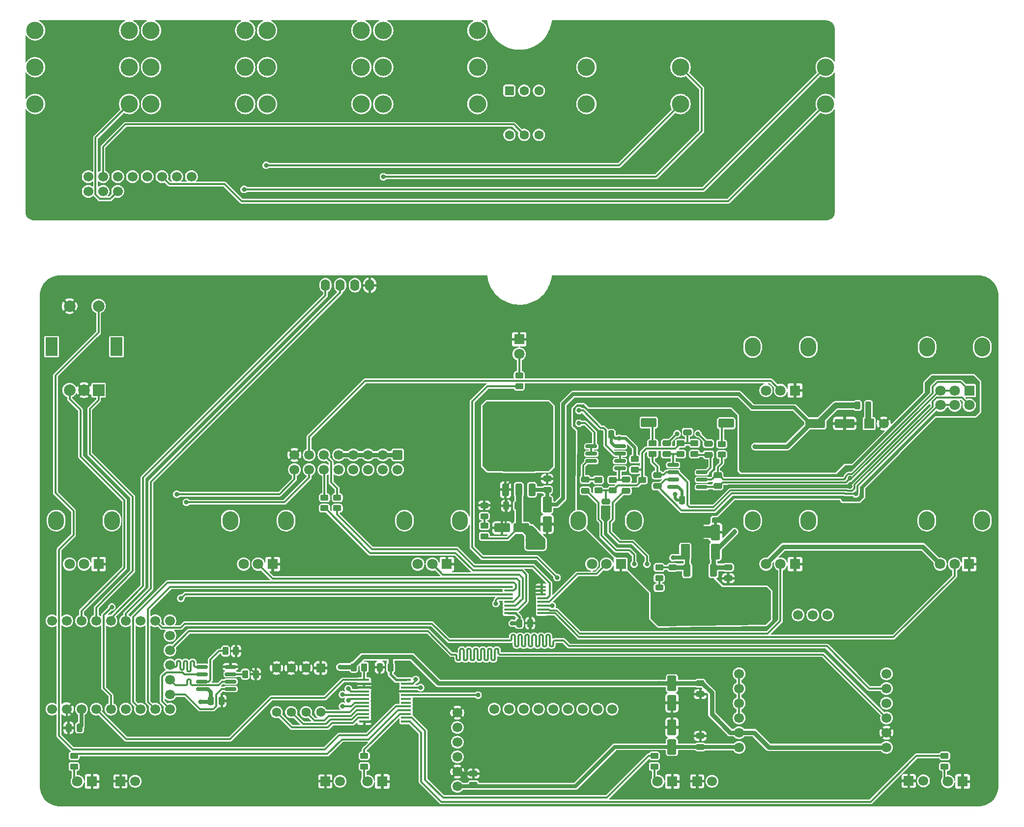
<source format=gbr>
%TF.GenerationSoftware,KiCad,Pcbnew,9.0.3*%
%TF.CreationDate,2025-08-19T09:40:56+02:00*%
%TF.ProjectId,RP2040_DSP,52503230-3430-45f4-9453-502e6b696361,V1.0*%
%TF.SameCoordinates,Original*%
%TF.FileFunction,Copper,L1,Top*%
%TF.FilePolarity,Positive*%
%FSLAX46Y46*%
G04 Gerber Fmt 4.6, Leading zero omitted, Abs format (unit mm)*
G04 Created by KiCad (PCBNEW 9.0.3) date 2025-08-19 09:40:56*
%MOMM*%
%LPD*%
G01*
G04 APERTURE LIST*
G04 Aperture macros list*
%AMRoundRect*
0 Rectangle with rounded corners*
0 $1 Rounding radius*
0 $2 $3 $4 $5 $6 $7 $8 $9 X,Y pos of 4 corners*
0 Add a 4 corners polygon primitive as box body*
4,1,4,$2,$3,$4,$5,$6,$7,$8,$9,$2,$3,0*
0 Add four circle primitives for the rounded corners*
1,1,$1+$1,$2,$3*
1,1,$1+$1,$4,$5*
1,1,$1+$1,$6,$7*
1,1,$1+$1,$8,$9*
0 Add four rect primitives between the rounded corners*
20,1,$1+$1,$2,$3,$4,$5,0*
20,1,$1+$1,$4,$5,$6,$7,0*
20,1,$1+$1,$6,$7,$8,$9,0*
20,1,$1+$1,$8,$9,$2,$3,0*%
G04 Aperture macros list end*
%TA.AperFunction,EtchedComponent*%
%ADD10C,0.000000*%
%TD*%
%TA.AperFunction,SMDPad,CuDef*%
%ADD11RoundRect,0.250000X-0.450000X0.262500X-0.450000X-0.262500X0.450000X-0.262500X0.450000X0.262500X0*%
%TD*%
%TA.AperFunction,SMDPad,CuDef*%
%ADD12RoundRect,0.250000X0.450000X-0.262500X0.450000X0.262500X-0.450000X0.262500X-0.450000X-0.262500X0*%
%TD*%
%TA.AperFunction,SMDPad,CuDef*%
%ADD13RoundRect,0.250000X0.475000X-0.250000X0.475000X0.250000X-0.475000X0.250000X-0.475000X-0.250000X0*%
%TD*%
%TA.AperFunction,SMDPad,CuDef*%
%ADD14RoundRect,0.250000X-0.262500X-0.450000X0.262500X-0.450000X0.262500X0.450000X-0.262500X0.450000X0*%
%TD*%
%TA.AperFunction,ComponentPad*%
%ADD15R,1.700000X1.700000*%
%TD*%
%TA.AperFunction,ComponentPad*%
%ADD16C,1.700000*%
%TD*%
%TA.AperFunction,SMDPad,CuDef*%
%ADD17C,2.000000*%
%TD*%
%TA.AperFunction,SMDPad,CuDef*%
%ADD18RoundRect,0.243750X0.456250X-0.243750X0.456250X0.243750X-0.456250X0.243750X-0.456250X-0.243750X0*%
%TD*%
%TA.AperFunction,SMDPad,CuDef*%
%ADD19RoundRect,0.250000X-1.075000X-0.550000X1.075000X-0.550000X1.075000X0.550000X-1.075000X0.550000X0*%
%TD*%
%TA.AperFunction,SMDPad,CuDef*%
%ADD20RoundRect,0.250000X0.250000X0.475000X-0.250000X0.475000X-0.250000X-0.475000X0.250000X-0.475000X0*%
%TD*%
%TA.AperFunction,SMDPad,CuDef*%
%ADD21RoundRect,0.250000X1.075000X0.550000X-1.075000X0.550000X-1.075000X-0.550000X1.075000X-0.550000X0*%
%TD*%
%TA.AperFunction,SMDPad,CuDef*%
%ADD22RoundRect,0.250000X-0.250000X-0.475000X0.250000X-0.475000X0.250000X0.475000X-0.250000X0.475000X0*%
%TD*%
%TA.AperFunction,SMDPad,CuDef*%
%ADD23RoundRect,0.250000X0.550000X-1.075000X0.550000X1.075000X-0.550000X1.075000X-0.550000X-1.075000X0*%
%TD*%
%TA.AperFunction,SMDPad,CuDef*%
%ADD24RoundRect,0.243750X-0.456250X0.243750X-0.456250X-0.243750X0.456250X-0.243750X0.456250X0.243750X0*%
%TD*%
%TA.AperFunction,SMDPad,CuDef*%
%ADD25RoundRect,0.250000X-0.475000X0.250000X-0.475000X-0.250000X0.475000X-0.250000X0.475000X0.250000X0*%
%TD*%
%TA.AperFunction,ComponentPad*%
%ADD26RoundRect,0.250000X-0.550000X0.550000X-0.550000X-0.550000X0.550000X-0.550000X0.550000X0.550000X0*%
%TD*%
%TA.AperFunction,ComponentPad*%
%ADD27C,1.600000*%
%TD*%
%TA.AperFunction,SMDPad,CuDef*%
%ADD28RoundRect,0.250000X0.350000X-0.850000X0.350000X0.850000X-0.350000X0.850000X-0.350000X-0.850000X0*%
%TD*%
%TA.AperFunction,SMDPad,CuDef*%
%ADD29RoundRect,0.249997X2.650003X-2.950003X2.650003X2.950003X-2.650003X2.950003X-2.650003X-2.950003X0*%
%TD*%
%TA.AperFunction,SMDPad,CuDef*%
%ADD30RoundRect,0.250000X-0.350000X0.850000X-0.350000X-0.850000X0.350000X-0.850000X0.350000X0.850000X0*%
%TD*%
%TA.AperFunction,SMDPad,CuDef*%
%ADD31RoundRect,0.249997X-2.650003X2.950003X-2.650003X-2.950003X2.650003X-2.950003X2.650003X2.950003X0*%
%TD*%
%TA.AperFunction,SMDPad,CuDef*%
%ADD32RoundRect,0.150000X0.825000X0.150000X-0.825000X0.150000X-0.825000X-0.150000X0.825000X-0.150000X0*%
%TD*%
%TA.AperFunction,SMDPad,CuDef*%
%ADD33RoundRect,0.150000X-0.825000X-0.150000X0.825000X-0.150000X0.825000X0.150000X-0.825000X0.150000X0*%
%TD*%
%TA.AperFunction,SMDPad,CuDef*%
%ADD34RoundRect,0.250000X-0.550000X1.075000X-0.550000X-1.075000X0.550000X-1.075000X0.550000X1.075000X0*%
%TD*%
%TA.AperFunction,SMDPad,CuDef*%
%ADD35RoundRect,0.243750X-0.243750X-0.456250X0.243750X-0.456250X0.243750X0.456250X-0.243750X0.456250X0*%
%TD*%
%TA.AperFunction,SMDPad,CuDef*%
%ADD36R,1.750000X0.450000*%
%TD*%
%TA.AperFunction,SMDPad,CuDef*%
%ADD37RoundRect,0.100000X0.637500X0.100000X-0.637500X0.100000X-0.637500X-0.100000X0.637500X-0.100000X0*%
%TD*%
%TA.AperFunction,ComponentPad*%
%ADD38RoundRect,0.250000X-0.600000X0.600000X-0.600000X-0.600000X0.600000X-0.600000X0.600000X0.600000X0*%
%TD*%
%TA.AperFunction,SMDPad,CuDef*%
%ADD39RoundRect,0.250000X-1.412500X-0.550000X1.412500X-0.550000X1.412500X0.550000X-1.412500X0.550000X0*%
%TD*%
%TA.AperFunction,ComponentPad*%
%ADD40C,3.000000*%
%TD*%
%TA.AperFunction,ComponentPad*%
%ADD41R,2.000000X2.000000*%
%TD*%
%TA.AperFunction,ComponentPad*%
%ADD42C,2.000000*%
%TD*%
%TA.AperFunction,ComponentPad*%
%ADD43R,2.000000X3.200000*%
%TD*%
%TA.AperFunction,ComponentPad*%
%ADD44R,1.800000X1.800000*%
%TD*%
%TA.AperFunction,ComponentPad*%
%ADD45C,1.800000*%
%TD*%
%TA.AperFunction,ComponentPad*%
%ADD46O,2.720000X3.240000*%
%TD*%
%TA.AperFunction,ComponentPad*%
%ADD47O,1.600000X2.000000*%
%TD*%
%TA.AperFunction,ComponentPad*%
%ADD48RoundRect,0.250000X0.600000X-0.600000X0.600000X0.600000X-0.600000X0.600000X-0.600000X-0.600000X0*%
%TD*%
%TA.AperFunction,ViaPad*%
%ADD49C,0.800000*%
%TD*%
%TA.AperFunction,Conductor*%
%ADD50C,0.650000*%
%TD*%
%TA.AperFunction,Conductor*%
%ADD51C,0.800000*%
%TD*%
%TA.AperFunction,Conductor*%
%ADD52C,0.500000*%
%TD*%
%TA.AperFunction,Conductor*%
%ADD53C,0.450000*%
%TD*%
%TA.AperFunction,Conductor*%
%ADD54C,1.000000*%
%TD*%
%TA.AperFunction,Conductor*%
%ADD55C,0.320000*%
%TD*%
%TA.AperFunction,Conductor*%
%ADD56C,0.400000*%
%TD*%
G04 APERTURE END LIST*
D10*
%TA.AperFunction,EtchedComponent*%
%TO.C,NT1*%
G36*
X177750000Y-113250000D02*
G01*
X173750000Y-113250000D01*
X173750000Y-111250000D01*
X177750000Y-111250000D01*
X177750000Y-113250000D01*
G37*
%TD.AperFunction*%
%TD*%
D11*
%TO.P,R7,1*%
%TO.N,Net-(U6-IO1_0)*%
X217903250Y-150887500D03*
%TO.P,R7,2*%
%TO.N,Net-(D4-A)*%
X217903250Y-152712500D03*
%TD*%
%TO.P,Rb1,1*%
%TO.N,Vbias*%
X174803250Y-96987500D03*
%TO.P,Rb1,2*%
%TO.N,Net-(U9A-+)*%
X174803250Y-98812500D03*
%TD*%
D12*
%TO.P,Rg1,1*%
%TO.N,Net-(U9A--)*%
X179503250Y-98912500D03*
%TO.P,Rg1,2*%
%TO.N,Net-(C14-Pad1)*%
X179503250Y-97087500D03*
%TD*%
%TO.P,Rb4,1*%
%TO.N,Vbias*%
X160753250Y-105100000D03*
%TO.P,Rb4,2*%
%TO.N,Net-(U10B-+)*%
X160753250Y-103275000D03*
%TD*%
D13*
%TO.P,C28,1*%
%TO.N,+5V*%
X136703250Y-155850000D03*
%TO.P,C28,2*%
%TO.N,GNDD*%
X136703250Y-153950000D03*
%TD*%
D14*
%TO.P,R5,1*%
%TO.N,Net-(U5-SIO2)*%
X97390750Y-136800000D03*
%TO.P,R5,2*%
%TO.N,GNDD*%
X99215750Y-136800000D03*
%TD*%
D15*
%TO.P,J5,1,Pin_1*%
%TO.N,GNDD*%
X211728250Y-155200000D03*
D16*
%TO.P,J5,2,Pin_2*%
%TO.N,Net-(J5-Pin_2)*%
X214268250Y-155200000D03*
%TD*%
D17*
%TO.P,NT1,1,1*%
%TO.N,GNDD*%
X177750000Y-112250000D03*
%TO.P,NT1,2,2*%
%TO.N,GND*%
X173750000Y-112250000D03*
%TD*%
D12*
%TO.P,R1,1*%
%TO.N,EXP*%
X113250000Y-108162500D03*
%TO.P,R1,2*%
%TO.N,/EXP_1*%
X113250000Y-106337500D03*
%TD*%
D14*
%TO.P,Rp1,1*%
%TO.N,+3V3*%
X116090750Y-135600000D03*
%TO.P,Rp1,2*%
%TO.N,/INT*%
X117915750Y-135600000D03*
%TD*%
D12*
%TO.P,R2,1*%
%TO.N,POT_V*%
X111050000Y-108162500D03*
%TO.P,R2,2*%
%TO.N,/VOL_1*%
X111050000Y-106337500D03*
%TD*%
D11*
%TO.P,R9,1*%
%TO.N,Net-(U6-IO1_2)*%
X117903250Y-150887500D03*
%TO.P,R9,2*%
%TO.N,Net-(D6-A)*%
X117903250Y-152712500D03*
%TD*%
D13*
%TO.P,C21,1*%
%TO.N,/L_DAC*%
X163003250Y-105137500D03*
%TO.P,C21,2*%
%TO.N,Net-(U10B-+)*%
X163003250Y-103237500D03*
%TD*%
D12*
%TO.P,R13,1*%
%TO.N,Net-(U6-IO1_7)*%
X144603250Y-87125000D03*
%TO.P,R13,2*%
%TO.N,Net-(D8-A)*%
X144603250Y-85300000D03*
%TD*%
D13*
%TO.P,C25,1*%
%TO.N,+5V*%
X175803250Y-149350000D03*
%TO.P,C25,2*%
%TO.N,GNDD*%
X175803250Y-147450000D03*
%TD*%
D18*
%TO.P,D2,1,K*%
%TO.N,GND*%
X168723250Y-123742500D03*
%TO.P,D2,2,A*%
%TO.N,Net-(D2-A)*%
X168723250Y-121867500D03*
%TD*%
D19*
%TO.P,C15,1*%
%TO.N,Net-(C15-Pad1)*%
X166928250Y-93400000D03*
%TO.P,C15,2*%
%TO.N,GND*%
X170278250Y-93400000D03*
%TD*%
D13*
%TO.P,C3,1*%
%TO.N,VCC*%
X149425000Y-104985000D03*
%TO.P,C3,2*%
%TO.N,GNDD*%
X149425000Y-103085000D03*
%TD*%
D20*
%TO.P,C9,1*%
%TO.N,+3V3*%
X68853250Y-146050000D03*
%TO.P,C9,2*%
%TO.N,GNDD*%
X66953250Y-146050000D03*
%TD*%
D21*
%TO.P,C8,1*%
%TO.N,+3V3*%
X145000000Y-111535000D03*
%TO.P,C8,2*%
%TO.N,GNDD*%
X141650000Y-111535000D03*
%TD*%
D22*
%TO.P,C18,1*%
%TO.N,VCC*%
X172653250Y-106800000D03*
%TO.P,C18,2*%
%TO.N,GND*%
X174553250Y-106800000D03*
%TD*%
D23*
%TO.P,C7,1*%
%TO.N,+5V*%
X173223250Y-115680000D03*
%TO.P,C7,2*%
%TO.N,GND*%
X173223250Y-112330000D03*
%TD*%
%TO.P,C26,1*%
%TO.N,VCC*%
X178423250Y-115680000D03*
%TO.P,C26,2*%
%TO.N,GNDD*%
X178423250Y-112330000D03*
%TD*%
D24*
%TO.P,D3,1,K*%
%TO.N,GNDD*%
X138603250Y-107662500D03*
%TO.P,D3,2,A*%
%TO.N,Net-(D3-A)*%
X138603250Y-109537500D03*
%TD*%
D25*
%TO.P,C12,1*%
%TO.N,/R_IN*%
X177203250Y-97050000D03*
%TO.P,C12,2*%
%TO.N,Net-(U9A-+)*%
X177203250Y-98950000D03*
%TD*%
D26*
%TO.P,SW2,1*%
%TO.N,GNDD*%
X110397500Y-135732500D03*
D27*
%TO.P,SW2,2*%
X107857500Y-135732500D03*
%TO.P,SW2,3*%
X105317500Y-135732500D03*
%TO.P,SW2,4*%
X102777500Y-135732500D03*
%TO.P,SW2,5*%
%TO.N,Net-(U6-IO0_7)*%
X102777500Y-143352500D03*
%TO.P,SW2,6*%
%TO.N,Net-(U6-IO0_6)*%
X105317500Y-143352500D03*
%TO.P,SW2,7*%
%TO.N,Net-(U6-IO0_5)*%
X107857500Y-143352500D03*
%TO.P,SW2,8*%
%TO.N,Net-(U6-IO0_4)*%
X110397500Y-143352500D03*
%TD*%
D25*
%TO.P,C2,1*%
%TO.N,VCC*%
X180623250Y-118355000D03*
%TO.P,C2,2*%
%TO.N,GNDD*%
X180623250Y-120255000D03*
%TD*%
D28*
%TO.P,U13,1,GND*%
%TO.N,GNDD*%
X142245000Y-104975000D03*
%TO.P,U13,2,VO*%
%TO.N,+3V3*%
X144525000Y-104975000D03*
D29*
X144525000Y-98675000D03*
D28*
%TO.P,U13,3,VI*%
%TO.N,VCC*%
X146805000Y-104975000D03*
%TD*%
D30*
%TO.P,U1,1,VI*%
%TO.N,VCC*%
X178103250Y-118905000D03*
D31*
%TO.P,U1,2,GND*%
%TO.N,GND*%
X175823250Y-125205000D03*
D30*
%TO.P,U1,3,VO*%
%TO.N,+5V*%
X173543250Y-118905000D03*
%TD*%
D32*
%TO.P,U5,1,~{CE}*%
%TO.N,/SPI_CS*%
X94853250Y-139340000D03*
%TO.P,U5,2,SO/SIO1*%
%TO.N,/SPI_RX*%
X94853250Y-138070000D03*
%TO.P,U5,3,SIO2*%
%TO.N,Net-(U5-SIO2)*%
X94853250Y-136800000D03*
%TO.P,U5,4,VSS*%
%TO.N,GNDD*%
X94853250Y-135530000D03*
%TO.P,U5,5,SI/SIO0*%
%TO.N,/SPI_TX*%
X89903250Y-135530000D03*
%TO.P,U5,6,SCLK*%
%TO.N,/SPI_SCK*%
X89903250Y-136800000D03*
%TO.P,U5,7,SIO3*%
%TO.N,Net-(U5-SIO3)*%
X89903250Y-138070000D03*
%TO.P,U5,8,VDD*%
%TO.N,+3V3*%
X89903250Y-139340000D03*
%TD*%
D20*
%TO.P,C5,1*%
%TO.N,+3V3*%
X144275000Y-107735000D03*
%TO.P,C5,2*%
%TO.N,GNDD*%
X142375000Y-107735000D03*
%TD*%
D14*
%TO.P,R6,1*%
%TO.N,Net-(U5-SIO3)*%
X93990750Y-132800000D03*
%TO.P,R6,2*%
%TO.N,GNDD*%
X95815750Y-132800000D03*
%TD*%
D20*
%TO.P,C11,1*%
%TO.N,+3V3*%
X122453250Y-135625000D03*
%TO.P,C11,2*%
%TO.N,GNDD*%
X120553250Y-135625000D03*
%TD*%
D15*
%TO.P,J8,1,Pin_1*%
%TO.N,GNDD*%
X75903250Y-155260000D03*
D16*
%TO.P,J8,2,Pin_2*%
%TO.N,Net-(J8-Pin_2)*%
X78443250Y-155260000D03*
%TD*%
D11*
%TO.P,R10,1*%
%TO.N,Net-(U6-IO1_3)*%
X67903250Y-150887500D03*
%TO.P,R10,2*%
%TO.N,Net-(D7-A)*%
X67903250Y-152712500D03*
%TD*%
D13*
%TO.P,C17,1*%
%TO.N,/L_ADC*%
X168403250Y-104350000D03*
%TO.P,C17,2*%
%TO.N,Net-(U9B--)*%
X168403250Y-102450000D03*
%TD*%
D33*
%TO.P,U10,1*%
%TO.N,/R_OUT*%
X157028250Y-97495000D03*
%TO.P,U10,2,-*%
X157028250Y-98765000D03*
%TO.P,U10,3,+*%
%TO.N,Net-(U10A-+)*%
X157028250Y-100035000D03*
%TO.P,U10,4,V-*%
%TO.N,GND*%
X157028250Y-101305000D03*
%TO.P,U10,5,+*%
%TO.N,Net-(U10B-+)*%
X161978250Y-101305000D03*
%TO.P,U10,6,-*%
%TO.N,/L_OUT*%
X161978250Y-100035000D03*
%TO.P,U10,7*%
X161978250Y-98765000D03*
%TO.P,U10,8,V+*%
%TO.N,VCC*%
X161978250Y-97495000D03*
%TD*%
D15*
%TO.P,J7,1,Pin_1*%
%TO.N,GNDD*%
X111203250Y-155260000D03*
D16*
%TO.P,J7,2,Pin_2*%
%TO.N,Net-(J7-Pin_2)*%
X113743250Y-155260000D03*
%TD*%
D34*
%TO.P,C27,1*%
%TO.N,VCC*%
X149425000Y-107560000D03*
%TO.P,C27,2*%
%TO.N,GNDD*%
X149425000Y-110910000D03*
%TD*%
D16*
%TO.P,U4,1,5V*%
%TO.N,unconnected-(U4-5V-Pad1)*%
X64087750Y-142812000D03*
%TO.P,U4,2,GND*%
%TO.N,GNDD*%
X66627750Y-142812000D03*
%TO.P,U4,3,3V3*%
%TO.N,+3V3*%
X69167750Y-142812000D03*
%TO.P,U4,4,GP29*%
%TO.N,/INT*%
X71707750Y-142812000D03*
%TO.P,U4,5,GP28*%
%TO.N,/MUX_ADC*%
X74247750Y-142812000D03*
%TO.P,U4,6,GP27*%
%TO.N,/MUX_A*%
X76787750Y-142812000D03*
%TO.P,U4,7,GP26*%
%TO.N,/MUX_B*%
X79327750Y-142812000D03*
%TO.P,U4,8,GP15*%
%TO.N,/MUX_C*%
X81867750Y-142812000D03*
%TO.P,U4,9,GP14*%
%TO.N,/SPI_SCK*%
X84407750Y-142812000D03*
%TO.P,U4,10,GP0*%
%TO.N,/MIDI_TX*%
X64087750Y-127572000D03*
%TO.P,U4,11,GP1*%
%TO.N,/MIDI_RX*%
X66627750Y-127572000D03*
%TO.P,U4,12,GP2*%
%TO.N,/ENC_A*%
X69167750Y-127572000D03*
%TO.P,U4,13,GP3*%
%TO.N,/ENC_B*%
X71707750Y-127572000D03*
%TO.P,U4,14,GP4*%
%TO.N,/I2C_SDA*%
X74247750Y-127572000D03*
%TO.P,U4,15,GP5*%
%TO.N,/I2C_SCL*%
X76787750Y-127572000D03*
%TO.P,U4,16,GP6*%
%TO.N,/I2S_TX*%
X79327750Y-127572000D03*
%TO.P,U4,17,GP7*%
%TO.N,/I2S_RX*%
X81867750Y-127572000D03*
%TO.P,U4,18,GP8*%
%TO.N,/I2S_BCK*%
X84407750Y-127572000D03*
%TO.P,U4,19,GP13*%
%TO.N,/SPI_CS*%
X84407750Y-140272000D03*
%TO.P,U4,20,GP12*%
%TO.N,/SPI_RX*%
X84407750Y-137732000D03*
%TO.P,U4,21,GP11*%
%TO.N,/SPI_TX*%
X84407750Y-135192000D03*
%TO.P,U4,22,GP10*%
%TO.N,/I2S_SCK*%
X84407750Y-132652000D03*
%TO.P,U4,23,GP9*%
%TO.N,/I2S_LRCK*%
X84407750Y-130112000D03*
%TD*%
D23*
%TO.P,C23,1*%
%TO.N,+5V*%
X170903250Y-149325000D03*
%TO.P,C23,2*%
%TO.N,GNDD*%
X170903250Y-145975000D03*
%TD*%
D35*
%TO.P,D1,1,K*%
%TO.N,VCC*%
X202912500Y-90450000D03*
%TO.P,D1,2,A*%
%TO.N,Net-(D1-A)*%
X204787500Y-90450000D03*
%TD*%
D12*
%TO.P,Rg2,1*%
%TO.N,Net-(U9B--)*%
X167603250Y-98812500D03*
%TO.P,Rg2,2*%
%TO.N,Net-(C15-Pad1)*%
X167603250Y-96987500D03*
%TD*%
D11*
%TO.P,R11,1*%
%TO.N,VCC*%
X164503250Y-99687500D03*
%TO.P,R11,2*%
%TO.N,Vbias*%
X164503250Y-101512500D03*
%TD*%
D13*
%TO.P,C30,1*%
%TO.N,Vbias*%
X173603250Y-95050000D03*
%TO.P,C30,2*%
%TO.N,GND*%
X173603250Y-93150000D03*
%TD*%
D25*
%TO.P,C24,1*%
%TO.N,+3V3*%
X175803250Y-138350000D03*
%TO.P,C24,2*%
%TO.N,GNDD*%
X175803250Y-140250000D03*
%TD*%
%TO.P,C13,1*%
%TO.N,/L_IN*%
X170003250Y-96950000D03*
%TO.P,C13,2*%
%TO.N,Net-(U9B-+)*%
X170003250Y-98850000D03*
%TD*%
D13*
%TO.P,C20,1*%
%TO.N,/R_DAC*%
X156003250Y-105137500D03*
%TO.P,C20,2*%
%TO.N,Net-(U10A-+)*%
X156003250Y-103237500D03*
%TD*%
D36*
%TO.P,U6,1,~{INT}*%
%TO.N,/INT*%
X117903250Y-137800000D03*
%TO.P,U6,2,A1*%
%TO.N,GNDD*%
X117903250Y-138450000D03*
%TO.P,U6,3,A2*%
X117903250Y-139100000D03*
%TO.P,U6,4,IO0_0*%
%TO.N,Net-(J6-Pin_2)*%
X117903250Y-139750000D03*
%TO.P,U6,5,IO0_1*%
%TO.N,Net-(J5-Pin_2)*%
X117903250Y-140400000D03*
%TO.P,U6,6,IO0_2*%
%TO.N,Net-(J7-Pin_2)*%
X117903250Y-141050000D03*
%TO.P,U6,7,IO0_3*%
%TO.N,Net-(J8-Pin_2)*%
X117903250Y-141700000D03*
%TO.P,U6,8,IO0_4*%
%TO.N,Net-(U6-IO0_4)*%
X117903250Y-142350000D03*
%TO.P,U6,9,IO0_5*%
%TO.N,Net-(U6-IO0_5)*%
X117903250Y-143000000D03*
%TO.P,U6,10,IO0_6*%
%TO.N,Net-(U6-IO0_6)*%
X117903250Y-143650000D03*
%TO.P,U6,11,IO0_7*%
%TO.N,Net-(U6-IO0_7)*%
X117903250Y-144300000D03*
%TO.P,U6,12,VSS*%
%TO.N,GNDD*%
X117903250Y-144950000D03*
%TO.P,U6,13,IO1_0*%
%TO.N,Net-(U6-IO1_0)*%
X125103250Y-144950000D03*
%TO.P,U6,14,IO1_1*%
%TO.N,Net-(U6-IO1_1)*%
X125103250Y-144300000D03*
%TO.P,U6,15,IO1_2*%
%TO.N,Net-(U6-IO1_2)*%
X125103250Y-143650000D03*
%TO.P,U6,16,IO1_3*%
%TO.N,Net-(U6-IO1_3)*%
X125103250Y-143000000D03*
%TO.P,U6,17,IO1_4*%
%TO.N,Net-(U6-IO1_4)*%
X125103250Y-142350000D03*
%TO.P,U6,18,IO1_5*%
%TO.N,unconnected-(U6-IO1_5-Pad18)*%
X125103250Y-141700000D03*
%TO.P,U6,19,IO1_6*%
%TO.N,unconnected-(U6-IO1_6-Pad19)*%
X125103250Y-141050000D03*
%TO.P,U6,20,IO1_7*%
%TO.N,Net-(U6-IO1_7)*%
X125103250Y-140400000D03*
%TO.P,U6,21,A0*%
%TO.N,GNDD*%
X125103250Y-139750000D03*
%TO.P,U6,22,SCL*%
%TO.N,/I2C_SCL*%
X125103250Y-139100000D03*
%TO.P,U6,23,SDA*%
%TO.N,/I2C_SDA*%
X125103250Y-138450000D03*
%TO.P,U6,24,VDD*%
%TO.N,+3V3*%
X125103250Y-137800000D03*
%TD*%
D12*
%TO.P,R4,1*%
%TO.N,+3V3*%
X138603250Y-113012500D03*
%TO.P,R4,2*%
%TO.N,Net-(D3-A)*%
X138603250Y-111187500D03*
%TD*%
D37*
%TO.P,U3,1,X4*%
%TO.N,POT_1*%
X148465750Y-126275000D03*
%TO.P,U3,2,X6*%
%TO.N,POT_2*%
X148465750Y-125625000D03*
%TO.P,U3,3,X*%
%TO.N,/MUX_ADC*%
X148465750Y-124975000D03*
%TO.P,U3,4,X7*%
%TO.N,POT_3*%
X148465750Y-124325000D03*
%TO.P,U3,5,X5*%
%TO.N,EXP*%
X148465750Y-123675000D03*
%TO.P,U3,6,Inh*%
%TO.N,GNDD*%
X148465750Y-123025000D03*
%TO.P,U3,7,VEE*%
X148465750Y-122375000D03*
%TO.P,U3,8,VSS*%
X148465750Y-121725000D03*
%TO.P,U3,9,C*%
%TO.N,/MUX_C*%
X142740750Y-121725000D03*
%TO.P,U3,10,B*%
%TO.N,/MUX_B*%
X142740750Y-122375000D03*
%TO.P,U3,11,A*%
%TO.N,/MUX_A*%
X142740750Y-123025000D03*
%TO.P,U3,12,X3*%
%TO.N,POT_6*%
X142740750Y-123675000D03*
%TO.P,U3,13,X0*%
%TO.N,POT_5*%
X142740750Y-124325000D03*
%TO.P,U3,14,X1*%
%TO.N,POT_4*%
X142740750Y-124975000D03*
%TO.P,U3,15,X2*%
%TO.N,POT_V*%
X142740750Y-125625000D03*
%TO.P,U3,16,VDD*%
%TO.N,+3V3*%
X142740750Y-126275000D03*
%TD*%
D22*
%TO.P,C10,1*%
%TO.N,+3V3*%
X91453250Y-141400000D03*
%TO.P,C10,2*%
%TO.N,GNDD*%
X93353250Y-141400000D03*
%TD*%
D20*
%TO.P,C19,1*%
%TO.N,VCC*%
X160453250Y-95462500D03*
%TO.P,C19,2*%
%TO.N,GND*%
X158553250Y-95462500D03*
%TD*%
D22*
%TO.P,C6,1*%
%TO.N,+3V3*%
X144603250Y-128000000D03*
%TO.P,C6,2*%
%TO.N,GNDD*%
X146503250Y-128000000D03*
%TD*%
D11*
%TO.P,R12,1*%
%TO.N,Vbias*%
X165803250Y-103287500D03*
%TO.P,R12,2*%
%TO.N,GND*%
X165803250Y-105112500D03*
%TD*%
D38*
%TO.P,J13,1,Pin_1*%
%TO.N,GND*%
X123660000Y-98960000D03*
D16*
%TO.P,J13,2,Pin_2*%
%TO.N,/R_OUT*%
X123660000Y-101500000D03*
%TO.P,J13,3,Pin_3*%
%TO.N,GND*%
X121120000Y-98960000D03*
%TO.P,J13,4,Pin_4*%
%TO.N,/L_OUT*%
X121120000Y-101500000D03*
%TO.P,J13,5,Pin_5*%
%TO.N,GND*%
X118580000Y-98960000D03*
%TO.P,J13,6,Pin_6*%
%TO.N,/L_IN*%
X118580000Y-101500000D03*
%TO.P,J13,7,Pin_7*%
%TO.N,GND*%
X116040000Y-98960000D03*
%TO.P,J13,8,Pin_8*%
%TO.N,/R_IN*%
X116040000Y-101500000D03*
%TO.P,J13,9,Pin_9*%
%TO.N,GND*%
X113500000Y-98960000D03*
%TO.P,J13,10,Pin_10*%
%TO.N,+3V3*%
X113500000Y-101500000D03*
%TO.P,J13,11,Pin_11*%
%TO.N,/EXP_1*%
X110960000Y-98960000D03*
%TO.P,J13,12,Pin_12*%
%TO.N,/VOL_1*%
X110960000Y-101500000D03*
%TO.P,J13,13,Pin_13*%
%TO.N,/VOL_2*%
X108420000Y-98960000D03*
%TO.P,J13,14,Pin_14*%
%TO.N,/MIDI_RX*%
X108420000Y-101500000D03*
%TO.P,J13,15,Pin_15*%
%TO.N,GNDD*%
X105880000Y-98960000D03*
%TO.P,J13,16,Pin_16*%
%TO.N,/MIDI_TX*%
X105880000Y-101500000D03*
%TD*%
D12*
%TO.P,Rb3,1*%
%TO.N,Vbias*%
X158253250Y-105100000D03*
%TO.P,Rb3,2*%
%TO.N,Net-(U10A-+)*%
X158253250Y-103275000D03*
%TD*%
D39*
%TO.P,C1,1*%
%TO.N,VCC*%
X195615750Y-93550000D03*
%TO.P,C1,2*%
%TO.N,GNDD*%
X200690750Y-93550000D03*
%TD*%
D16*
%TO.P,U7,1,FMY*%
%TO.N,Net-(U7-FMY)*%
X182503250Y-136720000D03*
%TO.P,U7,2,MD1
*%
X182503250Y-139260000D03*
%TO.P,U7,3,MD0*%
X182503250Y-141800000D03*
%TO.P,U7,4,GND*%
X182503250Y-144340000D03*
%TO.P,U7,5,3V3*%
%TO.N,+3V3*%
X182503250Y-146880000D03*
%TO.P,U7,6,5V*%
%TO.N,+5V*%
X182503250Y-149420000D03*
%TO.P,U7,7,3V3*%
%TO.N,+3V3*%
X207903250Y-149420000D03*
%TO.P,U7,8,GND*%
%TO.N,GNDD*%
X207903250Y-146880000D03*
%TO.P,U7,9,SCK*%
%TO.N,/I2S_SCK*%
X207903250Y-144340000D03*
%TO.P,U7,10,LRCK*%
%TO.N,/I2S_LRCK*%
X207903250Y-141800000D03*
%TO.P,U7,11,OUT*%
%TO.N,/I2S_RX*%
X207903250Y-139260000D03*
%TO.P,U7,12,BCK*%
%TO.N,/I2S_BCK*%
X207903250Y-136720000D03*
%TO.P,U7,13,Lin*%
%TO.N,/L_ADC*%
X197743250Y-126560000D03*
%TO.P,U7,14,GND*%
%TO.N,GND*%
X195203250Y-126560000D03*
%TO.P,U7,15,Rin*%
%TO.N,/R_ADC*%
X192663250Y-126560000D03*
%TD*%
D12*
%TO.P,Rb2,1*%
%TO.N,Net-(U9B-+)*%
X172403250Y-98812500D03*
%TO.P,Rb2,2*%
%TO.N,Vbias*%
X172403250Y-96987500D03*
%TD*%
D34*
%TO.P,C22,1*%
%TO.N,+3V3*%
X170903250Y-138375000D03*
%TO.P,C22,2*%
%TO.N,GNDD*%
X170903250Y-141725000D03*
%TD*%
D11*
%TO.P,R3,1*%
%TO.N,+5V*%
X168723250Y-118392500D03*
%TO.P,R3,2*%
%TO.N,Net-(D2-A)*%
X168723250Y-120217500D03*
%TD*%
D15*
%TO.P,J6,1,Pin_1*%
%TO.N,GNDD*%
X175278250Y-155260000D03*
D16*
%TO.P,J6,2,Pin_2*%
%TO.N,Net-(J6-Pin_2)*%
X177818250Y-155260000D03*
%TD*%
D32*
%TO.P,U9,1*%
%TO.N,/R_ADC*%
X176078250Y-104505000D03*
%TO.P,U9,2,-*%
%TO.N,Net-(U9A--)*%
X176078250Y-103235000D03*
%TO.P,U9,3,+*%
%TO.N,Net-(U9A-+)*%
X176078250Y-101965000D03*
%TO.P,U9,4,V-*%
%TO.N,GND*%
X176078250Y-100695000D03*
%TO.P,U9,5,+*%
%TO.N,Net-(U9B-+)*%
X171128250Y-100695000D03*
%TO.P,U9,6,-*%
%TO.N,Net-(U9B--)*%
X171128250Y-101965000D03*
%TO.P,U9,7*%
%TO.N,/L_ADC*%
X171128250Y-103235000D03*
%TO.P,U9,8,V+*%
%TO.N,VCC*%
X171128250Y-104505000D03*
%TD*%
D15*
%TO.P,J1,1,Pin_1*%
%TO.N,Net-(D1-A)*%
X204878250Y-93550000D03*
D16*
%TO.P,J1,2,Pin_2*%
%TO.N,GNDD*%
X207418250Y-93550000D03*
%TD*%
D25*
%TO.P,C4,1*%
%TO.N,+5V*%
X171023250Y-118355000D03*
%TO.P,C4,2*%
%TO.N,GND*%
X171023250Y-120255000D03*
%TD*%
D13*
%TO.P,C16,1*%
%TO.N,/R_ADC*%
X178803250Y-104350000D03*
%TO.P,C16,2*%
%TO.N,Net-(U9A--)*%
X178803250Y-102450000D03*
%TD*%
D25*
%TO.P,C29,1*%
%TO.N,Vbias*%
X159503250Y-106987500D03*
%TO.P,C29,2*%
%TO.N,GND*%
X159503250Y-108887500D03*
%TD*%
D21*
%TO.P,C14,1*%
%TO.N,Net-(C14-Pad1)*%
X180278250Y-93500000D03*
%TO.P,C14,2*%
%TO.N,GND*%
X176928250Y-93500000D03*
%TD*%
D11*
%TO.P,R8,1*%
%TO.N,Net-(U6-IO1_1)*%
X167903250Y-150887500D03*
%TO.P,R8,2*%
%TO.N,Net-(D5-A)*%
X167903250Y-152712500D03*
%TD*%
D16*
%TO.P,U8,1,5V*%
%TO.N,+5V*%
X133933250Y-156150000D03*
%TO.P,U8,2,GND*%
%TO.N,GNDD*%
X133933250Y-153610000D03*
%TO.P,U8,3,LRCK*%
%TO.N,/I2S_LRCK*%
X133933250Y-151070000D03*
%TO.P,U8,4,IN*%
%TO.N,/I2S_TX*%
X133933250Y-148530000D03*
%TO.P,U8,5,BCK*%
%TO.N,/I2S_BCK*%
X133933250Y-145990000D03*
%TO.P,U8,6,SCK*%
%TO.N,GNDD*%
X133933250Y-143450000D03*
%TO.P,U8,7,1*%
%TO.N,unconnected-(U8-1-Pad7)*%
X140283250Y-142815000D03*
%TO.P,U8,8,2*%
%TO.N,unconnected-(U8-2-Pad8)*%
X142823250Y-142815000D03*
%TO.P,U8,9,3*%
%TO.N,unconnected-(U8-3-Pad9)*%
X145363250Y-142815000D03*
%TO.P,U8,10,4*%
%TO.N,unconnected-(U8-4-Pad10)*%
X147903250Y-142815000D03*
%TO.P,U8,11,x*%
%TO.N,unconnected-(U8-x-Pad11)*%
X150443250Y-142815000D03*
%TO.P,U8,12,GND*%
%TO.N,GND*%
X152983250Y-142815000D03*
%TO.P,U8,13,ROUT*%
%TO.N,/R_DAC*%
X155523250Y-142815000D03*
%TO.P,U8,14,GND*%
%TO.N,GND*%
X158063250Y-142815000D03*
%TO.P,U8,15,LOUT*%
%TO.N,/L_DAC*%
X160603250Y-142815000D03*
%TD*%
D40*
%TO.P,J3,R*%
%TO.N,+3V3d*%
X97400000Y-32085000D03*
%TO.P,J3,RN*%
%TO.N,unconnected-(J3-PadRN)*%
X81170000Y-32085000D03*
%TO.P,J3,S*%
%TO.N,GNDDd*%
X97400000Y-25735000D03*
%TO.P,J3,SN*%
X81170000Y-25735000D03*
%TO.P,J3,T*%
%TO.N,/VOL_1d*%
X97400000Y-38435000D03*
%TO.P,J3,TN*%
%TO.N,/VOL_2d*%
X81170000Y-38435000D03*
%TD*%
D41*
%TO.P,SW1,A,A*%
%TO.N,/ENC_B*%
X72126500Y-87800000D03*
D42*
%TO.P,SW1,B,B*%
%TO.N,/ENC_A*%
X67126500Y-87800000D03*
%TO.P,SW1,C,C*%
%TO.N,GNDD*%
X69626500Y-87800000D03*
D43*
%TO.P,SW1,MP*%
%TO.N,N/C*%
X64026500Y-80300000D03*
X75226500Y-80300000D03*
D42*
%TO.P,SW1,S1,S1*%
%TO.N,GNDD*%
X67126500Y-73300000D03*
%TO.P,SW1,S2,S2*%
%TO.N,Net-(U6-IO1_4)*%
X72126500Y-73300000D03*
%TD*%
D44*
%TO.P,D7,1,K*%
%TO.N,GNDD*%
X71001500Y-155300000D03*
D45*
%TO.P,D7,2,A*%
%TO.N,Net-(D7-A)*%
X68461500Y-155300000D03*
%TD*%
D44*
%TO.P,D8,1,K*%
%TO.N,GNDD*%
X144603250Y-79025000D03*
D45*
%TO.P,D8,2,A*%
%TO.N,Net-(D8-A)*%
X144603250Y-81565000D03*
%TD*%
D40*
%TO.P,J12,R*%
%TO.N,Net-(C32-Pad2)*%
X172400000Y-32085000D03*
%TO.P,J12,RN*%
%TO.N,unconnected-(J12-PadRN)*%
X156170000Y-32085000D03*
%TO.P,J12,S*%
%TO.N,GNDd*%
X172400000Y-25735000D03*
%TO.P,J12,SN*%
X156170000Y-25735000D03*
%TO.P,J12,T*%
%TO.N,Net-(C33-Pad2)*%
X172400000Y-38435000D03*
%TO.P,J12,TN*%
%TO.N,unconnected-(J12-PadTN)*%
X156170000Y-38435000D03*
%TD*%
%TO.P,J11,R*%
%TO.N,Net-(J11-PadR)*%
X137400000Y-32085000D03*
%TO.P,J11,RN*%
%TO.N,unconnected-(J11-PadRN)*%
X121170000Y-32085000D03*
%TO.P,J11,S*%
%TO.N,unconnected-(J11-PadS)*%
X137400000Y-25735000D03*
%TO.P,J11,SN*%
%TO.N,unconnected-(J11-PadSN)*%
X121170000Y-25735000D03*
%TO.P,J11,T*%
%TO.N,Net-(J11-PadT)*%
X137400000Y-38435000D03*
%TO.P,J11,TN*%
%TO.N,unconnected-(J11-PadTN)*%
X121170000Y-38435000D03*
%TD*%
D46*
%TO.P,RV6,*%
%TO.N,*%
X184826500Y-80350000D03*
X194426500Y-80350000D03*
D44*
%TO.P,RV6,1,1*%
%TO.N,GNDD*%
X192126500Y-87850000D03*
D45*
%TO.P,RV6,2,2*%
%TO.N,/VOL_2*%
X189626500Y-87850000D03*
%TO.P,RV6,3,3*%
%TO.N,+3V3*%
X187126500Y-87850000D03*
%TD*%
D46*
%TO.P,RV7,*%
%TO.N,*%
X64826500Y-110300000D03*
X74426500Y-110300000D03*
D44*
%TO.P,RV7,1,1*%
%TO.N,GNDD*%
X72126500Y-117800000D03*
D45*
%TO.P,RV7,2,2*%
%TO.N,POT_6*%
X69626500Y-117800000D03*
%TO.P,RV7,3,3*%
%TO.N,+3V3*%
X67126500Y-117800000D03*
%TD*%
D40*
%TO.P,J10,R*%
%TO.N,Net-(J10-PadR)*%
X117400000Y-32085000D03*
%TO.P,J10,RN*%
%TO.N,unconnected-(J10-PadRN)*%
X101170000Y-32085000D03*
%TO.P,J10,S*%
%TO.N,GNDDd*%
X117400000Y-25735000D03*
%TO.P,J10,SN*%
%TO.N,unconnected-(J10-PadSN)*%
X101170000Y-25735000D03*
%TO.P,J10,T*%
%TO.N,Net-(J10-PadT)*%
X117400000Y-38435000D03*
%TO.P,J10,TN*%
%TO.N,unconnected-(J10-PadTN)*%
X101170000Y-38435000D03*
%TD*%
D46*
%TO.P,RV1,*%
%TO.N,*%
X214826500Y-110300000D03*
X224426500Y-110300000D03*
D44*
%TO.P,RV1,1,1*%
%TO.N,GNDD*%
X222126500Y-117800000D03*
D45*
%TO.P,RV1,2,2*%
%TO.N,POT_1*%
X219626500Y-117800000D03*
%TO.P,RV1,3,3*%
%TO.N,+3V3*%
X217126500Y-117800000D03*
%TD*%
D40*
%TO.P,J2,R*%
%TO.N,+3V3d*%
X77400000Y-32085000D03*
%TO.P,J2,RN*%
%TO.N,unconnected-(J2-PadRN)*%
X61170000Y-32085000D03*
%TO.P,J2,S*%
%TO.N,GNDDd*%
X77400000Y-25735000D03*
%TO.P,J2,SN*%
X61170000Y-25735000D03*
%TO.P,J2,T*%
%TO.N,/EXP_1d*%
X77400000Y-38435000D03*
%TO.P,J2,TN*%
%TO.N,GNDDd*%
X61170000Y-38435000D03*
%TD*%
D46*
%TO.P,RV2,*%
%TO.N,*%
X184826500Y-110300000D03*
X194426500Y-110300000D03*
D44*
%TO.P,RV2,1,1*%
%TO.N,GNDD*%
X192126500Y-117800000D03*
D45*
%TO.P,RV2,2,2*%
%TO.N,POT_2*%
X189626500Y-117800000D03*
%TO.P,RV2,3,3*%
%TO.N,+3V3*%
X187126500Y-117800000D03*
%TD*%
D47*
%TO.P,U12,1,GND*%
%TO.N,GNDD*%
X118846500Y-69700000D03*
%TO.P,U12,2,VCC*%
%TO.N,+3V3*%
X116306500Y-69700000D03*
%TO.P,U12,3,DCL*%
%TO.N,/I2C_SCL*%
X113766500Y-69700000D03*
%TO.P,U12,4,SDA*%
%TO.N,/I2C_SDA*%
X111226500Y-69700000D03*
%TD*%
D46*
%TO.P,RV3,*%
%TO.N,*%
X154826500Y-110300000D03*
X164426500Y-110300000D03*
D44*
%TO.P,RV3,1,1*%
%TO.N,GNDD*%
X162126500Y-117800000D03*
D45*
%TO.P,RV3,2,2*%
%TO.N,POT_3*%
X159626500Y-117800000D03*
%TO.P,RV3,3,3*%
%TO.N,+3V3*%
X157126500Y-117800000D03*
%TD*%
D44*
%TO.P,D4,1,K*%
%TO.N,GNDD*%
X221001500Y-155300000D03*
D45*
%TO.P,D4,2,A*%
%TO.N,Net-(D4-A)*%
X218461500Y-155300000D03*
%TD*%
D46*
%TO.P,RV5,*%
%TO.N,*%
X94826500Y-110300000D03*
X104426500Y-110300000D03*
D44*
%TO.P,RV5,1,1*%
%TO.N,GNDD*%
X102126500Y-117800000D03*
D45*
%TO.P,RV5,2,2*%
%TO.N,POT_5*%
X99626500Y-117800000D03*
%TO.P,RV5,3,3*%
%TO.N,+3V3*%
X97126500Y-117800000D03*
%TD*%
D46*
%TO.P,RV8,*%
%TO.N,*%
X214900000Y-80375000D03*
X224400000Y-80375000D03*
D44*
%TO.P,RV8,1,1*%
%TO.N,Net-(U9A--)*%
X222150000Y-87875000D03*
D45*
%TO.P,RV8,2,2*%
%TO.N,/R_ADC*%
X219650000Y-87875000D03*
%TO.P,RV8,3,3*%
X217150000Y-87875000D03*
%TO.P,RV8,4,4*%
%TO.N,Net-(U9B--)*%
X222150000Y-90375000D03*
%TO.P,RV8,5,5*%
%TO.N,/L_ADC*%
X219650000Y-90375000D03*
%TO.P,RV8,6,6*%
X217150000Y-90375000D03*
%TD*%
D44*
%TO.P,D5,1,K*%
%TO.N,GNDD*%
X171001500Y-155300000D03*
D45*
%TO.P,D5,2,A*%
%TO.N,Net-(D5-A)*%
X168461500Y-155300000D03*
%TD*%
D48*
%TO.P,J4,1,Pin_1*%
%TO.N,GNDd*%
X88120000Y-53500000D03*
D16*
%TO.P,J4,2,Pin_2*%
%TO.N,/R_OUTd*%
X88120000Y-50960000D03*
%TO.P,J4,3,Pin_3*%
%TO.N,GNDd*%
X85580000Y-53500000D03*
%TO.P,J4,4,Pin_4*%
%TO.N,/L_OUTd*%
X85580000Y-50960000D03*
%TO.P,J4,5,Pin_5*%
%TO.N,GNDd*%
X83040000Y-53500000D03*
%TO.P,J4,6,Pin_6*%
%TO.N,/L_INd*%
X83040000Y-50960000D03*
%TO.P,J4,7,Pin_7*%
%TO.N,GNDd*%
X80500000Y-53500000D03*
%TO.P,J4,8,Pin_8*%
%TO.N,/R_INd*%
X80500000Y-50960000D03*
%TO.P,J4,9,Pin_9*%
%TO.N,GNDd*%
X77960000Y-53500000D03*
%TO.P,J4,10,Pin_10*%
%TO.N,+3V3d*%
X77960000Y-50960000D03*
%TO.P,J4,11,Pin_11*%
%TO.N,/EXP_1d*%
X75420000Y-53500000D03*
%TO.P,J4,12,Pin_12*%
%TO.N,/VOL_1d*%
X75420000Y-50960000D03*
%TO.P,J4,13,Pin_13*%
%TO.N,/VOL_2d*%
X72880000Y-53500000D03*
%TO.P,J4,14,Pin_14*%
%TO.N,/MIDI_RXd*%
X72880000Y-50960000D03*
%TO.P,J4,15,Pin_15*%
%TO.N,GNDDd*%
X70340000Y-53500000D03*
%TO.P,J4,16,Pin_16*%
%TO.N,/MIDI_TXd*%
X70340000Y-50960000D03*
%TD*%
D26*
%TO.P,U11,1*%
%TO.N,Net-(R18-Pad2)*%
X142920000Y-36130000D03*
D27*
%TO.P,U11,2*%
%TO.N,Net-(J11-PadT)*%
X145460000Y-36130000D03*
%TO.P,U11,3,NC*%
%TO.N,unconnected-(U11-NC-Pad3)*%
X148000000Y-36130000D03*
%TO.P,U11,4*%
%TO.N,GNDDd*%
X148000000Y-43750000D03*
%TO.P,U11,5*%
%TO.N,/MIDI_RXd*%
X145460000Y-43750000D03*
%TO.P,U11,6*%
%TO.N,unconnected-(U11-Pad6)*%
X142920000Y-43750000D03*
%TD*%
D44*
%TO.P,D6,1,K*%
%TO.N,GNDD*%
X121001500Y-155300000D03*
D45*
%TO.P,D6,2,A*%
%TO.N,Net-(D6-A)*%
X118461500Y-155300000D03*
%TD*%
D40*
%TO.P,J9,R*%
%TO.N,/R_INd*%
X197400000Y-32085000D03*
%TO.P,J9,RN*%
%TO.N,GNDd*%
X181170000Y-32085000D03*
%TO.P,J9,S*%
X197400000Y-25735000D03*
%TO.P,J9,SN*%
X181170000Y-25735000D03*
%TO.P,J9,T*%
%TO.N,/L_INd*%
X197400000Y-38435000D03*
%TO.P,J9,TN*%
%TO.N,GNDd*%
X181170000Y-38435000D03*
%TD*%
D46*
%TO.P,RV4,*%
%TO.N,*%
X124826500Y-110300000D03*
X134426500Y-110300000D03*
D44*
%TO.P,RV4,1,1*%
%TO.N,GNDD*%
X132126500Y-117800000D03*
D45*
%TO.P,RV4,2,2*%
%TO.N,POT_4*%
X129626500Y-117800000D03*
%TO.P,RV4,3,3*%
%TO.N,+3V3*%
X127126500Y-117800000D03*
%TD*%
D49*
%TO.N,GND*%
X174503250Y-105500000D03*
X201603250Y-104400000D03*
X159503250Y-102300000D03*
X165500000Y-107400000D03*
X154903250Y-92400000D03*
X159503250Y-110000000D03*
X173603250Y-92000000D03*
X173603250Y-99800000D03*
X165503250Y-117800000D03*
%TO.N,VCC*%
X161803250Y-96100000D03*
X171453250Y-105750000D03*
X185226625Y-97526625D03*
X181703250Y-112200000D03*
%TO.N,+5V*%
X171103250Y-116700000D03*
%TO.N,+3V3*%
X147403250Y-114900000D03*
X140500000Y-96500000D03*
X149700000Y-101000000D03*
X144525000Y-106500000D03*
X149700000Y-98000000D03*
X140500000Y-98000000D03*
X146100000Y-113600000D03*
X139300000Y-96500000D03*
X148500000Y-99500000D03*
X139300000Y-99500000D03*
X148500000Y-101000000D03*
X168800000Y-138375000D03*
X147400000Y-113600000D03*
X148500000Y-98000000D03*
X139300000Y-101000000D03*
X143403250Y-128000000D03*
X148700000Y-113600000D03*
X149700000Y-99500000D03*
X148500000Y-96500000D03*
X113700000Y-135550000D03*
X148703250Y-114900000D03*
X139300000Y-98000000D03*
X146103250Y-114900000D03*
X89653250Y-141550000D03*
X140500000Y-101000000D03*
X140500000Y-99500000D03*
X149700000Y-96500000D03*
%TO.N,/L_ADC*%
X202603250Y-105700000D03*
%TO.N,/R_ADC*%
X201603250Y-103000000D03*
%TO.N,/L_DAC*%
X166603250Y-117800000D03*
%TO.N,/R_DAC*%
X164403250Y-117800000D03*
%TO.N,/I2C_SCL*%
X127603250Y-139100000D03*
%TO.N,/I2C_SDA*%
X126803250Y-137700000D03*
%TO.N,POT_6*%
X140603250Y-124600000D03*
%TO.N,/MUX_ADC*%
X74403250Y-125200000D03*
X150303250Y-125000000D03*
%TO.N,/MUX_A*%
X86303250Y-123700000D03*
%TO.N,Net-(J5-Pin_2)*%
X114153250Y-140300000D03*
%TO.N,Net-(J6-Pin_2)*%
X115153250Y-139300000D03*
%TO.N,Net-(J7-Pin_2)*%
X115153250Y-141300000D03*
%TO.N,Net-(J8-Pin_2)*%
X114153250Y-142300000D03*
%TO.N,/L_OUT*%
X154903250Y-91300000D03*
%TO.N,/R_IN*%
X175403250Y-95300000D03*
%TO.N,/L_IN*%
X171803250Y-95300000D03*
%TO.N,/R_OUT*%
X154903250Y-93500000D03*
%TO.N,/MIDI_TX*%
X85600000Y-105750000D03*
%TO.N,Net-(U6-IO1_7)*%
X137503250Y-140400000D03*
X151126625Y-120123375D03*
%TO.N,/R_INd*%
X97200000Y-53150000D03*
%TO.N,/MIDI_RX*%
X87250000Y-107150000D03*
%TO.N,Net-(C32-Pad2)*%
X121200000Y-51000000D03*
%TO.N,Net-(C33-Pad2)*%
X101000000Y-49000000D03*
%TD*%
D50*
%TO.N,GND*%
X165500000Y-107400000D02*
X165500000Y-105415750D01*
X169820000Y-111720000D02*
X173223250Y-111720000D01*
D51*
X175823250Y-114323250D02*
X175823250Y-125205000D01*
D52*
X176078250Y-100695000D02*
X174498250Y-100695000D01*
X171153250Y-93150000D02*
X176153250Y-93150000D01*
D50*
X177903250Y-107200000D02*
X174953250Y-107200000D01*
D52*
X157033250Y-101300000D02*
X158693250Y-101300000D01*
D51*
X123660000Y-98960000D02*
X113500000Y-98960000D01*
D53*
X201603250Y-104097430D02*
X201603250Y-104400000D01*
D52*
X158698250Y-101305000D02*
X159503250Y-102110000D01*
D51*
X171258250Y-120255000D02*
X175823250Y-124820000D01*
D52*
X174498250Y-100695000D02*
X173603250Y-99800000D01*
D51*
X173830000Y-112330000D02*
X175823250Y-114323250D01*
D50*
X174953250Y-107200000D02*
X174553250Y-106800000D01*
D52*
X158703250Y-101300000D02*
X158698250Y-101305000D01*
X175103251Y-100695000D02*
X176078250Y-100695000D01*
X158703250Y-95612500D02*
X158703250Y-101300000D01*
D50*
X201603250Y-104400000D02*
X180703250Y-104400000D01*
D52*
X173603250Y-92000000D02*
X173603250Y-93150000D01*
D51*
X174503250Y-106750000D02*
X174503250Y-105500000D01*
D52*
X158693250Y-101300000D02*
X158698250Y-101305000D01*
X174503250Y-100700000D02*
X174498250Y-100695000D01*
D53*
X215253250Y-90447430D02*
X201603250Y-104097430D01*
D50*
X159503250Y-110000000D02*
X159503250Y-108887500D01*
D52*
X174503250Y-105500000D02*
X174503250Y-100700000D01*
D50*
X180703250Y-104400000D02*
X177903250Y-107200000D01*
X165500000Y-105415750D02*
X165803250Y-105112500D01*
X165500000Y-107400000D02*
X169820000Y-111720000D01*
X168723250Y-123742500D02*
X174360750Y-123742500D01*
D52*
X159503250Y-102110000D02*
X159503250Y-102300000D01*
%TO.N,VCC*%
X161978250Y-97495000D02*
X161098250Y-97495000D01*
D51*
X178653250Y-118355000D02*
X178103250Y-118905000D01*
X190773375Y-97526625D02*
X194750000Y-93550000D01*
D52*
X160453250Y-96850000D02*
X160453250Y-95462500D01*
X161098250Y-97495000D02*
X160453250Y-96850000D01*
X172653250Y-105150000D02*
X172008250Y-104505000D01*
D50*
X152200000Y-90200000D02*
X153900000Y-88500000D01*
D54*
X202912500Y-90450000D02*
X199150000Y-90450000D01*
D52*
X162903250Y-96100000D02*
X164503250Y-97700000D01*
X161090750Y-96100000D02*
X160453250Y-95462500D01*
D50*
X149425000Y-107560000D02*
X149425000Y-105225000D01*
X192000000Y-90800000D02*
X194750000Y-93550000D01*
D54*
X199150000Y-90450000D02*
X196050000Y-93550000D01*
D52*
X164503250Y-97700000D02*
X164503250Y-99687500D01*
D51*
X181703250Y-112200000D02*
X178583250Y-115320000D01*
X180623250Y-118355000D02*
X178653250Y-118355000D01*
D52*
X172008250Y-104505000D02*
X171128250Y-104505000D01*
D50*
X146805000Y-104975000D02*
X149415000Y-104975000D01*
D52*
X172653250Y-106800000D02*
X171803250Y-106800000D01*
D50*
X152200000Y-106403250D02*
X152200000Y-90200000D01*
X153900000Y-88500000D02*
X182500000Y-88500000D01*
D52*
X161803250Y-96100000D02*
X161090750Y-96100000D01*
D50*
X182500000Y-88500000D02*
X184800000Y-90800000D01*
D52*
X171453250Y-106450000D02*
X171453250Y-105750000D01*
X172653250Y-106800000D02*
X172653250Y-105150000D01*
D51*
X185226625Y-97526625D02*
X190773375Y-97526625D01*
D50*
X149425000Y-104985000D02*
X149425000Y-107560000D01*
D51*
X178103250Y-118905000D02*
X178103250Y-116000000D01*
D50*
X149425000Y-107560000D02*
X151043250Y-107560000D01*
X184800000Y-90800000D02*
X192000000Y-90800000D01*
D52*
X161803250Y-96100000D02*
X162903250Y-96100000D01*
D50*
X151043250Y-107560000D02*
X152200000Y-106403250D01*
D52*
X171803250Y-106800000D02*
X171453250Y-106450000D01*
D51*
%TO.N,+5V*%
X172993250Y-118355000D02*
X173543250Y-118905000D01*
D50*
X175803250Y-149350000D02*
X182433250Y-149350000D01*
D51*
X171023250Y-118355000D02*
X172993250Y-118355000D01*
D50*
X154253250Y-156150000D02*
X161078250Y-149325000D01*
X133933250Y-156150000D02*
X154253250Y-156150000D01*
D51*
X173543250Y-118905000D02*
X173543250Y-116000000D01*
D50*
X173223250Y-115680000D02*
X173223250Y-116700000D01*
X161078250Y-149325000D02*
X170903250Y-149325000D01*
X173223250Y-116700000D02*
X171103250Y-116700000D01*
D55*
X168723250Y-118392500D02*
X170985750Y-118392500D01*
D50*
X170903250Y-149325000D02*
X175778250Y-149325000D01*
D55*
%TO.N,GNDD*%
X66953250Y-144550000D02*
X66953250Y-146050000D01*
X94853250Y-135530000D02*
X97945750Y-135530000D01*
X120553250Y-138400000D02*
X120553250Y-139800000D01*
X94853250Y-135530000D02*
X94853250Y-134906250D01*
X120503250Y-138450000D02*
X120553250Y-138400000D01*
X148465750Y-121725000D02*
X148465750Y-123025000D01*
X66627750Y-144224500D02*
X66953250Y-144550000D01*
X143665000Y-103085000D02*
X142245000Y-104505000D01*
X120553250Y-143850000D02*
X119453250Y-144950000D01*
X94853250Y-134906250D02*
X95815750Y-133943750D01*
X117903250Y-138450000D02*
X120503250Y-138450000D01*
X142375000Y-107735000D02*
X138675750Y-107735000D01*
X117903250Y-138450000D02*
X117903250Y-139100000D01*
X66627750Y-142812000D02*
X66627750Y-144224500D01*
X142245000Y-104975000D02*
X142245000Y-110940000D01*
X148465750Y-122375000D02*
X147328250Y-122375000D01*
D50*
X136403250Y-153950000D02*
X134273250Y-153950000D01*
D55*
X149425000Y-103085000D02*
X143665000Y-103085000D01*
X120603250Y-139750000D02*
X120553250Y-139800000D01*
X120553250Y-139800000D02*
X120553250Y-143850000D01*
X95815750Y-133943750D02*
X95815750Y-132800000D01*
X146503250Y-125300000D02*
X146503250Y-128000000D01*
X120553250Y-135625000D02*
X120553250Y-138400000D01*
X147103250Y-122600000D02*
X147103250Y-124700000D01*
X75903250Y-155260000D02*
X71041500Y-155260000D01*
X125103250Y-139750000D02*
X120603250Y-139750000D01*
X97945750Y-135530000D02*
X99215750Y-136800000D01*
X119453250Y-144950000D02*
X117903250Y-144950000D01*
X147328250Y-122375000D02*
X147103250Y-122600000D01*
X147103250Y-124700000D02*
X146503250Y-125300000D01*
D53*
%TO.N,+3V3*%
X123403250Y-137800000D02*
X125103250Y-137800000D01*
D56*
X143978250Y-126275000D02*
X144603250Y-126900000D01*
D55*
X142603250Y-113400000D02*
X144468250Y-111535000D01*
D51*
X146635000Y-111535000D02*
X145000000Y-111535000D01*
X175803250Y-138350000D02*
X176153250Y-138350000D01*
D56*
X144603250Y-126900000D02*
X144603250Y-128000000D01*
D51*
X116090750Y-135312500D02*
X117603250Y-133800000D01*
X214126500Y-114800000D02*
X217126500Y-117800000D01*
D53*
X122453250Y-135625000D02*
X122453250Y-136850000D01*
X122453250Y-136850000D02*
X123403250Y-137800000D01*
D51*
X170903250Y-138375000D02*
X175778250Y-138375000D01*
X185130000Y-146880000D02*
X187670000Y-149420000D01*
X180983250Y-146880000D02*
X182503250Y-146880000D01*
D50*
X69167750Y-145735500D02*
X68853250Y-146050000D01*
D55*
X138990750Y-113400000D02*
X142603250Y-113400000D01*
D50*
X143403250Y-128000000D02*
X144603250Y-128000000D01*
X90943250Y-139340000D02*
X91453250Y-139850000D01*
D51*
X130678250Y-138375000D02*
X126103250Y-133800000D01*
D56*
X142740750Y-126275000D02*
X143978250Y-126275000D01*
D51*
X190126500Y-114800000D02*
X214126500Y-114800000D01*
D50*
X89903250Y-139340000D02*
X90943250Y-139340000D01*
D51*
X176153250Y-138350000D02*
X177803250Y-140000000D01*
X187670000Y-149420000D02*
X207903250Y-149420000D01*
X148703250Y-114900000D02*
X148703250Y-113603250D01*
X148703250Y-113603250D02*
X146635000Y-111535000D01*
X117603250Y-133800000D02*
X122403250Y-133800000D01*
X122403250Y-133800000D02*
X122453250Y-133850000D01*
X146103250Y-112638250D02*
X145000000Y-111535000D01*
X146103250Y-114900000D02*
X148703250Y-114900000D01*
X187126500Y-117800000D02*
X190126500Y-114800000D01*
X168800000Y-138375000D02*
X170903250Y-138375000D01*
D50*
X91453250Y-139850000D02*
X91453250Y-141550000D01*
X69167750Y-142812000D02*
X69167750Y-145735500D01*
D51*
X122453250Y-133850000D02*
X122453250Y-135625000D01*
D55*
X138603250Y-113012500D02*
X138990750Y-113400000D01*
D51*
X182503250Y-146880000D02*
X185130000Y-146880000D01*
X113700000Y-135550000D02*
X116040750Y-135550000D01*
X177803250Y-143700000D02*
X180983250Y-146880000D01*
D54*
X144525000Y-104975000D02*
X144525000Y-106500000D01*
D51*
X177803250Y-140000000D02*
X177803250Y-143700000D01*
X146103250Y-114900000D02*
X146103250Y-112638250D01*
D54*
X144525000Y-106500000D02*
X144525000Y-111060000D01*
D50*
X91453250Y-141550000D02*
X89653250Y-141550000D01*
D51*
X168800000Y-138375000D02*
X130678250Y-138375000D01*
X126103250Y-133800000D02*
X122403250Y-133800000D01*
D55*
%TO.N,Net-(U9A-+)*%
X177203250Y-98950000D02*
X174840750Y-98950000D01*
X177603250Y-101200000D02*
X177603250Y-99350000D01*
X177603250Y-99350000D02*
X177203250Y-98950000D01*
X176838250Y-101965000D02*
X177603250Y-101200000D01*
%TO.N,Net-(U9B-+)*%
X171203250Y-98850000D02*
X172340750Y-98850000D01*
X171203250Y-98850000D02*
X171128250Y-98925000D01*
X170003250Y-98850000D02*
X171203250Y-98850000D01*
X171128250Y-98925000D02*
X171128250Y-100695000D01*
%TO.N,Net-(C14-Pad1)*%
X179503250Y-94275000D02*
X180278250Y-93500000D01*
X179503250Y-97087500D02*
X179503250Y-94275000D01*
%TO.N,Net-(C15-Pad1)*%
X167603250Y-94075000D02*
X166928250Y-93400000D01*
X167603250Y-96987500D02*
X167603250Y-94075000D01*
%TO.N,/L_ADC*%
X181203250Y-105600000D02*
X200703250Y-105600000D01*
X178253250Y-108550000D02*
X181203250Y-105600000D01*
X172603250Y-108550000D02*
X178253250Y-108550000D01*
X202903250Y-105400000D02*
X202903250Y-104299998D01*
X171128250Y-103235000D02*
X169768250Y-103235000D01*
X215776624Y-91426624D02*
X216828248Y-90375000D01*
X202903250Y-104299998D02*
X215776624Y-91426624D01*
X200703250Y-105600000D02*
X200803250Y-105700000D01*
X202603250Y-105700000D02*
X202903250Y-105400000D01*
X169768250Y-103235000D02*
X168653250Y-104350000D01*
X200803250Y-105700000D02*
X202603250Y-105700000D01*
X168403250Y-104350000D02*
X172603250Y-108550000D01*
X216828248Y-90375000D02*
X219650000Y-90375000D01*
X215776624Y-91426624D02*
X216878248Y-90325000D01*
%TO.N,Net-(U9A--)*%
X179053250Y-102450000D02*
X179803250Y-103200000D01*
X216653250Y-86400000D02*
X220675000Y-86400000D01*
X215853250Y-87200000D02*
X216653250Y-86400000D01*
X179503250Y-100400000D02*
X178803250Y-101100000D01*
X179503250Y-98912500D02*
X179503250Y-100400000D01*
X200603250Y-103200000D02*
X200892250Y-102911000D01*
X176078250Y-103235000D02*
X177768250Y-103235000D01*
X178803250Y-101100000D02*
X178803250Y-102450000D01*
X179803250Y-103200000D02*
X200603250Y-103200000D01*
X200892250Y-102705494D02*
X201308744Y-102289000D01*
X201308744Y-102289000D02*
X201914252Y-102289000D01*
X220675000Y-86400000D02*
X222150000Y-87875000D01*
X201914252Y-102289000D02*
X215853250Y-88350002D01*
X177768250Y-103235000D02*
X178553250Y-102450000D01*
X215853250Y-88350002D02*
X215853250Y-87200000D01*
X200892250Y-102911000D02*
X200892250Y-102705494D01*
%TO.N,/R_ADC*%
X179703250Y-103700000D02*
X179053250Y-104350000D01*
X217028250Y-87875000D02*
X219650000Y-87875000D01*
X201903250Y-103000000D02*
X215726625Y-89176625D01*
X201603250Y-103000000D02*
X201903250Y-103000000D01*
X215726625Y-89176625D02*
X217028250Y-87875000D01*
X179703250Y-103700000D02*
X200903250Y-103700000D01*
X200903250Y-103700000D02*
X201603250Y-103000000D01*
X215726625Y-89176625D02*
X217078250Y-87825000D01*
X176078250Y-104505000D02*
X178648250Y-104505000D01*
%TO.N,Net-(U9B--)*%
X173603250Y-107600000D02*
X173953250Y-107950000D01*
X202403250Y-104750000D02*
X202403250Y-104100000D01*
X171868250Y-101965000D02*
X173603250Y-103700000D01*
X215853250Y-90650000D02*
X215853250Y-89750000D01*
X167603250Y-98812500D02*
X167603250Y-100200000D01*
X215853250Y-89750000D02*
X216503250Y-89100000D01*
X216503250Y-89100000D02*
X220875000Y-89100000D01*
X201203250Y-105200000D02*
X201953250Y-105200000D01*
X173603250Y-103700000D02*
X173603250Y-107600000D01*
X173953250Y-107950000D02*
X178103250Y-107950000D01*
X202403250Y-104100000D02*
X215853250Y-90650000D01*
X169938250Y-101965000D02*
X169503250Y-102400000D01*
X201103250Y-105100000D02*
X201203250Y-105200000D01*
X178103250Y-107950000D02*
X180953250Y-105100000D01*
X180953250Y-105100000D02*
X201103250Y-105100000D01*
X201953250Y-105200000D02*
X202403250Y-104750000D01*
X220875000Y-89100000D02*
X222150000Y-90375000D01*
X167603250Y-100200000D02*
X168403250Y-101000000D01*
X168403250Y-101000000D02*
X168403250Y-102450000D01*
X171128250Y-101965000D02*
X169938250Y-101965000D01*
X169503250Y-102400000D02*
X168453250Y-102400000D01*
%TO.N,/L_DAC*%
X160203250Y-112300000D02*
X160203250Y-110600000D01*
X164203250Y-114000000D02*
X161903250Y-114000000D01*
X166603250Y-117800000D02*
X166603250Y-116400000D01*
X160703250Y-107200000D02*
X162765750Y-105137500D01*
X166603250Y-116400000D02*
X164203250Y-114000000D01*
X160203250Y-110600000D02*
X160703250Y-110100000D01*
X160703250Y-110100000D02*
X160703250Y-107200000D01*
X161903250Y-114000000D02*
X160203250Y-112300000D01*
%TO.N,Net-(U10A-+)*%
X156003250Y-103237500D02*
X158215750Y-103237500D01*
X156368250Y-100035000D02*
X155603250Y-100800000D01*
X155603250Y-100800000D02*
X155603250Y-102837500D01*
X155603250Y-102837500D02*
X156003250Y-103237500D01*
%TO.N,/R_DAC*%
X164403250Y-116200000D02*
X163603250Y-115400000D01*
X158303250Y-107200000D02*
X156240750Y-105137500D01*
X158303250Y-110100000D02*
X158303250Y-107200000D01*
X161303250Y-115400000D02*
X158803250Y-112900000D01*
X158803250Y-112900000D02*
X158803250Y-110600000D01*
X163603250Y-115400000D02*
X161303250Y-115400000D01*
X164403250Y-117800000D02*
X164403250Y-116200000D01*
X158803250Y-110600000D02*
X158303250Y-110100000D01*
%TO.N,Net-(U10B-+)*%
X161978250Y-101305000D02*
X161803250Y-101480000D01*
X161803250Y-103275000D02*
X161803250Y-101480000D01*
X160753250Y-103275000D02*
X161803250Y-103275000D01*
X161803250Y-103275000D02*
X162965750Y-103275000D01*
D54*
%TO.N,Net-(D1-A)*%
X204787500Y-90450000D02*
X204787500Y-93459250D01*
D55*
%TO.N,Net-(D2-A)*%
X168723250Y-120217500D02*
X168723250Y-121867500D01*
%TO.N,Net-(D3-A)*%
X138603250Y-111187500D02*
X138603250Y-109537500D01*
%TO.N,/I2C_SCL*%
X113766500Y-70936750D02*
X113766500Y-69700000D01*
X76787750Y-127572000D02*
X76787750Y-126365500D01*
X81103250Y-103600000D02*
X113766500Y-70936750D01*
X127603250Y-139100000D02*
X125103250Y-139100000D01*
X76787750Y-126365500D02*
X81103250Y-122050000D01*
X81103250Y-122050000D02*
X81103250Y-103600000D01*
%TO.N,/I2C_SDA*%
X126253250Y-138450000D02*
X126803250Y-137900000D01*
X125103250Y-138450000D02*
X126253250Y-138450000D01*
X79803250Y-121579125D02*
X79803250Y-102900000D01*
X126803250Y-137900000D02*
X126803250Y-137700000D01*
X79803250Y-102900000D02*
X111226500Y-71476750D01*
X111226500Y-71476750D02*
X111226500Y-69700000D01*
X74247750Y-127134625D02*
X79803250Y-121579125D01*
%TO.N,/EXP_1*%
X112200000Y-103700000D02*
X113250000Y-104750000D01*
X110960000Y-98960000D02*
X112200000Y-100200000D01*
X112200000Y-100200000D02*
X112200000Y-103700000D01*
X113250000Y-104750000D02*
X113250000Y-106337500D01*
%TO.N,POT_V*%
X145803250Y-119600000D02*
X145103250Y-118900000D01*
X145803250Y-124200000D02*
X145803250Y-119600000D01*
X145103250Y-118900000D02*
X136650000Y-118900000D01*
X136650000Y-118900000D02*
X133650000Y-115900000D01*
X142740750Y-125625000D02*
X144378250Y-125625000D01*
X118900000Y-115900000D02*
X111162500Y-108162500D01*
X133650000Y-115900000D02*
X118900000Y-115900000D01*
X144378250Y-125625000D02*
X145803250Y-124200000D01*
%TO.N,Net-(U5-SIO2)*%
X97390750Y-136800000D02*
X94853250Y-136800000D01*
%TO.N,Net-(U5-SIO3)*%
X89903250Y-138070000D02*
X91133250Y-138070000D01*
X91133250Y-138070000D02*
X91403250Y-137800000D01*
X91403250Y-137800000D02*
X91403250Y-134300000D01*
X91403250Y-134300000D02*
X92903250Y-132800000D01*
X92903250Y-132800000D02*
X93990750Y-132800000D01*
%TO.N,Vbias*%
X161653250Y-104200000D02*
X164890750Y-104200000D01*
X165590750Y-101512500D02*
X165615750Y-101512500D01*
X165803250Y-98600000D02*
X166503250Y-97900000D01*
X171490750Y-97900000D02*
X172403250Y-96987500D01*
X173603250Y-96987500D02*
X174803250Y-96987500D01*
X159503250Y-106987500D02*
X159503250Y-105100000D01*
X165803250Y-101300000D02*
X165803250Y-98600000D01*
X160753250Y-105100000D02*
X161653250Y-104200000D01*
X164890750Y-104200000D02*
X165803250Y-103287500D01*
X172403250Y-96987500D02*
X173603250Y-96987500D01*
X173603250Y-95050000D02*
X173603250Y-96987500D01*
X165590750Y-101512500D02*
X165803250Y-101300000D01*
X164503250Y-101512500D02*
X165590750Y-101512500D01*
X166503250Y-97900000D02*
X171490750Y-97900000D01*
X165803250Y-103287500D02*
X165803250Y-101700000D01*
X159503250Y-105100000D02*
X160753250Y-105100000D01*
X158253250Y-105100000D02*
X159503250Y-105100000D01*
X165615750Y-101512500D02*
X165803250Y-101700000D01*
X165803250Y-101700000D02*
X165803250Y-101300000D01*
%TO.N,/INT*%
X71707750Y-142812000D02*
X76895750Y-148000000D01*
X101898375Y-140901625D02*
X94800000Y-148000000D01*
X117903250Y-137800000D02*
X117903250Y-135975000D01*
X117903250Y-137800000D02*
X114203250Y-137800000D01*
X111101625Y-140901625D02*
X101898375Y-140901625D01*
X76895750Y-148000000D02*
X94800000Y-148000000D01*
X111101625Y-140901625D02*
X114203250Y-137800000D01*
%TO.N,POT_1*%
X150778250Y-126275000D02*
X154903250Y-130400000D01*
X219626500Y-119876750D02*
X219626500Y-117800000D01*
X209103250Y-130400000D02*
X219626500Y-119876750D01*
X148465750Y-126275000D02*
X150778250Y-126275000D01*
X154903250Y-130400000D02*
X209103250Y-130400000D01*
%TO.N,POT_2*%
X151036297Y-125800000D02*
X149903250Y-125800000D01*
X155036297Y-129800000D02*
X151036297Y-125800000D01*
X149728250Y-125625000D02*
X148465750Y-125625000D01*
X187403250Y-129800000D02*
X155036297Y-129800000D01*
X189626500Y-127576750D02*
X187403250Y-129800000D01*
X149903250Y-125800000D02*
X149728250Y-125625000D01*
X189626500Y-117800000D02*
X189626500Y-127576750D01*
%TO.N,POT_3*%
X157926500Y-119500000D02*
X154603250Y-119500000D01*
X149778250Y-124325000D02*
X148465750Y-124325000D01*
X159626500Y-117800000D02*
X157926500Y-119500000D01*
X154603250Y-119500000D02*
X149778250Y-124325000D01*
%TO.N,POT_4*%
X145203250Y-123750000D02*
X145203250Y-120200000D01*
X143978250Y-124975000D02*
X145203250Y-123750000D01*
X145203250Y-120200000D02*
X144603250Y-119600000D01*
X144603250Y-119600000D02*
X131426500Y-119600000D01*
X142740750Y-124975000D02*
X143978250Y-124975000D01*
X131426500Y-119600000D02*
X129626500Y-117800000D01*
%TO.N,POT_5*%
X102126500Y-120300000D02*
X144203250Y-120300000D01*
X99626500Y-117800000D02*
X102126500Y-120300000D01*
X143578250Y-124325000D02*
X142740750Y-124325000D01*
X144603250Y-120700000D02*
X144603250Y-123300000D01*
X144203250Y-120300000D02*
X144603250Y-120700000D01*
X144603250Y-123300000D02*
X143578250Y-124325000D01*
%TO.N,POT_6*%
X140928250Y-123675000D02*
X142740750Y-123675000D01*
X140603250Y-124000000D02*
X140928250Y-123675000D01*
X140603250Y-124600000D02*
X140603250Y-124000000D01*
%TO.N,/MUX_C*%
X84475000Y-121725000D02*
X142740750Y-121725000D01*
X81867750Y-142812000D02*
X80653250Y-141597500D01*
X80653250Y-141597500D02*
X80653250Y-125546750D01*
X80653250Y-125546750D02*
X84475000Y-121725000D01*
%TO.N,/MUX_B*%
X78103250Y-141587500D02*
X78103250Y-126896750D01*
X144003250Y-121300000D02*
X144003250Y-122000000D01*
X84000000Y-121000000D02*
X143703250Y-121000000D01*
X143628250Y-122375000D02*
X142740750Y-122375000D01*
X143703250Y-121000000D02*
X144003250Y-121300000D01*
X144003250Y-122000000D02*
X143628250Y-122375000D01*
X79327750Y-142812000D02*
X78103250Y-141587500D01*
X78103250Y-126896750D02*
X84000000Y-121000000D01*
%TO.N,/MUX_ADC*%
X73003250Y-139200000D02*
X74247750Y-140444500D01*
X73003250Y-126600000D02*
X73003250Y-139200000D01*
X148465750Y-124975000D02*
X150278250Y-124975000D01*
X74403250Y-125200000D02*
X73003250Y-126600000D01*
X74247750Y-140444500D02*
X74247750Y-142812000D01*
X150278250Y-124975000D02*
X150303250Y-125000000D01*
%TO.N,/MUX_A*%
X87028250Y-123025000D02*
X142740750Y-123025000D01*
X86303250Y-123700000D02*
X86353250Y-123700000D01*
X86353250Y-123700000D02*
X87028250Y-123025000D01*
%TO.N,/SPI_RX*%
X87775626Y-137700000D02*
X87655626Y-137700000D01*
X85375750Y-138700000D02*
X87175626Y-138700000D01*
X94853250Y-138070000D02*
X93433250Y-138070000D01*
X85375750Y-138700000D02*
X84407750Y-137732000D01*
X87415626Y-137940000D02*
X87415626Y-138460000D01*
X93433250Y-138070000D02*
X92803250Y-138700000D01*
X88015626Y-138460000D02*
X88015626Y-137940000D01*
X92803250Y-138700000D02*
X88255626Y-138700000D01*
X87415626Y-138460000D02*
G75*
G02*
X87175626Y-138700026I-240026J0D01*
G01*
X88015626Y-137940000D02*
G75*
G03*
X87775626Y-137699974I-240026J0D01*
G01*
X88255626Y-138700000D02*
G75*
G02*
X88015600Y-138460000I-26J240000D01*
G01*
X87655626Y-137700000D02*
G75*
G03*
X87415600Y-137940000I-26J-240000D01*
G01*
%TO.N,/ENC_A*%
X69000000Y-91200000D02*
X67126500Y-89326500D01*
X69000000Y-99200000D02*
X69000000Y-91200000D01*
X67126500Y-89326500D02*
X67126500Y-87800000D01*
X76600000Y-118451626D02*
X76600000Y-106800000D01*
X69167750Y-125883876D02*
X76600000Y-118451626D01*
X76600000Y-106800000D02*
X69000000Y-99200000D01*
X69167750Y-127572000D02*
X69167750Y-125883876D01*
%TO.N,/SPI_CS*%
X92403250Y-142300000D02*
X91903250Y-142800000D01*
X91903250Y-142800000D02*
X89603250Y-142800000D01*
X87075250Y-140272000D02*
X84407750Y-140272000D01*
X94853250Y-139340000D02*
X93363250Y-139340000D01*
X92403250Y-140300000D02*
X92403250Y-142300000D01*
X89603250Y-142800000D02*
X87075250Y-140272000D01*
X93363250Y-139340000D02*
X92403250Y-140300000D01*
%TO.N,/SPI_TX*%
X85607656Y-134770000D02*
X85607656Y-135290000D01*
X88007656Y-134770000D02*
X88007656Y-136090000D01*
X86807656Y-134770000D02*
X86807656Y-135790000D01*
X87167656Y-134530000D02*
X87047656Y-134530000D01*
X85967656Y-134530000D02*
X85847656Y-134530000D01*
X87407656Y-136090000D02*
X87407656Y-134770000D01*
X85367656Y-135530000D02*
X85247656Y-135530000D01*
X85247656Y-135530000D02*
X84745750Y-135530000D01*
X89903250Y-135530000D02*
X88847656Y-135530000D01*
X86207656Y-135790000D02*
X86207656Y-134770000D01*
X87767656Y-136330000D02*
X87647656Y-136330000D01*
X88367656Y-134530000D02*
X88247656Y-134530000D01*
X88607656Y-135290000D02*
X88607656Y-134770000D01*
X86567656Y-136030000D02*
X86447656Y-136030000D01*
X85847656Y-134530000D02*
G75*
G03*
X85607700Y-134770000I44J-240000D01*
G01*
X85607656Y-135290000D02*
G75*
G02*
X85367656Y-135529956I-239956J0D01*
G01*
X88607656Y-134770000D02*
G75*
G03*
X88367656Y-134530044I-239956J0D01*
G01*
X87647656Y-136330000D02*
G75*
G02*
X87407700Y-136090000I44J240000D01*
G01*
X87407656Y-134770000D02*
G75*
G03*
X87167656Y-134530044I-239956J0D01*
G01*
X86207656Y-134770000D02*
G75*
G03*
X85967656Y-134530044I-239956J0D01*
G01*
X86807656Y-135790000D02*
G75*
G02*
X86567656Y-136029956I-239956J0D01*
G01*
X88247656Y-134530000D02*
G75*
G03*
X88007700Y-134770000I44J-240000D01*
G01*
X87047656Y-134530000D02*
G75*
G03*
X86807700Y-134770000I44J-240000D01*
G01*
X88007656Y-136090000D02*
G75*
G02*
X87767656Y-136329956I-239956J0D01*
G01*
X86447656Y-136030000D02*
G75*
G02*
X86207700Y-135790000I44J240000D01*
G01*
X88847656Y-135530000D02*
G75*
G02*
X88607700Y-135290000I44J240000D01*
G01*
%TO.N,/ENC_B*%
X72126500Y-89473500D02*
X72126500Y-87800000D01*
X78000000Y-119000000D02*
X78000000Y-106200000D01*
X70600000Y-91000000D02*
X72126500Y-89473500D01*
X71707750Y-125292250D02*
X78000000Y-119000000D01*
X78000000Y-106200000D02*
X70600000Y-98800000D01*
X71707750Y-127572000D02*
X71707750Y-125292250D01*
X70600000Y-98800000D02*
X70600000Y-91000000D01*
%TO.N,/I2S_SCK*%
X87659750Y-129400000D02*
X128903250Y-129400000D01*
X138866476Y-134400000D02*
X138986476Y-134400000D01*
X135866476Y-132400000D02*
X135986476Y-132400000D01*
X137666476Y-134400000D02*
X137786476Y-134400000D01*
X140066476Y-134400000D02*
X140186476Y-134400000D01*
X135266476Y-134400000D02*
X135386476Y-134400000D01*
X140666476Y-132400000D02*
X140786476Y-132400000D01*
X138626476Y-132640000D02*
X138626476Y-134160000D01*
X135026476Y-132640000D02*
X135026476Y-134160000D01*
X139826476Y-132640000D02*
X139826476Y-134160000D01*
X139466476Y-132400000D02*
X139586476Y-132400000D01*
X132903250Y-133400000D02*
X133586476Y-133400000D01*
X196963250Y-133400000D02*
X207903250Y-144340000D01*
X141266476Y-133400000D02*
X196963250Y-133400000D01*
X138026476Y-134160000D02*
X138026476Y-132640000D01*
X135626476Y-134160000D02*
X135626476Y-132640000D01*
X137426476Y-132640000D02*
X137426476Y-134160000D01*
X134426476Y-134160000D02*
X134426476Y-132640000D01*
X139226476Y-134160000D02*
X139226476Y-132640000D01*
X134666476Y-132400000D02*
X134786476Y-132400000D01*
X134066476Y-134400000D02*
X134186476Y-134400000D01*
X140426476Y-134160000D02*
X140426476Y-132640000D01*
X136466476Y-134400000D02*
X136586476Y-134400000D01*
X138266476Y-132400000D02*
X138386476Y-132400000D01*
X128903250Y-129400000D02*
X132903250Y-133400000D01*
X84407750Y-132652000D02*
X87659750Y-129400000D01*
X133826476Y-133640000D02*
X133826476Y-134160000D01*
X136226476Y-132640000D02*
X136226476Y-134160000D01*
X141026476Y-132640000D02*
X141026476Y-133160000D01*
X137066476Y-132400000D02*
X137186476Y-132400000D01*
X136826476Y-134160000D02*
X136826476Y-132640000D01*
X135386476Y-134400000D02*
G75*
G03*
X135626500Y-134160000I24J240000D01*
G01*
X133826476Y-134160000D02*
G75*
G03*
X134066476Y-134400024I240024J0D01*
G01*
X137426476Y-134160000D02*
G75*
G03*
X137666476Y-134400024I240024J0D01*
G01*
X135026476Y-134160000D02*
G75*
G03*
X135266476Y-134400024I240024J0D01*
G01*
X140426476Y-132640000D02*
G75*
G02*
X140666476Y-132399976I240024J0D01*
G01*
X139826476Y-134160000D02*
G75*
G03*
X140066476Y-134400024I240024J0D01*
G01*
X137786476Y-134400000D02*
G75*
G03*
X138026500Y-134160000I24J240000D01*
G01*
X134186476Y-134400000D02*
G75*
G03*
X134426500Y-134160000I24J240000D01*
G01*
X138026476Y-132640000D02*
G75*
G02*
X138266476Y-132399976I240024J0D01*
G01*
X135986476Y-132400000D02*
G75*
G02*
X136226500Y-132640000I24J-240000D01*
G01*
X135626476Y-132640000D02*
G75*
G02*
X135866476Y-132399976I240024J0D01*
G01*
X134786476Y-132400000D02*
G75*
G02*
X135026500Y-132640000I24J-240000D01*
G01*
X140786476Y-132400000D02*
G75*
G02*
X141026500Y-132640000I24J-240000D01*
G01*
X139226476Y-132640000D02*
G75*
G02*
X139466476Y-132399976I240024J0D01*
G01*
X136226476Y-134160000D02*
G75*
G03*
X136466476Y-134400024I240024J0D01*
G01*
X134426476Y-132640000D02*
G75*
G02*
X134666476Y-132399976I240024J0D01*
G01*
X137186476Y-132400000D02*
G75*
G02*
X137426500Y-132640000I24J-240000D01*
G01*
X141026476Y-133160000D02*
G75*
G03*
X141266476Y-133400024I240024J0D01*
G01*
X136826476Y-132640000D02*
G75*
G02*
X137066476Y-132399976I240024J0D01*
G01*
X136586476Y-134400000D02*
G75*
G03*
X136826500Y-134160000I24J240000D01*
G01*
X139586476Y-132400000D02*
G75*
G02*
X139826500Y-132640000I24J-240000D01*
G01*
X138986476Y-134400000D02*
G75*
G03*
X139226500Y-134160000I24J240000D01*
G01*
X133586476Y-133400000D02*
G75*
G02*
X133826500Y-133640000I24J-240000D01*
G01*
X138386476Y-132400000D02*
G75*
G02*
X138626500Y-132640000I24J-240000D01*
G01*
X140186476Y-134400000D02*
G75*
G03*
X140426500Y-134160000I24J240000D01*
G01*
X138626476Y-134160000D02*
G75*
G03*
X138866476Y-134400024I240024J0D01*
G01*
%TO.N,/SPI_SCK*%
X83103250Y-141507500D02*
X84407750Y-142812000D01*
X89903250Y-136800000D02*
X86903250Y-136800000D01*
X83103250Y-137200000D02*
X83103250Y-141507500D01*
X86603250Y-136500000D02*
X83803250Y-136500000D01*
X83803250Y-136500000D02*
X83103250Y-137200000D01*
X86903250Y-136800000D02*
X86603250Y-136500000D01*
%TO.N,/MIDI_RXd*%
X76750000Y-41950000D02*
X72880000Y-45820000D01*
X143660000Y-41950000D02*
X76750000Y-41950000D01*
X72880000Y-45820000D02*
X72880000Y-50960000D01*
X145460000Y-43750000D02*
X143660000Y-41950000D01*
%TO.N,/I2S_RX*%
X146510219Y-132000000D02*
X146630219Y-132000000D01*
X144710219Y-130000000D02*
X144830219Y-130000000D01*
X150710219Y-131000000D02*
X152253250Y-131000000D01*
X148910219Y-132000000D02*
X149030219Y-132000000D01*
X143510219Y-130000000D02*
X143630219Y-130000000D01*
X149870219Y-130240000D02*
X149870219Y-131760000D01*
X145070219Y-130240000D02*
X145070219Y-131760000D01*
X132503250Y-131000000D02*
X143030219Y-131000000D01*
X146270219Y-130240000D02*
X146270219Y-131760000D01*
X144470219Y-131760000D02*
X144470219Y-130240000D01*
X148670219Y-130240000D02*
X148670219Y-131760000D01*
X147710219Y-132000000D02*
X147830219Y-132000000D01*
X145910219Y-130000000D02*
X146030219Y-130000000D01*
X147470219Y-130240000D02*
X147470219Y-131760000D01*
X143270219Y-130760000D02*
X143270219Y-130240000D01*
X150470219Y-131760000D02*
X150470219Y-131240000D01*
X144110219Y-132000000D02*
X144230219Y-132000000D01*
X148070219Y-131760000D02*
X148070219Y-130240000D01*
X146870219Y-131760000D02*
X146870219Y-130240000D01*
X81867750Y-127572000D02*
X83045750Y-128750000D01*
X86303250Y-128750000D02*
X86953250Y-128100000D01*
X147110219Y-130000000D02*
X147230219Y-130000000D01*
X150110219Y-132000000D02*
X150230219Y-132000000D01*
X145310219Y-132000000D02*
X145430219Y-132000000D01*
X197603250Y-131950000D02*
X204913250Y-139260000D01*
X86953250Y-128100000D02*
X129603250Y-128100000D01*
X152253250Y-131000000D02*
X153203250Y-131950000D01*
X143870219Y-130240000D02*
X143870219Y-131760000D01*
X149270219Y-131760000D02*
X149270219Y-130240000D01*
X145670219Y-131760000D02*
X145670219Y-130240000D01*
X129603250Y-128100000D02*
X132503250Y-131000000D01*
X153203250Y-131950000D02*
X197603250Y-131950000D01*
X148310219Y-130000000D02*
X148430219Y-130000000D01*
X149510219Y-130000000D02*
X149630219Y-130000000D01*
X83045750Y-128750000D02*
X86303250Y-128750000D01*
X204913250Y-139260000D02*
X207903250Y-139260000D01*
X148430219Y-130000000D02*
G75*
G02*
X148670200Y-130240000I-19J-240000D01*
G01*
X146270219Y-131760000D02*
G75*
G03*
X146510219Y-131999981I239981J0D01*
G01*
X143270219Y-130240000D02*
G75*
G02*
X143510219Y-130000019I239981J0D01*
G01*
X144830219Y-130000000D02*
G75*
G02*
X145070200Y-130240000I-19J-240000D01*
G01*
X148670219Y-131760000D02*
G75*
G03*
X148910219Y-131999981I239981J0D01*
G01*
X150230219Y-132000000D02*
G75*
G03*
X150470200Y-131760000I-19J240000D01*
G01*
X145070219Y-131760000D02*
G75*
G03*
X145310219Y-131999981I239981J0D01*
G01*
X149270219Y-130240000D02*
G75*
G02*
X149510219Y-130000019I239981J0D01*
G01*
X144230219Y-132000000D02*
G75*
G03*
X144470200Y-131760000I-19J240000D01*
G01*
X146030219Y-130000000D02*
G75*
G02*
X146270200Y-130240000I-19J-240000D01*
G01*
X150470219Y-131240000D02*
G75*
G02*
X150710219Y-131000019I239981J0D01*
G01*
X144470219Y-130240000D02*
G75*
G02*
X144710219Y-130000019I239981J0D01*
G01*
X145430219Y-132000000D02*
G75*
G03*
X145670200Y-131760000I-19J240000D01*
G01*
X149030219Y-132000000D02*
G75*
G03*
X149270200Y-131760000I-19J240000D01*
G01*
X146630219Y-132000000D02*
G75*
G03*
X146870200Y-131760000I-19J240000D01*
G01*
X147830219Y-132000000D02*
G75*
G03*
X148070200Y-131760000I-19J240000D01*
G01*
X149630219Y-130000000D02*
G75*
G02*
X149870200Y-130240000I-19J-240000D01*
G01*
X143870219Y-131760000D02*
G75*
G03*
X144110219Y-131999981I239981J0D01*
G01*
X145670219Y-130240000D02*
G75*
G02*
X145910219Y-130000019I239981J0D01*
G01*
X149870219Y-131760000D02*
G75*
G03*
X150110219Y-131999981I239981J0D01*
G01*
X146870219Y-130240000D02*
G75*
G02*
X147110219Y-130000019I239981J0D01*
G01*
X147230219Y-130000000D02*
G75*
G02*
X147470200Y-130240000I-19J-240000D01*
G01*
X143630219Y-130000000D02*
G75*
G02*
X143870200Y-130240000I-19J-240000D01*
G01*
X143030219Y-131000000D02*
G75*
G03*
X143270200Y-130760000I-19J240000D01*
G01*
X148070219Y-130240000D02*
G75*
G02*
X148310219Y-130000019I239981J0D01*
G01*
X147470219Y-131760000D02*
G75*
G03*
X147710219Y-131999981I239981J0D01*
G01*
%TO.N,Net-(D4-A)*%
X217903250Y-152712500D02*
X217903250Y-154741750D01*
X217903250Y-154741750D02*
X218461500Y-155300000D01*
%TO.N,Net-(D5-A)*%
X167903250Y-154741750D02*
X168461500Y-155300000D01*
X167903250Y-152712500D02*
X167903250Y-154741750D01*
%TO.N,Net-(D6-A)*%
X117903250Y-152712500D02*
X117903250Y-154741750D01*
X117903250Y-154741750D02*
X118461500Y-155300000D01*
%TO.N,Net-(D7-A)*%
X67903250Y-152712500D02*
X67903250Y-154741750D01*
X67903250Y-154741750D02*
X68461500Y-155300000D01*
%TO.N,Net-(J5-Pin_2)*%
X117903250Y-140400000D02*
X114253250Y-140400000D01*
X114253250Y-140400000D02*
X114153250Y-140300000D01*
%TO.N,Net-(J6-Pin_2)*%
X115603250Y-139750000D02*
X115153250Y-139300000D01*
X117903250Y-139750000D02*
X115603250Y-139750000D01*
%TO.N,Net-(J7-Pin_2)*%
X115403250Y-141050000D02*
X115153250Y-141300000D01*
X117903250Y-141050000D02*
X115403250Y-141050000D01*
%TO.N,Net-(J8-Pin_2)*%
X116253250Y-141700000D02*
X115653250Y-142300000D01*
X115653250Y-142300000D02*
X114153250Y-142300000D01*
X117903250Y-141700000D02*
X116253250Y-141700000D01*
%TO.N,Net-(U6-IO1_3)*%
X114050000Y-148050000D02*
X111550000Y-150550000D01*
X118653250Y-148050000D02*
X114050000Y-148050000D01*
X125103250Y-143000000D02*
X123703250Y-143000000D01*
X111550000Y-150550000D02*
X68240750Y-150550000D01*
X123703250Y-143000000D02*
X118653250Y-148050000D01*
%TO.N,Net-(U6-IO1_2)*%
X124053250Y-143650000D02*
X117903250Y-149800000D01*
X117903250Y-149800000D02*
X117903250Y-150887500D01*
X125103250Y-143650000D02*
X124053250Y-143650000D01*
%TO.N,Net-(U6-IO1_1)*%
X125103250Y-144300000D02*
X126103250Y-144300000D01*
X128403250Y-146600000D02*
X128403250Y-155000000D01*
X159703250Y-158100000D02*
X166915750Y-150887500D01*
X128403250Y-155000000D02*
X131503250Y-158100000D01*
X166915750Y-150887500D02*
X167903250Y-150887500D01*
X131503250Y-158100000D02*
X159703250Y-158100000D01*
X126103250Y-144300000D02*
X128403250Y-146600000D01*
%TO.N,Net-(U6-IO1_0)*%
X213065750Y-150887500D02*
X205153250Y-158800000D01*
X205153250Y-158800000D02*
X131153250Y-158800000D01*
X131153250Y-158800000D02*
X127703250Y-155350000D01*
X217903250Y-150887500D02*
X213065750Y-150887500D01*
X127703250Y-146900000D02*
X125753250Y-144950000D01*
X127703250Y-155350000D02*
X127703250Y-146900000D01*
%TO.N,Net-(U6-IO0_4)*%
X115432500Y-143367500D02*
X110400000Y-143367500D01*
X117903250Y-142350000D02*
X116450000Y-142350000D01*
X116450000Y-142350000D02*
X115432500Y-143367500D01*
%TO.N,Net-(U6-IO0_5)*%
X109292500Y-144800000D02*
X111000000Y-144800000D01*
X111000000Y-144800000D02*
X111800000Y-144000000D01*
X111800000Y-144000000D02*
X115600000Y-144000000D01*
X115600000Y-144000000D02*
X116600000Y-143000000D01*
X107860000Y-143367500D02*
X109292500Y-144800000D01*
X116600000Y-143000000D02*
X117903250Y-143000000D01*
%TO.N,Net-(U6-IO1_4)*%
X111100000Y-149800000D02*
X67703250Y-149800000D01*
X67800000Y-112801625D02*
X67800000Y-108600000D01*
X65303250Y-115298375D02*
X67800000Y-112801625D01*
X64703250Y-105503250D02*
X64703250Y-85250000D01*
X67800000Y-108600000D02*
X64703250Y-105503250D01*
X123353250Y-142350000D02*
X118374250Y-147329000D01*
X125103250Y-142350000D02*
X123353250Y-142350000D01*
X65303250Y-147400000D02*
X65303250Y-115298375D01*
X118374250Y-147329000D02*
X113571000Y-147329000D01*
X64703250Y-85250000D02*
X72126500Y-77826750D01*
X72126500Y-77826750D02*
X72126500Y-73300000D01*
X113571000Y-147329000D02*
X111100000Y-149800000D01*
X67703250Y-149800000D02*
X65303250Y-147400000D01*
%TO.N,Net-(D8-A)*%
X144603250Y-81565000D02*
X144603250Y-85300000D01*
%TO.N,Net-(U6-IO0_6)*%
X116733047Y-143650000D02*
X117903250Y-143650000D01*
X105320000Y-143367500D02*
X107352500Y-145400000D01*
X115783046Y-144600000D02*
X116733047Y-143650000D01*
X107352500Y-145400000D02*
X111300000Y-145400000D01*
X112100000Y-144600000D02*
X115783046Y-144600000D01*
X111300000Y-145400000D02*
X112100000Y-144600000D01*
%TO.N,Net-(U6-IO0_7)*%
X112400000Y-145200000D02*
X115950000Y-145200000D01*
X105412500Y-146000000D02*
X111600000Y-146000000D01*
X116850000Y-144300000D02*
X117903250Y-144300000D01*
X115950000Y-145200000D02*
X116850000Y-144300000D01*
X111600000Y-146000000D02*
X112400000Y-145200000D01*
X102780000Y-143367500D02*
X105412500Y-146000000D01*
%TO.N,Net-(U7-FMY)*%
X182503250Y-136720000D02*
X182503250Y-144340000D01*
%TO.N,/L_OUT*%
X161978250Y-98765000D02*
X161978250Y-100035000D01*
X159103250Y-94300000D02*
X158603250Y-94300000D01*
X159503250Y-94700000D02*
X159103250Y-94300000D01*
X159503250Y-97264999D02*
X159503250Y-94700000D01*
X161003251Y-98765000D02*
X159503250Y-97264999D01*
X161978250Y-98765000D02*
X161003251Y-98765000D01*
X155603250Y-91300000D02*
X154903250Y-91300000D01*
X158603250Y-94300000D02*
X155603250Y-91300000D01*
%TO.N,/R_IN*%
X177153250Y-97050000D02*
X175403250Y-95300000D01*
%TO.N,/L_IN*%
X170153250Y-96950000D02*
X171803250Y-95300000D01*
%TO.N,/R_OUT*%
X157603250Y-95100000D02*
X156003250Y-93500000D01*
X157603250Y-97495000D02*
X157603250Y-95100000D01*
X156003250Y-93500000D02*
X154903250Y-93500000D01*
X157028250Y-98765000D02*
X157028250Y-97495000D01*
%TO.N,/MIDI_TX*%
X103300000Y-105750000D02*
X85600000Y-105750000D01*
X105880000Y-101500000D02*
X105880000Y-103170000D01*
X105880000Y-103170000D02*
X103300000Y-105750000D01*
%TO.N,/EXP_1d*%
X71600000Y-54050000D02*
X72350000Y-54800000D01*
X71600000Y-44235000D02*
X71600000Y-54050000D01*
X77400000Y-38435000D02*
X71600000Y-44235000D01*
X72350000Y-54800000D02*
X74120000Y-54800000D01*
X74120000Y-54800000D02*
X75420000Y-53500000D01*
%TO.N,Net-(U6-IO1_7)*%
X125103250Y-140400000D02*
X137503250Y-140400000D01*
X139125000Y-87125000D02*
X144603250Y-87125000D01*
X136503250Y-114900000D02*
X136503250Y-89746750D01*
X138303250Y-116700000D02*
X136503250Y-114900000D01*
X147703250Y-116700000D02*
X138303250Y-116700000D01*
X136503250Y-89746750D02*
X139125000Y-87125000D01*
X151126625Y-120123375D02*
X147703250Y-116700000D01*
%TO.N,/R_INd*%
X97200000Y-53150000D02*
X176335000Y-53150000D01*
X176335000Y-53150000D02*
X197400000Y-32085000D01*
%TO.N,/MIDI_RX*%
X104150000Y-107150000D02*
X87250000Y-107150000D01*
X108420000Y-102880000D02*
X104150000Y-107150000D01*
X108420000Y-101500000D02*
X108420000Y-102880000D01*
%TO.N,/L_INd*%
X180635000Y-55200000D02*
X197400000Y-38435000D01*
X84330000Y-52250000D02*
X93850000Y-52250000D01*
X96800000Y-55200000D02*
X180635000Y-55200000D01*
X93850000Y-52250000D02*
X96800000Y-55200000D01*
X83040000Y-50960000D02*
X84330000Y-52250000D01*
%TO.N,/VOL_2*%
X108420000Y-95830000D02*
X108420000Y-98960000D01*
X118050000Y-86200000D02*
X108420000Y-95830000D01*
X189626500Y-87850000D02*
X187976500Y-86200000D01*
X187976500Y-86200000D02*
X118050000Y-86200000D01*
%TO.N,/VOL_1*%
X111050000Y-106337500D02*
X111050000Y-101590000D01*
%TO.N,EXP*%
X147003250Y-118200000D02*
X149903250Y-121100000D01*
X119200000Y-115200000D02*
X133850000Y-115200000D01*
X133850000Y-115200000D02*
X136850000Y-118200000D01*
X113250000Y-109250000D02*
X113250000Y-108162500D01*
X136850000Y-118200000D02*
X147003250Y-118200000D01*
X149428250Y-123675000D02*
X148465750Y-123675000D01*
X149903250Y-123200000D02*
X149428250Y-123675000D01*
X119200000Y-115200000D02*
X113250000Y-109250000D01*
X149903250Y-121100000D02*
X149903250Y-123200000D01*
%TO.N,Net-(C32-Pad2)*%
X176050000Y-35735000D02*
X172400000Y-32085000D01*
X168150000Y-51000000D02*
X176050000Y-43100000D01*
X176050000Y-43100000D02*
X176050000Y-35735000D01*
X121200000Y-51000000D02*
X168150000Y-51000000D01*
%TO.N,Net-(C33-Pad2)*%
X161835000Y-49000000D02*
X172400000Y-38435000D01*
X101000000Y-49000000D02*
X161835000Y-49000000D01*
%TD*%
%TA.AperFunction,Conductor*%
%TO.N,+3V3*%
G36*
X149709174Y-89771674D02*
G01*
X150478326Y-90540826D01*
X150500000Y-90593152D01*
X150500000Y-100922473D01*
X150478326Y-100974799D01*
X149724799Y-101728326D01*
X149672473Y-101750000D01*
X139143933Y-101750000D01*
X139091607Y-101728326D01*
X138271674Y-100908393D01*
X138250000Y-100856067D01*
X138250000Y-90530652D01*
X138271674Y-90478326D01*
X138978326Y-89771674D01*
X139030652Y-89750000D01*
X149656848Y-89750000D01*
X149709174Y-89771674D01*
G37*
%TD.AperFunction*%
%TD*%
%TA.AperFunction,Conductor*%
%TO.N,GND*%
G36*
X222959174Y-85271674D02*
G01*
X223978326Y-86290826D01*
X224000000Y-86343152D01*
X224000000Y-91469348D01*
X223978326Y-91521674D01*
X223271674Y-92228326D01*
X223219348Y-92250000D01*
X216259804Y-92250000D01*
X204000000Y-104754999D01*
X204000000Y-106219348D01*
X203978326Y-106271674D01*
X203271674Y-106978326D01*
X203219348Y-107000000D01*
X200295735Y-107000000D01*
X200243409Y-106978326D01*
X200229547Y-106959094D01*
X200000000Y-106500000D01*
X199999999Y-106500000D01*
X182900048Y-106500000D01*
X180883784Y-106500000D01*
X181351610Y-106032174D01*
X181403936Y-106010500D01*
X200502642Y-106010500D01*
X200547687Y-106025789D01*
X200551196Y-106028481D01*
X200551197Y-106028482D01*
X200557592Y-106032174D01*
X200644805Y-106082526D01*
X200718188Y-106102188D01*
X200749203Y-106110499D01*
X200749204Y-106110500D01*
X200749206Y-106110500D01*
X200749207Y-106110500D01*
X202063153Y-106110500D01*
X202115479Y-106132174D01*
X202188581Y-106205276D01*
X202295123Y-106276465D01*
X202413506Y-106325501D01*
X202413508Y-106325501D01*
X202413510Y-106325502D01*
X202456153Y-106333984D01*
X202539181Y-106350500D01*
X202539183Y-106350500D01*
X202667317Y-106350500D01*
X202667319Y-106350500D01*
X202792994Y-106325501D01*
X202911377Y-106276465D01*
X203017919Y-106205276D01*
X203108526Y-106114669D01*
X203179715Y-106008127D01*
X203228751Y-105889744D01*
X203253750Y-105764069D01*
X203253750Y-105635931D01*
X203253750Y-105633744D01*
X203263664Y-105596744D01*
X203285774Y-105558448D01*
X203285775Y-105558447D01*
X203313749Y-105454045D01*
X203313750Y-105454045D01*
X203313750Y-104500683D01*
X203335423Y-104448358D01*
X216028674Y-91755107D01*
X216028677Y-91755106D01*
X216431527Y-91352254D01*
X216483852Y-91330581D01*
X216527346Y-91344712D01*
X216547006Y-91358996D01*
X216708361Y-91441211D01*
X216708364Y-91441212D01*
X216708363Y-91441212D01*
X216880580Y-91497168D01*
X216880586Y-91497169D01*
X216880591Y-91497171D01*
X216999833Y-91516057D01*
X217059453Y-91525500D01*
X217059454Y-91525500D01*
X217240547Y-91525500D01*
X217285261Y-91518417D01*
X217419409Y-91497171D01*
X217419416Y-91497168D01*
X217419419Y-91497168D01*
X217505041Y-91469348D01*
X217591639Y-91441211D01*
X217752994Y-91358996D01*
X217899501Y-91252553D01*
X218027553Y-91124501D01*
X218133996Y-90977994D01*
X218211490Y-90825903D01*
X218254557Y-90789122D01*
X218277424Y-90785500D01*
X218522576Y-90785500D01*
X218574902Y-90807174D01*
X218588509Y-90825903D01*
X218666004Y-90977994D01*
X218772447Y-91124501D01*
X218900499Y-91252553D01*
X219047006Y-91358996D01*
X219208361Y-91441211D01*
X219208364Y-91441212D01*
X219208363Y-91441212D01*
X219380580Y-91497168D01*
X219380586Y-91497169D01*
X219380591Y-91497171D01*
X219499833Y-91516057D01*
X219559453Y-91525500D01*
X219559454Y-91525500D01*
X219740547Y-91525500D01*
X219785261Y-91518417D01*
X219919409Y-91497171D01*
X219919416Y-91497168D01*
X219919419Y-91497168D01*
X220005041Y-91469348D01*
X220091639Y-91441211D01*
X220252994Y-91358996D01*
X220399501Y-91252553D01*
X220527553Y-91124501D01*
X220633996Y-90977994D01*
X220716211Y-90816639D01*
X220772171Y-90644409D01*
X220800500Y-90465546D01*
X220800500Y-90284454D01*
X220772171Y-90105591D01*
X220772169Y-90105586D01*
X220772168Y-90105580D01*
X220716212Y-89933364D01*
X220716211Y-89933363D01*
X220716211Y-89933361D01*
X220633996Y-89772006D01*
X220529366Y-89627995D01*
X220524012Y-89605692D01*
X220515234Y-89584500D01*
X220517570Y-89578860D01*
X220516145Y-89572924D01*
X220528129Y-89553367D01*
X220536908Y-89532174D01*
X220542548Y-89529837D01*
X220545738Y-89524633D01*
X220589234Y-89510500D01*
X220674313Y-89510500D01*
X220726639Y-89532174D01*
X221062523Y-89868058D01*
X221084197Y-89920384D01*
X221080575Y-89943251D01*
X221027831Y-90105580D01*
X221027828Y-90105593D01*
X220999500Y-90284453D01*
X220999500Y-90465546D01*
X221027828Y-90644406D01*
X221027831Y-90644419D01*
X221083787Y-90816635D01*
X221083788Y-90816638D01*
X221083789Y-90816639D01*
X221166004Y-90977994D01*
X221272447Y-91124501D01*
X221400499Y-91252553D01*
X221547006Y-91358996D01*
X221708361Y-91441211D01*
X221708364Y-91441212D01*
X221708363Y-91441212D01*
X221880580Y-91497168D01*
X221880586Y-91497169D01*
X221880591Y-91497171D01*
X221999833Y-91516057D01*
X222059453Y-91525500D01*
X222059454Y-91525500D01*
X222240547Y-91525500D01*
X222285261Y-91518417D01*
X222419409Y-91497171D01*
X222419416Y-91497168D01*
X222419419Y-91497168D01*
X222505041Y-91469348D01*
X222591639Y-91441211D01*
X222752994Y-91358996D01*
X222899501Y-91252553D01*
X223027553Y-91124501D01*
X223133996Y-90977994D01*
X223216211Y-90816639D01*
X223272171Y-90644409D01*
X223300500Y-90465546D01*
X223300500Y-90284454D01*
X223272171Y-90105591D01*
X223272169Y-90105586D01*
X223272168Y-90105580D01*
X223216212Y-89933364D01*
X223216211Y-89933363D01*
X223216211Y-89933361D01*
X223133996Y-89772006D01*
X223027553Y-89625499D01*
X222899501Y-89497447D01*
X222814128Y-89435420D01*
X222752996Y-89391005D01*
X222591635Y-89308787D01*
X222591636Y-89308787D01*
X222419419Y-89252831D01*
X222419406Y-89252828D01*
X222240547Y-89224500D01*
X222240546Y-89224500D01*
X222059454Y-89224500D01*
X222059453Y-89224500D01*
X221880593Y-89252828D01*
X221880580Y-89252831D01*
X221718251Y-89305575D01*
X221661788Y-89301131D01*
X221643058Y-89287523D01*
X221507361Y-89151826D01*
X221485687Y-89099500D01*
X221507361Y-89047174D01*
X221559687Y-89025500D01*
X223074672Y-89025500D01*
X223074674Y-89025500D01*
X223147740Y-89010966D01*
X223230601Y-88955601D01*
X223285966Y-88872740D01*
X223300500Y-88799674D01*
X223300500Y-86950326D01*
X223285966Y-86877260D01*
X223230601Y-86794399D01*
X223147740Y-86739034D01*
X223074674Y-86724500D01*
X223074672Y-86724500D01*
X221610687Y-86724500D01*
X221558361Y-86702826D01*
X220927053Y-86071518D01*
X220833444Y-86017473D01*
X220729045Y-85989500D01*
X220729043Y-85989500D01*
X216707294Y-85989500D01*
X216599207Y-85989500D01*
X216599205Y-85989500D01*
X216494805Y-86017473D01*
X216401196Y-86071518D01*
X215524768Y-86947946D01*
X215470723Y-87041555D01*
X215442750Y-87145954D01*
X215442750Y-88149315D01*
X215421076Y-88201641D01*
X201765891Y-101856826D01*
X201713565Y-101878500D01*
X201254698Y-101878500D01*
X201150299Y-101906473D01*
X201056690Y-101960518D01*
X200563768Y-102453440D01*
X200509723Y-102547049D01*
X200481750Y-102651448D01*
X200481750Y-102710313D01*
X200460076Y-102762639D01*
X200454889Y-102767826D01*
X200402563Y-102789500D01*
X180250000Y-102789500D01*
X180250000Y-102250000D01*
X199250000Y-102250000D01*
X200728326Y-100771674D01*
X200780652Y-100750000D01*
X202000000Y-100750000D01*
X214500000Y-88250000D01*
X214500000Y-86530652D01*
X214521674Y-86478326D01*
X215728326Y-85271674D01*
X215780652Y-85250000D01*
X222906848Y-85250000D01*
X222959174Y-85271674D01*
G37*
%TD.AperFunction*%
%TA.AperFunction,Conductor*%
G36*
X215421076Y-90167360D02*
G01*
X215442750Y-90219686D01*
X215442750Y-90449312D01*
X215421076Y-90501638D01*
X202074768Y-103847946D01*
X202020723Y-103941555D01*
X201992750Y-104045954D01*
X201992750Y-104549313D01*
X201971076Y-104601639D01*
X201804889Y-104767826D01*
X201752563Y-104789500D01*
X201403858Y-104789500D01*
X201358813Y-104774211D01*
X201355303Y-104771518D01*
X201261694Y-104717473D01*
X201157295Y-104689500D01*
X201157293Y-104689500D01*
X181007294Y-104689500D01*
X180899207Y-104689500D01*
X180899205Y-104689500D01*
X180794805Y-104717473D01*
X180701196Y-104771518D01*
X180250000Y-105222714D01*
X180250000Y-104110500D01*
X200957295Y-104110500D01*
X200957295Y-104110499D01*
X201030678Y-104090836D01*
X201061694Y-104082526D01*
X201061694Y-104082525D01*
X201061697Y-104082525D01*
X201155303Y-104028482D01*
X201511610Y-103672173D01*
X201563936Y-103650500D01*
X201667317Y-103650500D01*
X201667319Y-103650500D01*
X201792994Y-103625501D01*
X201911377Y-103576465D01*
X202017919Y-103505276D01*
X202108526Y-103414669D01*
X202179715Y-103308127D01*
X202181736Y-103305103D01*
X202182020Y-103305293D01*
X202192133Y-103291650D01*
X215316424Y-90167360D01*
X215368750Y-90145686D01*
X215421076Y-90167360D01*
G37*
%TD.AperFunction*%
%TD*%
%TA.AperFunction,Conductor*%
%TO.N,GND*%
G36*
X155821674Y-90321674D02*
G01*
X156500000Y-91000000D01*
X168000000Y-91000000D01*
X181056848Y-91000000D01*
X181109174Y-91021674D01*
X182228326Y-92140826D01*
X182250000Y-92193152D01*
X182250000Y-101737500D01*
X182762500Y-102250000D01*
X180250000Y-102250000D01*
X180250000Y-102789500D01*
X180003936Y-102789500D01*
X179951610Y-102767826D01*
X179800423Y-102616639D01*
X179778749Y-102564313D01*
X179778749Y-102152126D01*
X179774294Y-102110687D01*
X179772341Y-102092517D01*
X179767685Y-102080034D01*
X179722047Y-101957670D01*
X179722046Y-101957669D01*
X179635796Y-101842454D01*
X179520581Y-101756204D01*
X179520580Y-101756203D01*
X179520579Y-101756202D01*
X179385737Y-101705910D01*
X179385734Y-101705909D01*
X179385733Y-101705909D01*
X179355928Y-101702704D01*
X179326124Y-101699500D01*
X179326123Y-101699500D01*
X179287750Y-101699500D01*
X179235424Y-101677826D01*
X179213750Y-101625500D01*
X179213750Y-101300687D01*
X179235424Y-101248361D01*
X179513751Y-100970034D01*
X179831731Y-100652054D01*
X179885775Y-100558447D01*
X179913749Y-100454046D01*
X179913750Y-100454046D01*
X179913750Y-99749499D01*
X179935424Y-99697173D01*
X179987750Y-99675499D01*
X180001122Y-99675499D01*
X180060733Y-99669091D01*
X180177419Y-99625570D01*
X180195579Y-99618797D01*
X180195579Y-99618796D01*
X180195581Y-99618796D01*
X180310796Y-99532546D01*
X180397046Y-99417331D01*
X180412042Y-99377126D01*
X180418243Y-99360500D01*
X180447341Y-99282483D01*
X180453750Y-99222873D01*
X180453749Y-98602128D01*
X180447341Y-98542517D01*
X180432276Y-98502126D01*
X180397047Y-98407670D01*
X180397046Y-98407669D01*
X180310796Y-98292454D01*
X180216155Y-98221606D01*
X180195580Y-98206203D01*
X180195579Y-98206202D01*
X180060737Y-98155910D01*
X180060734Y-98155909D01*
X180060733Y-98155909D01*
X180001123Y-98149500D01*
X179005376Y-98149500D01*
X178945764Y-98155909D01*
X178810920Y-98206202D01*
X178810919Y-98206203D01*
X178695704Y-98292454D01*
X178609453Y-98407669D01*
X178609452Y-98407670D01*
X178559160Y-98542512D01*
X178559159Y-98542517D01*
X178552750Y-98602126D01*
X178552750Y-99222873D01*
X178559159Y-99282485D01*
X178609452Y-99417329D01*
X178609453Y-99417330D01*
X178628168Y-99442330D01*
X178695704Y-99532546D01*
X178786479Y-99600500D01*
X178810919Y-99618796D01*
X178810920Y-99618797D01*
X178893238Y-99649499D01*
X178945767Y-99669091D01*
X179005377Y-99675500D01*
X179018747Y-99675499D01*
X179071072Y-99697170D01*
X179092750Y-99749494D01*
X179092750Y-100199313D01*
X179071076Y-100251639D01*
X178474768Y-100847946D01*
X178420723Y-100941555D01*
X178392750Y-101045954D01*
X178392750Y-101625500D01*
X178371076Y-101677826D01*
X178318752Y-101699500D01*
X178280377Y-101699500D01*
X178220764Y-101705909D01*
X178085920Y-101756202D01*
X178085919Y-101756203D01*
X177970704Y-101842454D01*
X177884453Y-101957669D01*
X177884452Y-101957670D01*
X177834160Y-102092512D01*
X177834159Y-102092517D01*
X177827750Y-102152126D01*
X177827750Y-102564312D01*
X177806076Y-102616638D01*
X177619889Y-102802826D01*
X177567563Y-102824500D01*
X177239794Y-102824500D01*
X177187468Y-102802826D01*
X177141593Y-102756951D01*
X177141592Y-102756950D01*
X177028554Y-102699354D01*
X177028552Y-102699353D01*
X177028551Y-102699353D01*
X176934769Y-102684500D01*
X175221730Y-102684500D01*
X175127945Y-102699353D01*
X175127943Y-102699354D01*
X175014907Y-102756950D01*
X174925201Y-102846656D01*
X174867603Y-102959698D01*
X174852750Y-103053480D01*
X174852750Y-103416519D01*
X174867603Y-103510304D01*
X174867604Y-103510306D01*
X174907211Y-103588037D01*
X174925200Y-103623342D01*
X175014908Y-103713050D01*
X175127946Y-103770646D01*
X175221731Y-103785500D01*
X176934768Y-103785499D01*
X176934769Y-103785499D01*
X177028554Y-103770646D01*
X177028556Y-103770645D01*
X177030669Y-103769568D01*
X177141592Y-103713050D01*
X177187468Y-103667174D01*
X177239794Y-103645500D01*
X177822295Y-103645500D01*
X177822295Y-103645499D01*
X177892208Y-103626766D01*
X177948360Y-103634158D01*
X177982839Y-103679091D01*
X177975447Y-103735243D01*
X177970601Y-103742591D01*
X177884453Y-103857669D01*
X177884452Y-103857670D01*
X177834160Y-103992512D01*
X177834159Y-103992517D01*
X177830300Y-104028411D01*
X177803156Y-104078120D01*
X177756724Y-104094500D01*
X177239794Y-104094500D01*
X177187468Y-104072826D01*
X177141593Y-104026951D01*
X177141592Y-104026950D01*
X177028554Y-103969354D01*
X177028552Y-103969353D01*
X177028551Y-103969353D01*
X176934769Y-103954500D01*
X175221730Y-103954500D01*
X175127945Y-103969353D01*
X175127943Y-103969354D01*
X175014907Y-104026950D01*
X174925201Y-104116656D01*
X174867603Y-104229698D01*
X174852750Y-104323480D01*
X174852750Y-104686519D01*
X174867603Y-104780304D01*
X174867604Y-104780306D01*
X174899389Y-104842686D01*
X174925200Y-104893342D01*
X175014908Y-104983050D01*
X175127946Y-105040646D01*
X175221731Y-105055500D01*
X176934768Y-105055499D01*
X176934769Y-105055499D01*
X177028554Y-105040646D01*
X177028556Y-105040645D01*
X177030669Y-105039568D01*
X177141592Y-104983050D01*
X177187468Y-104937174D01*
X177239794Y-104915500D01*
X177902187Y-104915500D01*
X177954513Y-104937174D01*
X177961427Y-104945154D01*
X177970701Y-104957543D01*
X177970703Y-104957545D01*
X178085919Y-105043796D01*
X178085920Y-105043797D01*
X178175407Y-105077173D01*
X178220767Y-105094091D01*
X178280377Y-105100500D01*
X179326122Y-105100499D01*
X179385733Y-105094091D01*
X179489204Y-105055499D01*
X179520579Y-105043797D01*
X179520579Y-105043796D01*
X179520581Y-105043796D01*
X179635796Y-104957546D01*
X179722046Y-104842331D01*
X179772341Y-104707483D01*
X179778750Y-104647873D01*
X179778749Y-104235686D01*
X179800423Y-104183361D01*
X179800424Y-104183361D01*
X179851612Y-104132174D01*
X179887830Y-104117172D01*
X179903937Y-104110500D01*
X180250000Y-104110500D01*
X180250000Y-105222714D01*
X177954889Y-107517826D01*
X177902563Y-107539500D01*
X174153937Y-107539500D01*
X174101611Y-107517826D01*
X174035424Y-107451639D01*
X174013750Y-107399313D01*
X174013750Y-103760015D01*
X174013751Y-103760002D01*
X174013751Y-103645955D01*
X174013750Y-103645954D01*
X174013628Y-103645500D01*
X173985775Y-103541553D01*
X173982206Y-103535372D01*
X173967735Y-103510306D01*
X173931732Y-103447947D01*
X172375423Y-101891638D01*
X172353749Y-101839312D01*
X172353749Y-101783480D01*
X172338896Y-101689695D01*
X172338895Y-101689693D01*
X172306186Y-101625500D01*
X172281300Y-101576658D01*
X172191592Y-101486950D01*
X172078554Y-101429354D01*
X172078552Y-101429353D01*
X172078551Y-101429353D01*
X171984769Y-101414500D01*
X170271730Y-101414500D01*
X170177945Y-101429353D01*
X170177943Y-101429354D01*
X170064907Y-101486950D01*
X170019032Y-101532826D01*
X169966706Y-101554500D01*
X169884205Y-101554500D01*
X169779805Y-101582473D01*
X169686196Y-101636518D01*
X169400841Y-101921872D01*
X169348515Y-101943546D01*
X169296189Y-101921872D01*
X169289275Y-101913893D01*
X169265763Y-101882485D01*
X169235796Y-101842454D01*
X169120581Y-101756204D01*
X169120580Y-101756203D01*
X169120579Y-101756202D01*
X168985737Y-101705910D01*
X168985734Y-101705909D01*
X168985733Y-101705909D01*
X168955928Y-101702704D01*
X168926124Y-101699500D01*
X168926123Y-101699500D01*
X168887750Y-101699500D01*
X168835424Y-101677826D01*
X168813750Y-101625500D01*
X168813750Y-100945955D01*
X168813749Y-100945954D01*
X168785776Y-100841555D01*
X168785775Y-100841553D01*
X168731732Y-100747947D01*
X168655303Y-100671518D01*
X168035424Y-100051639D01*
X168013750Y-99999313D01*
X168013750Y-99649499D01*
X168035424Y-99597173D01*
X168087750Y-99575499D01*
X168101122Y-99575499D01*
X168160733Y-99569091D01*
X168244779Y-99537744D01*
X168295579Y-99518797D01*
X168295579Y-99518796D01*
X168295581Y-99518796D01*
X168410796Y-99432546D01*
X168497046Y-99317331D01*
X168497730Y-99315499D01*
X168524752Y-99243048D01*
X168547341Y-99182483D01*
X168553750Y-99122873D01*
X168553749Y-98502128D01*
X168547341Y-98442517D01*
X168535347Y-98410359D01*
X168537370Y-98353758D01*
X168578823Y-98315165D01*
X168604682Y-98310500D01*
X168995467Y-98310500D01*
X169047793Y-98332174D01*
X169069467Y-98384500D01*
X169064801Y-98410360D01*
X169034160Y-98492512D01*
X169034159Y-98492517D01*
X169027750Y-98552126D01*
X169027750Y-99147873D01*
X169034159Y-99207485D01*
X169084452Y-99342329D01*
X169084453Y-99342330D01*
X169084454Y-99342331D01*
X169170704Y-99457546D01*
X169252525Y-99518797D01*
X169285919Y-99543796D01*
X169285920Y-99543797D01*
X169370919Y-99575499D01*
X169420767Y-99594091D01*
X169480377Y-99600500D01*
X170526122Y-99600499D01*
X170585733Y-99594091D01*
X170617889Y-99582097D01*
X170674490Y-99584118D01*
X170713084Y-99625570D01*
X170717750Y-99651431D01*
X170717750Y-100070500D01*
X170696076Y-100122826D01*
X170643750Y-100144500D01*
X170271730Y-100144500D01*
X170177945Y-100159353D01*
X170177943Y-100159354D01*
X170064907Y-100216950D01*
X169975201Y-100306656D01*
X169917603Y-100419698D01*
X169902750Y-100513480D01*
X169902750Y-100876519D01*
X169917603Y-100970304D01*
X169917604Y-100970306D01*
X169956151Y-101045957D01*
X169975200Y-101083342D01*
X170064908Y-101173050D01*
X170177946Y-101230646D01*
X170271731Y-101245500D01*
X171984768Y-101245499D01*
X171984769Y-101245499D01*
X172078554Y-101230646D01*
X172078556Y-101230645D01*
X172080669Y-101229568D01*
X172191592Y-101173050D01*
X172281300Y-101083342D01*
X172338896Y-100970304D01*
X172353750Y-100876519D01*
X172353749Y-100513482D01*
X172353680Y-100513049D01*
X172338896Y-100419695D01*
X172338895Y-100419693D01*
X172295634Y-100334790D01*
X172281300Y-100306658D01*
X172191592Y-100216950D01*
X172078554Y-100159354D01*
X172078552Y-100159353D01*
X172078551Y-100159353D01*
X171984770Y-100144500D01*
X171984769Y-100144500D01*
X171612750Y-100144500D01*
X171560424Y-100122826D01*
X171538750Y-100070500D01*
X171538750Y-99537744D01*
X171560424Y-99485418D01*
X171612750Y-99463744D01*
X171657096Y-99478504D01*
X171665106Y-99484500D01*
X171710918Y-99518796D01*
X171710920Y-99518797D01*
X171814813Y-99557546D01*
X171845767Y-99569091D01*
X171905377Y-99575500D01*
X172901122Y-99575499D01*
X172960733Y-99569091D01*
X173044779Y-99537744D01*
X173095579Y-99518797D01*
X173095579Y-99518796D01*
X173095581Y-99518796D01*
X173210796Y-99432546D01*
X173297046Y-99317331D01*
X173297730Y-99315499D01*
X173324752Y-99243048D01*
X173347341Y-99182483D01*
X173353750Y-99122873D01*
X173353749Y-98502128D01*
X173353749Y-98502126D01*
X173852750Y-98502126D01*
X173852750Y-99122873D01*
X173859159Y-99182485D01*
X173909452Y-99317329D01*
X173909453Y-99317330D01*
X173928168Y-99342330D01*
X173995704Y-99432546D01*
X174065106Y-99484500D01*
X174110919Y-99518796D01*
X174110920Y-99518797D01*
X174214813Y-99557546D01*
X174245767Y-99569091D01*
X174305377Y-99575500D01*
X175301122Y-99575499D01*
X175360733Y-99569091D01*
X175444779Y-99537744D01*
X175495579Y-99518797D01*
X175495579Y-99518796D01*
X175495581Y-99518796D01*
X175610796Y-99432546D01*
X175628691Y-99408641D01*
X175642533Y-99390152D01*
X175691242Y-99361253D01*
X175701772Y-99360500D01*
X176202554Y-99360500D01*
X176254880Y-99382174D01*
X176271887Y-99408638D01*
X176284454Y-99442331D01*
X176370704Y-99557546D01*
X176485919Y-99643796D01*
X176485920Y-99643797D01*
X176553738Y-99669091D01*
X176620767Y-99694091D01*
X176680377Y-99700500D01*
X177118750Y-99700499D01*
X177171076Y-99722173D01*
X177192750Y-99774499D01*
X177192750Y-100999313D01*
X177171076Y-101051639D01*
X176829888Y-101392826D01*
X176777562Y-101414500D01*
X175221730Y-101414500D01*
X175127945Y-101429353D01*
X175127943Y-101429354D01*
X175014907Y-101486950D01*
X174925201Y-101576656D01*
X174867603Y-101689698D01*
X174852750Y-101783480D01*
X174852750Y-102146519D01*
X174867603Y-102240304D01*
X174867604Y-102240306D01*
X174885537Y-102275500D01*
X174925200Y-102353342D01*
X175014908Y-102443050D01*
X175127946Y-102500646D01*
X175221731Y-102515500D01*
X176934768Y-102515499D01*
X176934769Y-102515499D01*
X177028554Y-102500646D01*
X177028556Y-102500645D01*
X177049642Y-102489901D01*
X177141592Y-102443050D01*
X177231300Y-102353342D01*
X177288896Y-102240304D01*
X177303750Y-102146519D01*
X177303749Y-102110685D01*
X177325421Y-102058361D01*
X177855300Y-101528483D01*
X177855303Y-101528482D01*
X177931732Y-101452053D01*
X177985775Y-101358447D01*
X177995661Y-101321553D01*
X178013749Y-101254046D01*
X178013750Y-101254046D01*
X178013750Y-99610244D01*
X178033539Y-99562468D01*
X178032624Y-99561783D01*
X178035308Y-99558197D01*
X178035424Y-99557918D01*
X178035792Y-99557548D01*
X178035796Y-99557546D01*
X178122046Y-99442331D01*
X178131371Y-99417331D01*
X178154072Y-99356465D01*
X178172341Y-99307483D01*
X178178750Y-99247873D01*
X178178749Y-98652128D01*
X178172341Y-98592517D01*
X178168971Y-98583481D01*
X178122047Y-98457670D01*
X178122046Y-98457669D01*
X178109983Y-98441555D01*
X178035796Y-98342454D01*
X177920581Y-98256204D01*
X177920580Y-98256203D01*
X177920579Y-98256202D01*
X177785737Y-98205910D01*
X177785734Y-98205909D01*
X177785733Y-98205909D01*
X177726123Y-98199500D01*
X176680376Y-98199500D01*
X176620764Y-98205909D01*
X176485920Y-98256202D01*
X176485919Y-98256203D01*
X176370704Y-98342454D01*
X176284454Y-98457668D01*
X176279440Y-98471110D01*
X176271888Y-98491360D01*
X176233296Y-98532812D01*
X176202554Y-98539500D01*
X175824238Y-98539500D01*
X175771912Y-98517826D01*
X175750662Y-98473410D01*
X175748970Y-98457670D01*
X175747341Y-98442517D01*
X175746982Y-98441555D01*
X175697047Y-98307670D01*
X175697046Y-98307669D01*
X175658519Y-98256204D01*
X175610796Y-98192454D01*
X175495581Y-98106204D01*
X175495580Y-98106203D01*
X175495579Y-98106202D01*
X175360737Y-98055910D01*
X175360734Y-98055909D01*
X175360733Y-98055909D01*
X175301123Y-98049500D01*
X174305376Y-98049500D01*
X174245764Y-98055909D01*
X174110920Y-98106202D01*
X174110919Y-98106203D01*
X173995704Y-98192454D01*
X173909453Y-98307669D01*
X173909452Y-98307670D01*
X173859160Y-98442512D01*
X173859159Y-98442517D01*
X173852750Y-98502126D01*
X173353749Y-98502126D01*
X173347341Y-98442517D01*
X173346982Y-98441555D01*
X173297047Y-98307670D01*
X173297046Y-98307669D01*
X173258519Y-98256204D01*
X173210796Y-98192454D01*
X173095581Y-98106204D01*
X173095580Y-98106203D01*
X173095579Y-98106202D01*
X172960737Y-98055910D01*
X172960734Y-98055909D01*
X172960733Y-98055909D01*
X172930928Y-98052704D01*
X172901124Y-98049500D01*
X172901123Y-98049500D01*
X172100436Y-98049500D01*
X172048110Y-98027826D01*
X172026436Y-97975500D01*
X172048110Y-97923174D01*
X172199111Y-97772173D01*
X172251437Y-97750499D01*
X172901122Y-97750499D01*
X172960733Y-97744091D01*
X173035060Y-97716369D01*
X173095579Y-97693797D01*
X173095579Y-97693796D01*
X173095581Y-97693796D01*
X173210796Y-97607546D01*
X173297046Y-97492331D01*
X173314274Y-97446139D01*
X173352866Y-97404688D01*
X173383608Y-97398000D01*
X173549207Y-97398000D01*
X173657293Y-97398000D01*
X173822892Y-97398000D01*
X173875218Y-97419674D01*
X173892225Y-97446138D01*
X173909454Y-97492331D01*
X173995704Y-97607546D01*
X174087839Y-97676518D01*
X174110919Y-97693796D01*
X174110920Y-97693797D01*
X174171440Y-97716369D01*
X174245767Y-97744091D01*
X174305377Y-97750500D01*
X175301122Y-97750499D01*
X175360733Y-97744091D01*
X175435060Y-97716369D01*
X175495579Y-97693797D01*
X175495579Y-97693796D01*
X175495581Y-97693796D01*
X175610796Y-97607546D01*
X175697046Y-97492331D01*
X175710044Y-97457483D01*
X175722738Y-97423446D01*
X175747341Y-97357483D01*
X175753750Y-97297873D01*
X175753749Y-96677128D01*
X175753466Y-96674500D01*
X175751061Y-96652126D01*
X175747341Y-96617517D01*
X175747339Y-96617512D01*
X175697047Y-96482670D01*
X175697046Y-96482669D01*
X175666941Y-96442454D01*
X175610796Y-96367454D01*
X175520021Y-96299500D01*
X175495580Y-96281203D01*
X175495579Y-96281202D01*
X175360737Y-96230910D01*
X175360734Y-96230909D01*
X175360733Y-96230909D01*
X175301123Y-96224500D01*
X174305376Y-96224500D01*
X174250613Y-96230388D01*
X174245767Y-96230909D01*
X174193241Y-96250500D01*
X174113610Y-96280200D01*
X174057009Y-96278177D01*
X174018415Y-96236725D01*
X174013750Y-96210865D01*
X174013750Y-95874499D01*
X174035424Y-95822173D01*
X174087750Y-95800499D01*
X174126122Y-95800499D01*
X174185733Y-95794091D01*
X174253157Y-95768943D01*
X174320579Y-95743797D01*
X174320579Y-95743796D01*
X174320581Y-95743796D01*
X174435796Y-95657546D01*
X174522046Y-95542331D01*
X174529057Y-95523535D01*
X174541660Y-95489742D01*
X174572341Y-95407483D01*
X174578750Y-95347873D01*
X174578750Y-95235931D01*
X174752750Y-95235931D01*
X174752750Y-95364069D01*
X174758234Y-95391639D01*
X174777747Y-95489739D01*
X174777748Y-95489742D01*
X174823211Y-95599500D01*
X174826785Y-95608127D01*
X174897974Y-95714669D01*
X174988581Y-95805276D01*
X175095123Y-95876465D01*
X175213506Y-95925501D01*
X175213508Y-95925501D01*
X175213510Y-95925502D01*
X175256153Y-95933984D01*
X175339181Y-95950500D01*
X175339183Y-95950500D01*
X175442563Y-95950500D01*
X175494889Y-95972174D01*
X176207286Y-96684571D01*
X176228960Y-96736897D01*
X176228537Y-96744800D01*
X176227750Y-96752126D01*
X176227750Y-97347873D01*
X176234159Y-97407485D01*
X176284452Y-97542329D01*
X176284453Y-97542330D01*
X176284454Y-97542331D01*
X176370704Y-97657546D01*
X176485919Y-97743796D01*
X176485920Y-97743797D01*
X176596855Y-97785172D01*
X176620767Y-97794091D01*
X176680377Y-97800500D01*
X177726122Y-97800499D01*
X177785733Y-97794091D01*
X177902607Y-97750500D01*
X177920579Y-97743797D01*
X177920579Y-97743796D01*
X177920581Y-97743796D01*
X178035796Y-97657546D01*
X178122046Y-97542331D01*
X178131475Y-97517052D01*
X178140695Y-97492330D01*
X178172341Y-97407483D01*
X178178750Y-97347873D01*
X178178749Y-96777126D01*
X178552750Y-96777126D01*
X178552750Y-97397873D01*
X178559159Y-97457485D01*
X178609452Y-97592329D01*
X178609453Y-97592330D01*
X178609454Y-97592331D01*
X178695704Y-97707546D01*
X178810919Y-97793796D01*
X178810920Y-97793797D01*
X178920728Y-97834752D01*
X178945767Y-97844091D01*
X179005377Y-97850500D01*
X180001122Y-97850499D01*
X180060733Y-97844091D01*
X180177607Y-97800500D01*
X180195579Y-97793797D01*
X180195579Y-97793796D01*
X180195581Y-97793796D01*
X180310796Y-97707546D01*
X180397046Y-97592331D01*
X180404809Y-97571519D01*
X180415695Y-97542330D01*
X180447341Y-97457483D01*
X180453750Y-97397873D01*
X180453749Y-96777128D01*
X180447341Y-96717517D01*
X180447339Y-96717512D01*
X180397047Y-96582670D01*
X180397046Y-96582669D01*
X180378331Y-96557669D01*
X180310796Y-96467454D01*
X180195581Y-96381204D01*
X180195580Y-96381203D01*
X180195579Y-96381202D01*
X180060737Y-96330910D01*
X180060734Y-96330909D01*
X180060733Y-96330909D01*
X180030928Y-96327704D01*
X180001124Y-96324500D01*
X180001123Y-96324500D01*
X179987750Y-96324500D01*
X179935424Y-96302826D01*
X179913750Y-96250500D01*
X179913750Y-94624499D01*
X179935424Y-94572173D01*
X179987750Y-94550499D01*
X181401122Y-94550499D01*
X181460733Y-94544091D01*
X181546307Y-94512174D01*
X181595579Y-94493797D01*
X181595579Y-94493796D01*
X181595581Y-94493796D01*
X181710796Y-94407546D01*
X181797046Y-94292331D01*
X181847341Y-94157483D01*
X181853750Y-94097873D01*
X181853749Y-92902128D01*
X181847341Y-92842517D01*
X181832276Y-92802126D01*
X181797047Y-92707670D01*
X181797046Y-92707669D01*
X181710796Y-92592454D01*
X181595581Y-92506204D01*
X181595580Y-92506203D01*
X181595579Y-92506202D01*
X181460737Y-92455910D01*
X181460734Y-92455909D01*
X181460733Y-92455909D01*
X181401123Y-92449500D01*
X179155376Y-92449500D01*
X179095764Y-92455909D01*
X178960920Y-92506202D01*
X178960919Y-92506203D01*
X178845704Y-92592454D01*
X178759453Y-92707669D01*
X178759452Y-92707670D01*
X178709160Y-92842512D01*
X178709159Y-92842517D01*
X178702750Y-92902126D01*
X178702750Y-94097873D01*
X178709159Y-94157485D01*
X178759452Y-94292329D01*
X178759453Y-94292330D01*
X178759454Y-94292331D01*
X178845704Y-94407546D01*
X178951841Y-94487000D01*
X178960919Y-94493796D01*
X178960920Y-94493797D01*
X179044610Y-94525011D01*
X179086063Y-94563604D01*
X179092750Y-94594345D01*
X179092750Y-96250500D01*
X179071076Y-96302826D01*
X179018755Y-96324500D01*
X179005377Y-96324500D01*
X178945764Y-96330909D01*
X178810920Y-96381202D01*
X178810919Y-96381203D01*
X178695704Y-96467454D01*
X178609453Y-96582669D01*
X178609452Y-96582670D01*
X178559160Y-96717512D01*
X178559159Y-96717517D01*
X178552750Y-96777126D01*
X178178749Y-96777126D01*
X178178749Y-96752128D01*
X178172341Y-96692517D01*
X178166601Y-96677126D01*
X178122047Y-96557670D01*
X178122046Y-96557669D01*
X178035796Y-96442454D01*
X177920581Y-96356204D01*
X177920580Y-96356203D01*
X177920579Y-96356202D01*
X177785737Y-96305910D01*
X177785734Y-96305909D01*
X177785733Y-96305909D01*
X177755928Y-96302704D01*
X177726124Y-96299500D01*
X177726123Y-96299500D01*
X177013937Y-96299500D01*
X176961611Y-96277826D01*
X176075424Y-95391639D01*
X176053750Y-95339313D01*
X176053750Y-95235932D01*
X176028752Y-95110260D01*
X176028751Y-95110257D01*
X176002116Y-95045955D01*
X175979715Y-94991873D01*
X175908526Y-94885331D01*
X175817919Y-94794724D01*
X175711377Y-94723535D01*
X175711374Y-94723533D01*
X175711373Y-94723533D01*
X175592992Y-94674498D01*
X175592989Y-94674497D01*
X175502946Y-94656586D01*
X175467319Y-94649500D01*
X175339181Y-94649500D01*
X175307976Y-94655707D01*
X175213510Y-94674497D01*
X175213507Y-94674498D01*
X175095126Y-94723533D01*
X174988581Y-94794723D01*
X174988580Y-94794725D01*
X174897975Y-94885330D01*
X174897973Y-94885331D01*
X174826783Y-94991876D01*
X174777748Y-95110257D01*
X174777747Y-95110260D01*
X174756293Y-95218117D01*
X174752750Y-95235931D01*
X174578750Y-95235931D01*
X174578749Y-95045957D01*
X174578749Y-94752127D01*
X174574274Y-94710499D01*
X174572341Y-94692517D01*
X174565621Y-94674499D01*
X174522047Y-94557670D01*
X174522046Y-94557669D01*
X174435796Y-94442454D01*
X174320581Y-94356204D01*
X174320580Y-94356203D01*
X174320579Y-94356202D01*
X174185737Y-94305910D01*
X174185734Y-94305909D01*
X174185733Y-94305909D01*
X174126123Y-94299500D01*
X173080376Y-94299500D01*
X173020764Y-94305909D01*
X172885920Y-94356202D01*
X172885919Y-94356203D01*
X172770704Y-94442454D01*
X172684453Y-94557669D01*
X172684452Y-94557670D01*
X172634160Y-94692512D01*
X172634159Y-94692517D01*
X172627750Y-94752126D01*
X172627750Y-95347873D01*
X172634159Y-95407485D01*
X172684452Y-95542329D01*
X172684453Y-95542330D01*
X172684454Y-95542331D01*
X172770704Y-95657546D01*
X172847012Y-95714670D01*
X172885919Y-95743796D01*
X172885920Y-95743797D01*
X172996855Y-95785172D01*
X173020767Y-95794091D01*
X173080377Y-95800500D01*
X173118749Y-95800499D01*
X173171075Y-95822172D01*
X173192750Y-95874497D01*
X173192750Y-96210865D01*
X173171076Y-96263191D01*
X173118750Y-96284865D01*
X173092890Y-96280200D01*
X173052961Y-96265308D01*
X172960733Y-96230909D01*
X172901123Y-96224500D01*
X171905376Y-96224500D01*
X171845764Y-96230909D01*
X171710920Y-96281202D01*
X171710919Y-96281203D01*
X171595704Y-96367454D01*
X171509453Y-96482669D01*
X171509452Y-96482670D01*
X171459160Y-96617512D01*
X171459159Y-96617517D01*
X171452750Y-96677126D01*
X171452750Y-97297873D01*
X171452751Y-97297882D01*
X171454750Y-97316481D01*
X171453567Y-97320507D01*
X171455174Y-97324386D01*
X171445739Y-97347163D01*
X171438791Y-97370823D01*
X171433500Y-97376712D01*
X171342389Y-97467825D01*
X171290064Y-97489500D01*
X171011033Y-97489500D01*
X170958707Y-97467826D01*
X170937033Y-97415500D01*
X170941699Y-97389640D01*
X170961376Y-97336881D01*
X170972341Y-97307483D01*
X170978750Y-97247873D01*
X170978749Y-96735685D01*
X171000422Y-96683361D01*
X171711609Y-95972173D01*
X171763935Y-95950500D01*
X171867317Y-95950500D01*
X171867319Y-95950500D01*
X171992994Y-95925501D01*
X172111377Y-95876465D01*
X172217919Y-95805276D01*
X172308526Y-95714669D01*
X172379715Y-95608127D01*
X172428751Y-95489744D01*
X172453750Y-95364069D01*
X172453750Y-95235931D01*
X172428751Y-95110256D01*
X172379715Y-94991873D01*
X172308526Y-94885331D01*
X172217919Y-94794724D01*
X172111377Y-94723535D01*
X172111374Y-94723533D01*
X172111373Y-94723533D01*
X171992992Y-94674498D01*
X171992989Y-94674497D01*
X171902946Y-94656586D01*
X171867319Y-94649500D01*
X171739181Y-94649500D01*
X171707976Y-94655707D01*
X171613510Y-94674497D01*
X171613507Y-94674498D01*
X171495126Y-94723533D01*
X171388581Y-94794723D01*
X171388580Y-94794725D01*
X171297975Y-94885330D01*
X171297973Y-94885331D01*
X171226783Y-94991876D01*
X171177748Y-95110257D01*
X171177747Y-95110260D01*
X171152750Y-95235932D01*
X171152750Y-95339313D01*
X171131076Y-95391639D01*
X170344888Y-96177826D01*
X170292562Y-96199500D01*
X169480376Y-96199500D01*
X169420764Y-96205909D01*
X169285920Y-96256202D01*
X169285919Y-96256203D01*
X169170704Y-96342454D01*
X169084453Y-96457669D01*
X169084452Y-96457670D01*
X169034160Y-96592512D01*
X169034159Y-96592517D01*
X169027750Y-96652126D01*
X169027750Y-97247873D01*
X169034159Y-97307485D01*
X169064801Y-97389640D01*
X169062780Y-97446241D01*
X169021327Y-97484834D01*
X168995467Y-97489500D01*
X168604682Y-97489500D01*
X168552356Y-97467826D01*
X168530682Y-97415500D01*
X168535347Y-97389641D01*
X168540169Y-97376712D01*
X168547341Y-97357483D01*
X168553750Y-97297873D01*
X168553749Y-96677128D01*
X168553466Y-96674500D01*
X168551061Y-96652126D01*
X168547341Y-96617517D01*
X168547339Y-96617512D01*
X168497047Y-96482670D01*
X168497046Y-96482669D01*
X168466941Y-96442454D01*
X168410796Y-96367454D01*
X168320021Y-96299500D01*
X168295580Y-96281203D01*
X168295579Y-96281202D01*
X168160737Y-96230910D01*
X168160734Y-96230909D01*
X168160733Y-96230909D01*
X168130928Y-96227704D01*
X168101124Y-96224500D01*
X168101123Y-96224500D01*
X168087750Y-96224500D01*
X168035424Y-96202826D01*
X168013750Y-96150500D01*
X168013750Y-94520987D01*
X168035424Y-94468661D01*
X168079840Y-94447411D01*
X168110733Y-94444091D01*
X168178157Y-94418943D01*
X168245579Y-94393797D01*
X168245579Y-94393796D01*
X168245581Y-94393796D01*
X168360796Y-94307546D01*
X168447046Y-94192331D01*
X168460044Y-94157483D01*
X168463811Y-94147381D01*
X168497341Y-94057483D01*
X168503750Y-93997873D01*
X168503749Y-92802128D01*
X168497341Y-92742517D01*
X168484344Y-92707669D01*
X168447047Y-92607670D01*
X168447046Y-92607669D01*
X168435656Y-92592454D01*
X168360796Y-92492454D01*
X168245581Y-92406204D01*
X168245580Y-92406203D01*
X168245579Y-92406202D01*
X168110737Y-92355910D01*
X168110734Y-92355909D01*
X168110733Y-92355909D01*
X168051123Y-92349500D01*
X165805376Y-92349500D01*
X165745764Y-92355909D01*
X165610920Y-92406202D01*
X165610919Y-92406203D01*
X165495704Y-92492454D01*
X165409453Y-92607669D01*
X165409452Y-92607670D01*
X165359160Y-92742512D01*
X165359159Y-92742517D01*
X165352750Y-92802126D01*
X165352750Y-93997873D01*
X165359159Y-94057485D01*
X165409452Y-94192329D01*
X165409453Y-94192330D01*
X165409454Y-94192331D01*
X165495704Y-94307546D01*
X165610919Y-94393796D01*
X165610920Y-94393797D01*
X165721855Y-94435172D01*
X165745767Y-94444091D01*
X165805377Y-94450500D01*
X167118750Y-94450499D01*
X167171076Y-94472173D01*
X167192750Y-94524499D01*
X167192750Y-96150500D01*
X167171076Y-96202826D01*
X167118755Y-96224500D01*
X167105377Y-96224500D01*
X167045764Y-96230909D01*
X166910920Y-96281202D01*
X166910919Y-96281203D01*
X166795704Y-96367454D01*
X166709453Y-96482669D01*
X166709452Y-96482670D01*
X166659160Y-96617512D01*
X166659159Y-96617517D01*
X166652750Y-96677126D01*
X166652750Y-97297873D01*
X166659159Y-97357483D01*
X166671153Y-97389641D01*
X166669130Y-97446242D01*
X166627677Y-97484835D01*
X166601818Y-97489500D01*
X166449204Y-97489500D01*
X166384609Y-97506809D01*
X166384590Y-97506814D01*
X166346382Y-97517052D01*
X166344803Y-97517475D01*
X166251196Y-97571518D01*
X165474768Y-98347946D01*
X165420723Y-98441555D01*
X165392750Y-98545954D01*
X165392750Y-98980970D01*
X165371076Y-99033296D01*
X165318750Y-99054970D01*
X165274403Y-99040210D01*
X165195580Y-98981203D01*
X165195579Y-98981202D01*
X165060735Y-98930909D01*
X165060729Y-98930908D01*
X165060726Y-98930906D01*
X165056396Y-98929291D01*
X165056839Y-98928102D01*
X165014791Y-98897779D01*
X165003750Y-98858892D01*
X165003750Y-97634106D01*
X165003749Y-97634105D01*
X164996633Y-97607546D01*
X164969642Y-97506814D01*
X164903750Y-97392686D01*
X164810564Y-97299500D01*
X163210564Y-95699500D01*
X163137896Y-95657545D01*
X163096440Y-95633610D01*
X163096431Y-95633606D01*
X162969144Y-95599500D01*
X162969142Y-95599500D01*
X162247514Y-95599500D01*
X162206403Y-95587029D01*
X162111377Y-95523535D01*
X162111374Y-95523533D01*
X162111373Y-95523533D01*
X161992992Y-95474498D01*
X161992989Y-95474497D01*
X161902946Y-95456586D01*
X161867319Y-95449500D01*
X161739181Y-95449500D01*
X161707976Y-95455707D01*
X161613510Y-95474497D01*
X161613507Y-95474498D01*
X161495126Y-95523533D01*
X161495123Y-95523534D01*
X161495123Y-95523535D01*
X161400096Y-95587029D01*
X161358986Y-95599500D01*
X161328716Y-95599500D01*
X161276390Y-95577826D01*
X161225423Y-95526859D01*
X161203749Y-95474533D01*
X161203749Y-94939626D01*
X161202205Y-94925266D01*
X161197341Y-94880017D01*
X161185380Y-94847947D01*
X161147047Y-94745170D01*
X161147046Y-94745169D01*
X161130849Y-94723533D01*
X161060796Y-94629954D01*
X160954658Y-94550499D01*
X160945580Y-94543703D01*
X160945579Y-94543702D01*
X160810737Y-94493410D01*
X160810734Y-94493409D01*
X160810733Y-94493409D01*
X160751123Y-94487000D01*
X160155376Y-94487000D01*
X160100613Y-94492888D01*
X160095767Y-94493409D01*
X160045455Y-94512174D01*
X159958759Y-94544509D01*
X159902157Y-94542486D01*
X159868813Y-94512174D01*
X159858203Y-94493797D01*
X159831732Y-94447947D01*
X159755303Y-94371518D01*
X159755301Y-94371516D01*
X159355303Y-93971518D01*
X159261697Y-93917475D01*
X159261694Y-93917473D01*
X159157295Y-93889500D01*
X159157293Y-93889500D01*
X158803937Y-93889500D01*
X158751611Y-93867826D01*
X155855303Y-90971518D01*
X155761694Y-90917473D01*
X155657295Y-90889500D01*
X155657293Y-90889500D01*
X155443347Y-90889500D01*
X155391021Y-90867826D01*
X155317918Y-90794723D01*
X155282723Y-90771207D01*
X155211377Y-90723535D01*
X155211374Y-90723533D01*
X155211373Y-90723533D01*
X155092992Y-90674498D01*
X155092989Y-90674497D01*
X155002946Y-90656586D01*
X154967319Y-90649500D01*
X154839181Y-90649500D01*
X154807976Y-90655707D01*
X154713510Y-90674497D01*
X154713507Y-90674498D01*
X154595126Y-90723533D01*
X154488581Y-90794723D01*
X154488580Y-90794725D01*
X154397975Y-90885330D01*
X154397973Y-90885331D01*
X154326783Y-90991876D01*
X154277748Y-91110257D01*
X154277747Y-91110260D01*
X154252750Y-91235932D01*
X154252750Y-91364067D01*
X154277747Y-91489739D01*
X154277748Y-91489742D01*
X154277749Y-91489744D01*
X154326785Y-91608127D01*
X154397974Y-91714669D01*
X154488581Y-91805276D01*
X154595123Y-91876465D01*
X154713506Y-91925501D01*
X154713508Y-91925501D01*
X154713510Y-91925502D01*
X154756153Y-91933984D01*
X154839181Y-91950500D01*
X154839183Y-91950500D01*
X154967317Y-91950500D01*
X154967319Y-91950500D01*
X155092994Y-91925501D01*
X155211377Y-91876465D01*
X155317919Y-91805276D01*
X155370629Y-91752566D01*
X155422955Y-91730892D01*
X155475281Y-91752566D01*
X158351197Y-94628482D01*
X158444803Y-94682525D01*
X158444805Y-94682526D01*
X158518188Y-94702188D01*
X158549204Y-94710499D01*
X158549205Y-94710500D01*
X158549207Y-94710500D01*
X158657294Y-94710500D01*
X158902563Y-94710500D01*
X158954889Y-94732174D01*
X159071076Y-94848360D01*
X159092750Y-94900686D01*
X159092750Y-97319044D01*
X159120723Y-97423443D01*
X159156167Y-97484834D01*
X159174768Y-97517052D01*
X160674769Y-99017053D01*
X160751198Y-99093482D01*
X160793847Y-99118105D01*
X160822780Y-99148593D01*
X160825200Y-99153342D01*
X160914908Y-99243050D01*
X161027946Y-99300646D01*
X161121731Y-99315500D01*
X161493750Y-99315499D01*
X161546076Y-99337173D01*
X161567750Y-99389499D01*
X161567750Y-99410500D01*
X161546076Y-99462826D01*
X161493750Y-99484500D01*
X161121730Y-99484500D01*
X161027945Y-99499353D01*
X161027943Y-99499354D01*
X160914907Y-99556950D01*
X160825201Y-99646656D01*
X160767603Y-99759698D01*
X160752750Y-99853480D01*
X160752750Y-100216519D01*
X160767603Y-100310304D01*
X160767604Y-100310306D01*
X160792134Y-100358447D01*
X160825200Y-100423342D01*
X160914908Y-100513050D01*
X161027946Y-100570646D01*
X161121731Y-100585500D01*
X162834768Y-100585499D01*
X162834769Y-100585499D01*
X162928554Y-100570646D01*
X162928556Y-100570645D01*
X162930669Y-100569568D01*
X163041592Y-100513050D01*
X163131300Y-100423342D01*
X163188896Y-100310304D01*
X163203750Y-100216519D01*
X163203749Y-99853482D01*
X163191240Y-99774499D01*
X163188896Y-99759695D01*
X163188895Y-99759693D01*
X163142730Y-99669091D01*
X163131300Y-99646658D01*
X163041592Y-99556950D01*
X162928554Y-99499354D01*
X162928552Y-99499353D01*
X162928551Y-99499353D01*
X162834770Y-99484500D01*
X162834769Y-99484500D01*
X162462750Y-99484500D01*
X162410424Y-99462826D01*
X162388750Y-99410500D01*
X162388750Y-99389499D01*
X162410424Y-99337173D01*
X162462750Y-99315499D01*
X162834769Y-99315499D01*
X162928554Y-99300646D01*
X162928556Y-99300645D01*
X162930669Y-99299568D01*
X163041592Y-99243050D01*
X163131300Y-99153342D01*
X163188896Y-99040304D01*
X163203750Y-98946519D01*
X163203749Y-98583482D01*
X163198783Y-98552127D01*
X163188896Y-98489695D01*
X163188895Y-98489693D01*
X163148472Y-98410360D01*
X163131300Y-98376658D01*
X163041592Y-98286950D01*
X162928554Y-98229354D01*
X162928552Y-98229353D01*
X162928551Y-98229353D01*
X162834769Y-98214500D01*
X161121729Y-98214500D01*
X161082619Y-98220695D01*
X161076683Y-98219270D01*
X161071044Y-98221606D01*
X161049852Y-98212828D01*
X161027547Y-98207473D01*
X161018718Y-98199932D01*
X160976880Y-98158094D01*
X160955206Y-98105768D01*
X160976880Y-98053442D01*
X161029206Y-98031768D01*
X161040781Y-98032678D01*
X161121731Y-98045500D01*
X162834768Y-98045499D01*
X162834769Y-98045499D01*
X162928554Y-98030646D01*
X162928556Y-98030645D01*
X162930669Y-98029568D01*
X163041592Y-97973050D01*
X163131300Y-97883342D01*
X163188896Y-97770304D01*
X163203750Y-97676519D01*
X163203749Y-97313482D01*
X163200766Y-97294646D01*
X163213988Y-97239575D01*
X163262279Y-97209982D01*
X163317351Y-97223204D01*
X163326181Y-97230745D01*
X163981076Y-97885640D01*
X164002750Y-97937966D01*
X164002750Y-98858892D01*
X163981076Y-98911218D01*
X163949857Y-98928629D01*
X163950104Y-98929291D01*
X163945775Y-98930905D01*
X163945771Y-98930908D01*
X163945764Y-98930909D01*
X163810920Y-98981202D01*
X163810919Y-98981203D01*
X163695704Y-99067454D01*
X163609453Y-99182669D01*
X163609452Y-99182670D01*
X163559160Y-99317512D01*
X163559159Y-99317517D01*
X163552750Y-99377126D01*
X163552750Y-99997873D01*
X163559159Y-100057485D01*
X163609452Y-100192329D01*
X163609453Y-100192330D01*
X163609454Y-100192331D01*
X163695704Y-100307546D01*
X163763695Y-100358444D01*
X163810919Y-100393796D01*
X163810920Y-100393797D01*
X163921855Y-100435172D01*
X163945767Y-100444091D01*
X164005377Y-100450500D01*
X165001122Y-100450499D01*
X165060733Y-100444091D01*
X165128157Y-100418943D01*
X165195579Y-100393797D01*
X165195584Y-100393794D01*
X165274403Y-100334790D01*
X165329280Y-100320782D01*
X165377989Y-100349682D01*
X165392750Y-100394029D01*
X165392750Y-100805970D01*
X165371076Y-100858296D01*
X165318750Y-100879970D01*
X165274403Y-100865210D01*
X165195580Y-100806203D01*
X165195579Y-100806202D01*
X165060737Y-100755910D01*
X165060734Y-100755909D01*
X165060733Y-100755909D01*
X165001123Y-100749500D01*
X164005376Y-100749500D01*
X163945764Y-100755909D01*
X163810920Y-100806202D01*
X163810919Y-100806203D01*
X163695704Y-100892454D01*
X163609453Y-101007669D01*
X163609452Y-101007670D01*
X163559160Y-101142512D01*
X163559159Y-101142517D01*
X163552750Y-101202126D01*
X163552750Y-101822873D01*
X163559159Y-101882485D01*
X163609452Y-102017329D01*
X163609453Y-102017330D01*
X163609454Y-102017331D01*
X163695704Y-102132546D01*
X163810916Y-102218794D01*
X163810919Y-102218796D01*
X163810920Y-102218797D01*
X163868590Y-102240306D01*
X163945767Y-102269091D01*
X164005377Y-102275500D01*
X165001122Y-102275499D01*
X165060733Y-102269091D01*
X165137923Y-102240301D01*
X165195579Y-102218797D01*
X165195584Y-102218794D01*
X165274403Y-102159790D01*
X165329280Y-102145782D01*
X165377989Y-102174682D01*
X165392750Y-102219029D01*
X165392750Y-102450500D01*
X165371076Y-102502826D01*
X165318755Y-102524500D01*
X165305377Y-102524500D01*
X165245764Y-102530909D01*
X165110920Y-102581202D01*
X165110919Y-102581203D01*
X164995704Y-102667454D01*
X164909453Y-102782669D01*
X164909452Y-102782670D01*
X164859160Y-102917512D01*
X164859159Y-102917517D01*
X164852750Y-102977126D01*
X164852750Y-103597873D01*
X164852751Y-103597882D01*
X164854750Y-103616481D01*
X164853567Y-103620507D01*
X164855174Y-103624386D01*
X164845739Y-103647163D01*
X164838791Y-103670823D01*
X164833500Y-103676712D01*
X164742389Y-103767825D01*
X164690064Y-103789500D01*
X164006371Y-103789500D01*
X163954045Y-103767826D01*
X163932371Y-103715500D01*
X163937037Y-103689640D01*
X163972339Y-103594988D01*
X163972338Y-103594988D01*
X163972341Y-103594983D01*
X163978750Y-103535373D01*
X163978749Y-102939628D01*
X163972341Y-102880017D01*
X163951635Y-102824500D01*
X163922047Y-102745170D01*
X163922046Y-102745169D01*
X163909554Y-102728482D01*
X163835796Y-102629954D01*
X163748110Y-102564312D01*
X163720580Y-102543703D01*
X163720579Y-102543702D01*
X163585737Y-102493410D01*
X163585734Y-102493409D01*
X163585733Y-102493409D01*
X163526123Y-102487000D01*
X162480376Y-102487000D01*
X162425613Y-102492888D01*
X162420767Y-102493409D01*
X162313610Y-102533376D01*
X162257009Y-102531353D01*
X162218415Y-102489901D01*
X162213750Y-102464041D01*
X162213750Y-101929499D01*
X162235424Y-101877173D01*
X162287750Y-101855499D01*
X162834769Y-101855499D01*
X162928554Y-101840646D01*
X162928556Y-101840645D01*
X162963437Y-101822872D01*
X163041592Y-101783050D01*
X163131300Y-101693342D01*
X163188896Y-101580304D01*
X163203750Y-101486519D01*
X163203749Y-101123482D01*
X163188896Y-101029696D01*
X163188896Y-101029695D01*
X163188895Y-101029693D01*
X163158497Y-100970034D01*
X163131300Y-100916658D01*
X163041592Y-100826950D01*
X162928554Y-100769354D01*
X162928552Y-100769353D01*
X162928551Y-100769353D01*
X162834769Y-100754500D01*
X161121730Y-100754500D01*
X161027945Y-100769353D01*
X161027943Y-100769354D01*
X160914907Y-100826950D01*
X160825201Y-100916656D01*
X160767603Y-101029698D01*
X160752750Y-101123480D01*
X160752750Y-101486519D01*
X160767603Y-101580304D01*
X160767604Y-101580306D01*
X160801056Y-101645957D01*
X160825200Y-101693342D01*
X160914908Y-101783050D01*
X161027946Y-101840646D01*
X161121731Y-101855500D01*
X161318750Y-101855499D01*
X161371076Y-101877173D01*
X161392750Y-101929499D01*
X161392750Y-102444844D01*
X161371076Y-102497170D01*
X161318750Y-102518844D01*
X161310840Y-102518420D01*
X161251124Y-102512000D01*
X160255376Y-102512000D01*
X160195764Y-102518409D01*
X160060920Y-102568702D01*
X160060919Y-102568703D01*
X159945704Y-102654954D01*
X159859453Y-102770169D01*
X159859452Y-102770170D01*
X159809160Y-102905012D01*
X159809159Y-102905017D01*
X159802750Y-102964626D01*
X159802750Y-103585373D01*
X159809159Y-103644985D01*
X159859452Y-103779829D01*
X159859453Y-103779830D01*
X159881136Y-103808795D01*
X159945704Y-103895046D01*
X160025126Y-103954501D01*
X160060919Y-103981296D01*
X160060920Y-103981297D01*
X160171855Y-104022672D01*
X160195767Y-104031591D01*
X160255377Y-104038000D01*
X161056063Y-104037999D01*
X161108389Y-104059673D01*
X161130063Y-104111999D01*
X161108389Y-104164325D01*
X160957388Y-104315326D01*
X160905062Y-104337000D01*
X160255376Y-104337000D01*
X160195764Y-104343409D01*
X160060920Y-104393702D01*
X160060919Y-104393703D01*
X159945704Y-104479954D01*
X159859454Y-104595168D01*
X159853736Y-104610499D01*
X159842225Y-104641360D01*
X159803634Y-104682812D01*
X159772892Y-104689500D01*
X159233608Y-104689500D01*
X159181282Y-104667826D01*
X159164274Y-104641361D01*
X159147046Y-104595169D01*
X159060796Y-104479954D01*
X158945581Y-104393704D01*
X158945580Y-104393703D01*
X158945579Y-104393702D01*
X158810737Y-104343410D01*
X158810734Y-104343409D01*
X158810733Y-104343409D01*
X158751123Y-104337000D01*
X157755376Y-104337000D01*
X157695764Y-104343409D01*
X157560920Y-104393702D01*
X157560919Y-104393703D01*
X157445704Y-104479954D01*
X157359453Y-104595169D01*
X157359452Y-104595170D01*
X157309160Y-104730012D01*
X157309159Y-104730017D01*
X157302750Y-104789626D01*
X157302750Y-105410373D01*
X157302751Y-105410377D01*
X157305455Y-105435534D01*
X157289497Y-105489877D01*
X157239787Y-105517018D01*
X157185444Y-105501060D01*
X157179553Y-105495768D01*
X157000423Y-105316638D01*
X156978749Y-105264312D01*
X156978749Y-104839626D01*
X156977205Y-104825266D01*
X156972341Y-104780017D01*
X156957541Y-104740335D01*
X156922047Y-104645170D01*
X156922046Y-104645169D01*
X156912317Y-104632173D01*
X156835796Y-104529954D01*
X156720581Y-104443704D01*
X156720580Y-104443703D01*
X156720579Y-104443702D01*
X156585737Y-104393410D01*
X156585734Y-104393409D01*
X156585733Y-104393409D01*
X156526123Y-104387000D01*
X155480376Y-104387000D01*
X155420764Y-104393409D01*
X155285920Y-104443702D01*
X155285919Y-104443703D01*
X155170704Y-104529954D01*
X155084453Y-104645169D01*
X155084452Y-104645170D01*
X155034160Y-104780012D01*
X155034159Y-104780017D01*
X155027750Y-104839626D01*
X155027750Y-105435373D01*
X155034159Y-105494985D01*
X155084452Y-105629829D01*
X155084453Y-105629830D01*
X155084454Y-105629831D01*
X155170704Y-105745046D01*
X155252525Y-105806297D01*
X155285919Y-105831296D01*
X155285920Y-105831297D01*
X155363669Y-105860295D01*
X155420767Y-105881591D01*
X155480377Y-105888000D01*
X156380062Y-105887999D01*
X156432388Y-105909673D01*
X157871076Y-107348360D01*
X157892750Y-107400686D01*
X157892750Y-110154045D01*
X157920723Y-110258444D01*
X157974768Y-110352053D01*
X158371076Y-110748361D01*
X158392750Y-110800687D01*
X158392750Y-112954045D01*
X158420723Y-113058444D01*
X158420725Y-113058447D01*
X158474768Y-113152053D01*
X160974768Y-115652053D01*
X161051197Y-115728482D01*
X161144803Y-115782525D01*
X161144805Y-115782526D01*
X161218188Y-115802188D01*
X161249204Y-115810499D01*
X161249205Y-115810500D01*
X161249207Y-115810500D01*
X163402563Y-115810500D01*
X163454889Y-115832174D01*
X163971076Y-116348361D01*
X163992750Y-116400687D01*
X163992750Y-117259903D01*
X163971076Y-117312229D01*
X163897975Y-117385330D01*
X163897973Y-117385331D01*
X163826783Y-117491876D01*
X163777748Y-117610257D01*
X163777747Y-117610260D01*
X163761938Y-117689740D01*
X163752750Y-117735931D01*
X163752750Y-117864069D01*
X163757445Y-117887670D01*
X163777747Y-117989739D01*
X163777748Y-117989742D01*
X163777749Y-117989744D01*
X163826785Y-118108127D01*
X163897974Y-118214669D01*
X163988581Y-118305276D01*
X164095123Y-118376465D01*
X164213506Y-118425501D01*
X164213508Y-118425501D01*
X164213510Y-118425502D01*
X164256153Y-118433984D01*
X164339181Y-118450500D01*
X164339183Y-118450500D01*
X164467317Y-118450500D01*
X164467319Y-118450500D01*
X164592994Y-118425501D01*
X164711377Y-118376465D01*
X164817919Y-118305276D01*
X164908526Y-118214669D01*
X164979715Y-118108127D01*
X165028751Y-117989744D01*
X165053750Y-117864069D01*
X165053750Y-117735931D01*
X165040642Y-117670033D01*
X165028752Y-117610260D01*
X165028751Y-117610257D01*
X165026366Y-117604500D01*
X164979715Y-117491873D01*
X164908526Y-117385331D01*
X164835424Y-117312229D01*
X164813750Y-117259903D01*
X164813750Y-116145955D01*
X164813749Y-116145954D01*
X164807741Y-116123533D01*
X164794603Y-116074498D01*
X164785776Y-116041555D01*
X164731731Y-115947946D01*
X163855303Y-115071518D01*
X163761694Y-115017473D01*
X163657295Y-114989500D01*
X163657293Y-114989500D01*
X161503937Y-114989500D01*
X161451611Y-114967826D01*
X159235424Y-112751639D01*
X159213750Y-112699313D01*
X159213750Y-110545955D01*
X159213749Y-110545954D01*
X159185776Y-110441555D01*
X159185775Y-110441553D01*
X159131732Y-110347947D01*
X159055303Y-110271518D01*
X158735424Y-109951639D01*
X158713750Y-109899313D01*
X158713750Y-107760958D01*
X158735424Y-107708632D01*
X158787750Y-107686958D01*
X158813609Y-107691623D01*
X158920767Y-107731591D01*
X158980377Y-107738000D01*
X160026122Y-107737999D01*
X160085733Y-107731591D01*
X160192890Y-107691624D01*
X160249491Y-107693645D01*
X160288084Y-107735098D01*
X160292750Y-107760958D01*
X160292750Y-109899313D01*
X160271076Y-109951639D01*
X159874768Y-110347946D01*
X159820723Y-110441555D01*
X159792750Y-110545954D01*
X159792750Y-112354045D01*
X159820723Y-112458444D01*
X159874768Y-112552053D01*
X161572179Y-114249463D01*
X161572184Y-114249469D01*
X161574768Y-114252053D01*
X161651197Y-114328482D01*
X161710413Y-114362670D01*
X161744805Y-114382526D01*
X161818188Y-114402188D01*
X161849203Y-114410499D01*
X161849204Y-114410500D01*
X161849206Y-114410500D01*
X161849207Y-114410500D01*
X164002563Y-114410500D01*
X164054889Y-114432174D01*
X166171076Y-116548361D01*
X166192750Y-116600687D01*
X166192750Y-117259903D01*
X166171076Y-117312229D01*
X166097975Y-117385330D01*
X166097973Y-117385331D01*
X166026783Y-117491876D01*
X165977748Y-117610257D01*
X165977747Y-117610260D01*
X165961938Y-117689740D01*
X165952750Y-117735931D01*
X165952750Y-117864069D01*
X165957445Y-117887670D01*
X165977747Y-117989739D01*
X165977748Y-117989742D01*
X165977749Y-117989744D01*
X166026785Y-118108127D01*
X166097974Y-118214669D01*
X166188581Y-118305276D01*
X166295123Y-118376465D01*
X166413506Y-118425501D01*
X166413508Y-118425501D01*
X166413510Y-118425502D01*
X166456153Y-118433984D01*
X166539181Y-118450500D01*
X166539183Y-118450500D01*
X166667317Y-118450500D01*
X166667319Y-118450500D01*
X166792994Y-118425501D01*
X166911377Y-118376465D01*
X167017919Y-118305276D01*
X167108526Y-118214669D01*
X167179715Y-118108127D01*
X167190485Y-118082126D01*
X167772750Y-118082126D01*
X167772750Y-118702873D01*
X167779159Y-118762485D01*
X167829452Y-118897329D01*
X167829453Y-118897330D01*
X167829454Y-118897331D01*
X167915704Y-119012546D01*
X168005143Y-119079500D01*
X168030919Y-119098796D01*
X168030920Y-119098797D01*
X168141855Y-119140172D01*
X168165767Y-119149091D01*
X168225377Y-119155500D01*
X169221122Y-119155499D01*
X169280733Y-119149091D01*
X169397607Y-119105500D01*
X169415579Y-119098797D01*
X169415579Y-119098796D01*
X169415581Y-119098796D01*
X169530796Y-119012546D01*
X169617046Y-118897331D01*
X169634274Y-118851139D01*
X169672866Y-118809688D01*
X169703608Y-118803000D01*
X170036540Y-118803000D01*
X170088866Y-118824674D01*
X170100826Y-118843283D01*
X170101918Y-118842687D01*
X170104453Y-118847330D01*
X170126136Y-118876295D01*
X170190704Y-118962546D01*
X170267800Y-119020260D01*
X170305919Y-119048796D01*
X170305920Y-119048797D01*
X170415052Y-119089500D01*
X170440767Y-119099091D01*
X170500377Y-119105500D01*
X171546122Y-119105499D01*
X171605733Y-119099091D01*
X171673157Y-119073943D01*
X171740579Y-119048797D01*
X171740579Y-119048796D01*
X171740581Y-119048796D01*
X171778700Y-119020259D01*
X171823047Y-119005500D01*
X172618751Y-119005500D01*
X172671077Y-119027174D01*
X172692751Y-119079500D01*
X172692751Y-119802873D01*
X172699159Y-119862485D01*
X172749452Y-119997329D01*
X172749453Y-119997330D01*
X172749454Y-119997331D01*
X172835704Y-120112546D01*
X172950919Y-120198796D01*
X172950920Y-120198797D01*
X173061855Y-120240172D01*
X173085767Y-120249091D01*
X173145377Y-120255500D01*
X173941122Y-120255499D01*
X174000733Y-120249091D01*
X174068157Y-120223943D01*
X174135579Y-120198797D01*
X174135579Y-120198796D01*
X174135581Y-120198796D01*
X174250796Y-120112546D01*
X174337046Y-119997331D01*
X174387341Y-119862483D01*
X174393750Y-119802873D01*
X174393749Y-118007128D01*
X174387341Y-117947517D01*
X174382247Y-117933859D01*
X174337047Y-117812670D01*
X174337046Y-117812669D01*
X174288226Y-117747454D01*
X174250796Y-117697454D01*
X174240489Y-117689738D01*
X174223402Y-117676946D01*
X174194503Y-117628237D01*
X174193750Y-117617707D01*
X174193750Y-117053079D01*
X174208510Y-117008733D01*
X174217046Y-116997331D01*
X174267341Y-116862483D01*
X174273750Y-116802873D01*
X174273749Y-114557128D01*
X174267341Y-114497517D01*
X174234886Y-114410500D01*
X174217047Y-114362670D01*
X174217046Y-114362669D01*
X174130796Y-114247454D01*
X174015581Y-114161204D01*
X174015580Y-114161203D01*
X174015579Y-114161202D01*
X173880737Y-114110910D01*
X173880734Y-114110909D01*
X173880733Y-114110909D01*
X173821123Y-114104500D01*
X172625376Y-114104500D01*
X172565764Y-114110909D01*
X172430920Y-114161202D01*
X172430919Y-114161203D01*
X172315704Y-114247454D01*
X172229453Y-114362669D01*
X172229452Y-114362670D01*
X172179160Y-114497512D01*
X172179159Y-114497517D01*
X172172750Y-114557126D01*
X172172751Y-116050500D01*
X172151077Y-116102826D01*
X172098751Y-116124500D01*
X171428426Y-116124500D01*
X171400107Y-116118867D01*
X171292992Y-116074498D01*
X171292989Y-116074497D01*
X171202946Y-116056586D01*
X171167319Y-116049500D01*
X171039181Y-116049500D01*
X171007976Y-116055707D01*
X170913510Y-116074497D01*
X170913507Y-116074498D01*
X170795126Y-116123533D01*
X170688581Y-116194723D01*
X170688580Y-116194725D01*
X170597975Y-116285330D01*
X170597973Y-116285331D01*
X170526783Y-116391876D01*
X170477748Y-116510257D01*
X170477747Y-116510260D01*
X170452750Y-116635932D01*
X170452750Y-116764067D01*
X170477747Y-116889739D01*
X170477748Y-116889742D01*
X170477749Y-116889744D01*
X170526785Y-117008127D01*
X170597974Y-117114669D01*
X170688581Y-117205276D01*
X170795123Y-117276465D01*
X170913506Y-117325501D01*
X170913508Y-117325501D01*
X170913510Y-117325502D01*
X170956153Y-117333984D01*
X171039181Y-117350500D01*
X171039183Y-117350500D01*
X171167317Y-117350500D01*
X171167319Y-117350500D01*
X171292994Y-117325501D01*
X171400107Y-117281132D01*
X171428426Y-117275500D01*
X172818750Y-117275500D01*
X172871076Y-117297174D01*
X172892750Y-117349500D01*
X172892750Y-117617707D01*
X172890621Y-117622846D01*
X172891997Y-117628235D01*
X172880043Y-117648384D01*
X172871076Y-117670033D01*
X172863099Y-117676945D01*
X172846011Y-117689738D01*
X172801662Y-117704500D01*
X171823047Y-117704500D01*
X171778700Y-117689740D01*
X171778697Y-117689738D01*
X171740581Y-117661204D01*
X171740580Y-117661203D01*
X171740579Y-117661202D01*
X171605737Y-117610910D01*
X171605734Y-117610909D01*
X171605733Y-117610909D01*
X171546123Y-117604500D01*
X170500376Y-117604500D01*
X170440764Y-117610909D01*
X170305920Y-117661202D01*
X170305919Y-117661203D01*
X170190704Y-117747454D01*
X170104453Y-117862669D01*
X170104452Y-117862670D01*
X170077901Y-117933860D01*
X170039308Y-117975313D01*
X170008567Y-117982000D01*
X169703608Y-117982000D01*
X169651282Y-117960326D01*
X169634274Y-117933860D01*
X169617046Y-117887669D01*
X169530796Y-117772454D01*
X169430608Y-117697453D01*
X169415580Y-117686203D01*
X169415579Y-117686202D01*
X169280737Y-117635910D01*
X169280734Y-117635909D01*
X169280733Y-117635909D01*
X169221123Y-117629500D01*
X168225376Y-117629500D01*
X168165764Y-117635909D01*
X168030920Y-117686202D01*
X168030919Y-117686203D01*
X167915704Y-117772454D01*
X167829453Y-117887669D01*
X167829452Y-117887670D01*
X167779160Y-118022512D01*
X167779159Y-118022517D01*
X167772750Y-118082126D01*
X167190485Y-118082126D01*
X167228751Y-117989744D01*
X167253750Y-117864069D01*
X167253750Y-117735931D01*
X167240642Y-117670033D01*
X167228752Y-117610260D01*
X167228751Y-117610257D01*
X167226366Y-117604500D01*
X167179715Y-117491873D01*
X167108526Y-117385331D01*
X167035424Y-117312229D01*
X167013750Y-117259903D01*
X167013750Y-116460015D01*
X167013751Y-116460002D01*
X167013751Y-116345955D01*
X167013750Y-116345954D01*
X166985776Y-116241556D01*
X166985774Y-116241551D01*
X166931731Y-116147946D01*
X164455303Y-113671518D01*
X164361694Y-113617473D01*
X164257295Y-113589500D01*
X164257293Y-113589500D01*
X162103936Y-113589500D01*
X162051610Y-113567826D01*
X160635424Y-112151639D01*
X160613750Y-112099313D01*
X160613750Y-110800687D01*
X160635424Y-110748361D01*
X160713281Y-110670504D01*
X161031732Y-110352053D01*
X161085775Y-110258447D01*
X161113749Y-110154045D01*
X161113750Y-110154045D01*
X161113750Y-109913249D01*
X162816000Y-109913249D01*
X162816000Y-110686750D01*
X162855655Y-110937123D01*
X162855658Y-110937136D01*
X162933988Y-111178211D01*
X163049076Y-111404086D01*
X163198075Y-111609165D01*
X163198079Y-111609170D01*
X163377330Y-111788421D01*
X163377333Y-111788423D01*
X163377334Y-111788424D01*
X163582413Y-111937423D01*
X163691280Y-111992893D01*
X163808283Y-112052509D01*
X163808285Y-112052509D01*
X163808288Y-112052511D01*
X164049363Y-112130841D01*
X164049369Y-112130842D01*
X164049374Y-112130844D01*
X164174562Y-112150672D01*
X164299749Y-112170500D01*
X164299751Y-112170500D01*
X164553251Y-112170500D01*
X164672332Y-112151639D01*
X164803626Y-112130844D01*
X164803633Y-112130841D01*
X164803636Y-112130841D01*
X165044711Y-112052511D01*
X165044711Y-112052510D01*
X165044717Y-112052509D01*
X165270586Y-111937423D01*
X165475670Y-111788421D01*
X165654921Y-111609170D01*
X165803923Y-111404086D01*
X165919009Y-111178217D01*
X165976915Y-111000000D01*
X165997341Y-110937136D01*
X165997341Y-110937133D01*
X165997344Y-110937126D01*
X166037000Y-110686749D01*
X166037000Y-109913251D01*
X166034792Y-109899313D01*
X165997344Y-109662876D01*
X165997341Y-109662863D01*
X165919011Y-109421788D01*
X165919009Y-109421785D01*
X165919009Y-109421783D01*
X165859393Y-109304780D01*
X165803923Y-109195913D01*
X165654924Y-108990834D01*
X165654923Y-108990833D01*
X165654921Y-108990830D01*
X165475670Y-108811579D01*
X165475667Y-108811576D01*
X165475665Y-108811575D01*
X165270586Y-108662576D01*
X165044711Y-108547488D01*
X164803636Y-108469158D01*
X164803623Y-108469155D01*
X164553251Y-108429500D01*
X164553249Y-108429500D01*
X164299751Y-108429500D01*
X164299749Y-108429500D01*
X164049376Y-108469155D01*
X164049363Y-108469158D01*
X163808288Y-108547488D01*
X163582413Y-108662576D01*
X163377334Y-108811575D01*
X163198075Y-108990834D01*
X163049076Y-109195913D01*
X162933988Y-109421788D01*
X162855658Y-109662863D01*
X162855655Y-109662876D01*
X162816000Y-109913249D01*
X161113750Y-109913249D01*
X161113750Y-107400685D01*
X161135423Y-107348360D01*
X162574110Y-105909672D01*
X162626436Y-105887999D01*
X163526122Y-105887999D01*
X163585733Y-105881591D01*
X163686630Y-105843959D01*
X163720579Y-105831297D01*
X163720579Y-105831296D01*
X163720581Y-105831296D01*
X163835796Y-105745046D01*
X163922046Y-105629831D01*
X163931371Y-105604831D01*
X163953329Y-105545957D01*
X163972341Y-105494983D01*
X163978750Y-105435373D01*
X163978749Y-104839628D01*
X163972341Y-104780017D01*
X163955856Y-104735819D01*
X163946361Y-104710360D01*
X163948382Y-104653759D01*
X163989835Y-104615166D01*
X164015695Y-104610500D01*
X164944795Y-104610500D01*
X164944795Y-104610499D01*
X165018178Y-104590836D01*
X165049194Y-104582526D01*
X165049194Y-104582525D01*
X165049197Y-104582525D01*
X165142803Y-104528482D01*
X165599111Y-104072172D01*
X165651437Y-104050499D01*
X166301122Y-104050499D01*
X166360733Y-104044091D01*
X166428157Y-104018943D01*
X166495579Y-103993797D01*
X166495579Y-103993796D01*
X166495581Y-103993796D01*
X166610796Y-103907546D01*
X166697046Y-103792331D01*
X166711327Y-103754043D01*
X166726616Y-103713049D01*
X166747341Y-103657483D01*
X166753750Y-103597873D01*
X166753749Y-102977128D01*
X166747341Y-102917517D01*
X166742677Y-102905012D01*
X166697047Y-102782670D01*
X166697046Y-102782669D01*
X166687687Y-102770167D01*
X166610796Y-102667454D01*
X166495581Y-102581204D01*
X166495580Y-102581203D01*
X166495579Y-102581202D01*
X166360737Y-102530910D01*
X166360734Y-102530909D01*
X166360733Y-102530909D01*
X166330928Y-102527704D01*
X166301124Y-102524500D01*
X166301123Y-102524500D01*
X166287750Y-102524500D01*
X166235424Y-102502826D01*
X166213750Y-102450500D01*
X166213750Y-98800687D01*
X166235424Y-98748361D01*
X166331659Y-98652126D01*
X166526425Y-98457359D01*
X166578750Y-98435686D01*
X166631076Y-98457360D01*
X166652750Y-98509686D01*
X166652750Y-99122873D01*
X166659159Y-99182485D01*
X166709452Y-99317329D01*
X166709453Y-99317330D01*
X166728168Y-99342330D01*
X166795704Y-99432546D01*
X166865106Y-99484500D01*
X166910919Y-99518796D01*
X166910920Y-99518797D01*
X167014813Y-99557546D01*
X167045767Y-99569091D01*
X167105377Y-99575500D01*
X167118747Y-99575499D01*
X167171072Y-99597170D01*
X167192750Y-99649494D01*
X167192750Y-100254045D01*
X167220723Y-100358444D01*
X167274768Y-100452053D01*
X167971076Y-101148361D01*
X167992750Y-101200687D01*
X167992750Y-101625500D01*
X167971076Y-101677826D01*
X167918752Y-101699500D01*
X167880377Y-101699500D01*
X167820764Y-101705909D01*
X167685920Y-101756202D01*
X167685919Y-101756203D01*
X167570704Y-101842454D01*
X167484453Y-101957669D01*
X167484452Y-101957670D01*
X167434160Y-102092512D01*
X167434159Y-102092517D01*
X167427750Y-102152126D01*
X167427750Y-102747873D01*
X167434159Y-102807485D01*
X167484452Y-102942329D01*
X167484453Y-102942330D01*
X167506136Y-102971295D01*
X167570704Y-103057546D01*
X167685919Y-103143796D01*
X167685920Y-103143797D01*
X167796855Y-103185172D01*
X167820767Y-103194091D01*
X167880377Y-103200500D01*
X168926122Y-103200499D01*
X168985733Y-103194091D01*
X169054381Y-103168487D01*
X169110982Y-103170508D01*
X169149575Y-103211961D01*
X169147554Y-103268562D01*
X169132567Y-103290147D01*
X168844888Y-103577826D01*
X168792562Y-103599500D01*
X167880376Y-103599500D01*
X167820764Y-103605909D01*
X167685920Y-103656202D01*
X167685919Y-103656203D01*
X167570704Y-103742454D01*
X167484453Y-103857669D01*
X167484452Y-103857670D01*
X167434160Y-103992512D01*
X167434159Y-103992517D01*
X167427750Y-104052126D01*
X167427750Y-104647873D01*
X167434159Y-104707485D01*
X167484452Y-104842329D01*
X167484453Y-104842330D01*
X167484454Y-104842331D01*
X167570704Y-104957546D01*
X167681710Y-105040645D01*
X167685919Y-105043796D01*
X167685920Y-105043797D01*
X167775407Y-105077173D01*
X167820767Y-105094091D01*
X167880377Y-105100500D01*
X168542562Y-105100499D01*
X168594888Y-105122173D01*
X172351197Y-108878482D01*
X172444803Y-108932525D01*
X172444805Y-108932526D01*
X172518188Y-108952188D01*
X172549204Y-108960499D01*
X172549205Y-108960500D01*
X172549207Y-108960500D01*
X178307295Y-108960500D01*
X178307295Y-108960499D01*
X178380678Y-108940836D01*
X178411694Y-108932526D01*
X178411694Y-108932525D01*
X178411697Y-108932525D01*
X178505303Y-108878482D01*
X180883783Y-106500000D01*
X182900000Y-106500000D01*
X182826589Y-106500095D01*
X181651639Y-106501625D01*
X181651638Y-106501626D01*
X178691671Y-109485853D01*
X178639434Y-109507740D01*
X178638604Y-109507739D01*
X177833633Y-109501990D01*
X177553243Y-109778704D01*
X177547843Y-110670504D01*
X177526012Y-110722540D01*
X177268532Y-110978470D01*
X177216365Y-110999986D01*
X176350000Y-110999999D01*
X176350000Y-111000000D01*
X176350000Y-113500000D01*
X177204755Y-113500128D01*
X177257078Y-113521810D01*
X177257232Y-113521965D01*
X177507228Y-113773517D01*
X177528740Y-113825910D01*
X177528739Y-113826128D01*
X177526421Y-114208953D01*
X177511662Y-114252852D01*
X177429453Y-114362669D01*
X177429452Y-114362670D01*
X177379160Y-114497512D01*
X177379159Y-114497517D01*
X177372750Y-114557126D01*
X177372750Y-116802873D01*
X177379159Y-116862485D01*
X177429452Y-116997327D01*
X177429453Y-116997328D01*
X177429454Y-116997331D01*
X177437989Y-117008733D01*
X177452750Y-117053079D01*
X177452750Y-117617707D01*
X177431076Y-117670033D01*
X177423098Y-117676946D01*
X177395704Y-117697453D01*
X177309453Y-117812669D01*
X177309452Y-117812670D01*
X177259160Y-117947512D01*
X177259159Y-117947517D01*
X177252750Y-118007126D01*
X177252750Y-119802873D01*
X177259159Y-119862485D01*
X177309452Y-119997329D01*
X177309453Y-119997330D01*
X177309454Y-119997331D01*
X177395704Y-120112546D01*
X177510919Y-120198796D01*
X177510920Y-120198797D01*
X177621855Y-120240172D01*
X177645767Y-120249091D01*
X177705377Y-120255500D01*
X178121502Y-120255499D01*
X178173827Y-120277173D01*
X178174018Y-120277365D01*
X179463669Y-121576477D01*
X179635928Y-121750000D01*
X187250598Y-121750000D01*
X187302924Y-121771674D01*
X187978326Y-122447076D01*
X188000000Y-122499402D01*
X188000000Y-127332195D01*
X187978648Y-127384197D01*
X187133999Y-128239338D01*
X187082265Y-128261330D01*
X168596421Y-128489550D01*
X168543831Y-128468524D01*
X168543505Y-128468204D01*
X167271998Y-127212299D01*
X167250001Y-127160108D01*
X167250000Y-127159651D01*
X167250000Y-122683378D01*
X164473748Y-119907126D01*
X167772750Y-119907126D01*
X167772750Y-120527873D01*
X167779159Y-120587485D01*
X167829452Y-120722329D01*
X167829453Y-120722330D01*
X167829454Y-120722331D01*
X167915704Y-120837546D01*
X168030919Y-120923796D01*
X168030920Y-120923797D01*
X168141855Y-120965172D01*
X168165767Y-120974091D01*
X168225377Y-120980500D01*
X168238746Y-120980499D01*
X168238747Y-120980500D01*
X168238747Y-120980499D01*
X168238752Y-120980499D01*
X168270486Y-120993644D01*
X168291072Y-121002170D01*
X168291072Y-121002171D01*
X168291076Y-121002173D01*
X168303451Y-121032050D01*
X168312750Y-121054494D01*
X168312750Y-121055500D01*
X168291076Y-121107826D01*
X168238754Y-121129500D01*
X168219730Y-121129500D01*
X168219727Y-121129501D01*
X168160858Y-121135829D01*
X168027696Y-121185496D01*
X167913919Y-121270669D01*
X167828746Y-121384446D01*
X167779079Y-121517607D01*
X167779078Y-121517610D01*
X167772750Y-121576477D01*
X167772750Y-122158521D01*
X167772751Y-122158522D01*
X167779079Y-122217391D01*
X167828746Y-122350553D01*
X167828747Y-122350554D01*
X167913919Y-122464331D01*
X168027696Y-122549503D01*
X168027695Y-122549503D01*
X168106908Y-122579048D01*
X168160859Y-122599171D01*
X168219729Y-122605500D01*
X169226770Y-122605499D01*
X169226771Y-122605499D01*
X169226771Y-122605498D01*
X169285641Y-122599171D01*
X169418804Y-122549503D01*
X169532581Y-122464331D01*
X169617753Y-122350554D01*
X169667421Y-122217391D01*
X169673750Y-122158521D01*
X169673749Y-121576480D01*
X169667421Y-121517609D01*
X169617753Y-121384446D01*
X169532581Y-121270669D01*
X169418804Y-121185497D01*
X169418803Y-121185496D01*
X169418804Y-121185496D01*
X169285642Y-121135829D01*
X169285639Y-121135828D01*
X169226773Y-121129500D01*
X169226771Y-121129500D01*
X169207750Y-121129500D01*
X169155424Y-121107826D01*
X169133750Y-121055500D01*
X169133750Y-121054499D01*
X169155424Y-121002173D01*
X169207750Y-120980499D01*
X169221122Y-120980499D01*
X169280733Y-120974091D01*
X169348552Y-120948796D01*
X169415579Y-120923797D01*
X169415579Y-120923796D01*
X169415581Y-120923796D01*
X169530796Y-120837546D01*
X169617046Y-120722331D01*
X169667341Y-120587483D01*
X169673750Y-120527873D01*
X169673749Y-119907128D01*
X169667341Y-119847517D01*
X169667339Y-119847512D01*
X169617047Y-119712670D01*
X169617046Y-119712669D01*
X169530796Y-119597454D01*
X169415581Y-119511204D01*
X169415580Y-119511203D01*
X169415579Y-119511202D01*
X169280737Y-119460910D01*
X169280734Y-119460909D01*
X169280733Y-119460909D01*
X169221123Y-119454500D01*
X168225376Y-119454500D01*
X168165764Y-119460909D01*
X168030920Y-119511202D01*
X168030919Y-119511203D01*
X167915704Y-119597454D01*
X167829453Y-119712669D01*
X167829452Y-119712670D01*
X167779160Y-119847512D01*
X167779159Y-119847517D01*
X167772750Y-119907126D01*
X164473748Y-119907126D01*
X163298674Y-118732052D01*
X163277000Y-118679726D01*
X163277000Y-116875327D01*
X163274446Y-116862487D01*
X163262466Y-116802260D01*
X163207101Y-116719399D01*
X163124240Y-116664034D01*
X163051174Y-116649500D01*
X161246774Y-116649500D01*
X161194448Y-116627826D01*
X161066579Y-116499957D01*
X161066579Y-116499956D01*
X156651337Y-112099313D01*
X156143710Y-111593365D01*
X156121950Y-111541077D01*
X156136081Y-111497462D01*
X156203923Y-111404086D01*
X156319009Y-111178217D01*
X156376915Y-111000000D01*
X156397341Y-110937136D01*
X156397341Y-110937133D01*
X156397344Y-110937126D01*
X156437000Y-110686749D01*
X156437000Y-109913251D01*
X156434792Y-109899313D01*
X156397344Y-109662876D01*
X156397341Y-109662863D01*
X156319011Y-109421788D01*
X156319009Y-109421785D01*
X156319009Y-109421783D01*
X156259393Y-109304780D01*
X156203923Y-109195913D01*
X156054924Y-108990834D01*
X156054923Y-108990833D01*
X156054921Y-108990830D01*
X155875670Y-108811579D01*
X155875667Y-108811576D01*
X155875665Y-108811575D01*
X155670586Y-108662576D01*
X155444711Y-108547488D01*
X155203636Y-108469158D01*
X155203623Y-108469155D01*
X154953251Y-108429500D01*
X154953249Y-108429500D01*
X154699751Y-108429500D01*
X154699748Y-108429500D01*
X154653031Y-108436898D01*
X154597959Y-108423675D01*
X154568368Y-108375383D01*
X154567457Y-108363640D01*
X154580282Y-102939626D01*
X155027750Y-102939626D01*
X155027750Y-103535373D01*
X155034159Y-103594985D01*
X155084452Y-103729829D01*
X155084453Y-103729830D01*
X155094006Y-103742591D01*
X155170704Y-103845046D01*
X155245031Y-103900687D01*
X155285919Y-103931296D01*
X155285920Y-103931297D01*
X155387955Y-103969353D01*
X155420767Y-103981591D01*
X155480377Y-103988000D01*
X156526122Y-103987999D01*
X156585733Y-103981591D01*
X156664929Y-103952053D01*
X156720579Y-103931297D01*
X156720579Y-103931296D01*
X156720581Y-103931296D01*
X156835796Y-103845046D01*
X156922046Y-103729831D01*
X156934611Y-103696139D01*
X156973204Y-103654688D01*
X157003946Y-103648000D01*
X157258905Y-103648000D01*
X157311231Y-103669674D01*
X157328239Y-103696140D01*
X157359452Y-103779829D01*
X157359453Y-103779830D01*
X157381136Y-103808795D01*
X157445704Y-103895046D01*
X157525126Y-103954501D01*
X157560919Y-103981296D01*
X157560920Y-103981297D01*
X157671855Y-104022672D01*
X157695767Y-104031591D01*
X157755377Y-104038000D01*
X158751122Y-104037999D01*
X158810733Y-104031591D01*
X158915496Y-103992517D01*
X158945579Y-103981297D01*
X158945579Y-103981296D01*
X158945581Y-103981296D01*
X159060796Y-103895046D01*
X159147046Y-103779831D01*
X159197341Y-103644983D01*
X159203750Y-103585373D01*
X159203749Y-102964628D01*
X159197341Y-102905017D01*
X159188017Y-102880017D01*
X159147047Y-102770170D01*
X159147046Y-102770169D01*
X159115839Y-102728482D01*
X159060796Y-102654954D01*
X158962279Y-102581204D01*
X158945580Y-102568703D01*
X158945579Y-102568702D01*
X158810737Y-102518410D01*
X158810734Y-102518409D01*
X158810733Y-102518409D01*
X158751123Y-102512000D01*
X157755376Y-102512000D01*
X157695764Y-102518409D01*
X157560920Y-102568702D01*
X157560919Y-102568703D01*
X157445704Y-102654954D01*
X157361208Y-102767826D01*
X157359454Y-102770169D01*
X157356212Y-102778861D01*
X157317620Y-102820312D01*
X157286878Y-102827000D01*
X157003946Y-102827000D01*
X156951620Y-102805326D01*
X156934612Y-102778860D01*
X156922046Y-102745169D01*
X156835796Y-102629954D01*
X156748110Y-102564312D01*
X156720580Y-102543703D01*
X156720579Y-102543702D01*
X156585737Y-102493410D01*
X156585734Y-102493409D01*
X156585733Y-102493409D01*
X156553105Y-102489901D01*
X156526124Y-102487000D01*
X156526123Y-102487000D01*
X156087750Y-102487000D01*
X156035424Y-102465326D01*
X156013750Y-102413000D01*
X156013750Y-101000685D01*
X156035423Y-100948360D01*
X156376610Y-100607172D01*
X156428936Y-100585499D01*
X157884769Y-100585499D01*
X157978554Y-100570646D01*
X157978556Y-100570645D01*
X157980669Y-100569568D01*
X158091592Y-100513050D01*
X158181300Y-100423342D01*
X158238896Y-100310304D01*
X158253750Y-100216519D01*
X158253749Y-99853482D01*
X158241240Y-99774499D01*
X158238896Y-99759695D01*
X158238895Y-99759693D01*
X158192730Y-99669091D01*
X158181300Y-99646658D01*
X158091592Y-99556950D01*
X157978554Y-99499354D01*
X157978552Y-99499353D01*
X157978551Y-99499353D01*
X157884769Y-99484500D01*
X156171730Y-99484500D01*
X156077945Y-99499353D01*
X156077943Y-99499354D01*
X155964907Y-99556950D01*
X155875201Y-99646656D01*
X155817603Y-99759698D01*
X155802750Y-99853480D01*
X155802750Y-99989312D01*
X155781076Y-100041638D01*
X155274768Y-100547946D01*
X155220723Y-100641555D01*
X155192750Y-100745954D01*
X155192750Y-102577256D01*
X155172962Y-102625034D01*
X155173876Y-102625718D01*
X155171198Y-102629294D01*
X155171082Y-102629576D01*
X155170707Y-102629950D01*
X155084453Y-102745169D01*
X155084452Y-102745170D01*
X155034160Y-102880012D01*
X155034159Y-102880017D01*
X155027750Y-102939626D01*
X154580282Y-102939626D01*
X154599764Y-94699772D01*
X154072237Y-94192329D01*
X153922699Y-94048484D01*
X153900014Y-93996589D01*
X153900000Y-93995153D01*
X153900000Y-93435932D01*
X154252750Y-93435932D01*
X154252750Y-93564067D01*
X154277747Y-93689739D01*
X154277748Y-93689742D01*
X154277749Y-93689744D01*
X154326785Y-93808127D01*
X154397974Y-93914669D01*
X154488581Y-94005276D01*
X154595123Y-94076465D01*
X154713506Y-94125501D01*
X154713508Y-94125501D01*
X154713510Y-94125502D01*
X154756153Y-94133984D01*
X154839181Y-94150500D01*
X154839183Y-94150500D01*
X154967317Y-94150500D01*
X154967319Y-94150500D01*
X155092994Y-94125501D01*
X155211377Y-94076465D01*
X155317919Y-94005276D01*
X155391021Y-93932174D01*
X155443347Y-93910500D01*
X155802563Y-93910500D01*
X155854889Y-93932174D01*
X157171076Y-95248361D01*
X157192750Y-95300687D01*
X157192750Y-96870500D01*
X157171076Y-96922826D01*
X157118750Y-96944500D01*
X156171730Y-96944500D01*
X156077945Y-96959353D01*
X156077943Y-96959354D01*
X155964907Y-97016950D01*
X155875201Y-97106656D01*
X155817603Y-97219698D01*
X155802750Y-97313480D01*
X155802750Y-97676519D01*
X155817603Y-97770304D01*
X155817604Y-97770306D01*
X155858466Y-97850500D01*
X155875200Y-97883342D01*
X155964908Y-97973050D01*
X156077946Y-98030646D01*
X156171731Y-98045500D01*
X156543750Y-98045499D01*
X156596076Y-98067173D01*
X156617750Y-98119499D01*
X156617750Y-98140500D01*
X156596076Y-98192826D01*
X156543750Y-98214500D01*
X156171730Y-98214500D01*
X156077945Y-98229353D01*
X156077943Y-98229354D01*
X155964907Y-98286950D01*
X155875201Y-98376656D01*
X155817603Y-98489698D01*
X155802750Y-98583480D01*
X155802750Y-98946519D01*
X155817603Y-99040304D01*
X155817604Y-99040306D01*
X155859675Y-99122873D01*
X155875200Y-99153342D01*
X155964908Y-99243050D01*
X156077946Y-99300646D01*
X156171731Y-99315500D01*
X157884768Y-99315499D01*
X157884769Y-99315499D01*
X157978554Y-99300646D01*
X157978556Y-99300645D01*
X157980669Y-99299568D01*
X158091592Y-99243050D01*
X158181300Y-99153342D01*
X158238896Y-99040304D01*
X158253750Y-98946519D01*
X158253749Y-98583482D01*
X158248783Y-98552127D01*
X158238896Y-98489695D01*
X158238895Y-98489693D01*
X158198472Y-98410360D01*
X158181300Y-98376658D01*
X158091592Y-98286950D01*
X157978554Y-98229354D01*
X157978552Y-98229353D01*
X157978551Y-98229353D01*
X157884770Y-98214500D01*
X157884769Y-98214500D01*
X157512750Y-98214500D01*
X157460424Y-98192826D01*
X157438750Y-98140500D01*
X157438750Y-98119499D01*
X157460424Y-98067173D01*
X157512750Y-98045499D01*
X157884769Y-98045499D01*
X157978554Y-98030646D01*
X157978556Y-98030645D01*
X157980669Y-98029568D01*
X158091592Y-97973050D01*
X158181300Y-97883342D01*
X158238896Y-97770304D01*
X158253750Y-97676519D01*
X158253749Y-97313482D01*
X158252799Y-97307485D01*
X158238896Y-97219695D01*
X158238895Y-97219693D01*
X158181299Y-97106657D01*
X158091592Y-97016950D01*
X158054154Y-96997874D01*
X158017372Y-96954807D01*
X158013750Y-96931940D01*
X158013750Y-95045955D01*
X158013749Y-95045954D01*
X157985776Y-94941555D01*
X157985775Y-94941553D01*
X157931732Y-94847947D01*
X157855303Y-94771518D01*
X156255303Y-93171518D01*
X156161697Y-93117475D01*
X156161694Y-93117473D01*
X156057295Y-93089500D01*
X156057293Y-93089500D01*
X155443347Y-93089500D01*
X155391021Y-93067826D01*
X155317918Y-92994723D01*
X155282723Y-92971207D01*
X155211377Y-92923535D01*
X155211374Y-92923533D01*
X155211373Y-92923533D01*
X155092992Y-92874498D01*
X155092989Y-92874497D01*
X155002946Y-92856586D01*
X154967319Y-92849500D01*
X154839181Y-92849500D01*
X154807976Y-92855707D01*
X154713510Y-92874497D01*
X154713507Y-92874498D01*
X154595126Y-92923533D01*
X154488581Y-92994723D01*
X154488580Y-92994725D01*
X154397975Y-93085330D01*
X154397973Y-93085331D01*
X154326783Y-93191876D01*
X154277748Y-93310257D01*
X154277747Y-93310260D01*
X154252750Y-93435932D01*
X153900000Y-93435932D01*
X153900000Y-90905652D01*
X153921674Y-90853326D01*
X154453326Y-90321674D01*
X154505652Y-90300000D01*
X155769348Y-90300000D01*
X155821674Y-90321674D01*
G37*
%TD.AperFunction*%
%TD*%
%TA.AperFunction,Conductor*%
%TO.N,+3V3*%
G36*
X146414894Y-111519685D02*
G01*
X146436474Y-111537267D01*
X146603192Y-111707609D01*
X148664619Y-113813850D01*
X148697443Y-113875528D01*
X148700000Y-113900582D01*
X148700000Y-114776000D01*
X148680315Y-114843039D01*
X148627511Y-114888794D01*
X148576000Y-114900000D01*
X146224000Y-114900000D01*
X146156961Y-114880315D01*
X146111206Y-114827511D01*
X146100000Y-114776000D01*
X146100000Y-112650001D01*
X146099999Y-112649999D01*
X145239556Y-111707609D01*
X145208890Y-111644829D01*
X145217034Y-111575436D01*
X145261402Y-111521461D01*
X145327907Y-111500042D01*
X145331128Y-111500000D01*
X146347855Y-111500000D01*
X146414894Y-111519685D01*
G37*
%TD.AperFunction*%
%TD*%
%TA.AperFunction,Conductor*%
%TO.N,GNDd*%
G36*
X76693480Y-24022174D02*
G01*
X76715154Y-24074500D01*
X76693480Y-24126826D01*
X76669472Y-24142867D01*
X76624120Y-24161652D01*
X76624112Y-24161655D01*
X76425388Y-24276388D01*
X76243334Y-24416085D01*
X76081085Y-24578334D01*
X75941388Y-24760388D01*
X75826655Y-24959112D01*
X75826654Y-24959114D01*
X75738841Y-25171115D01*
X75679451Y-25392761D01*
X75649500Y-25620267D01*
X75649500Y-25849732D01*
X75679451Y-26077238D01*
X75738841Y-26298884D01*
X75826654Y-26510885D01*
X75826655Y-26510887D01*
X75859737Y-26568186D01*
X75941389Y-26709612D01*
X76081081Y-26891661D01*
X76243339Y-27053919D01*
X76425388Y-27193611D01*
X76624112Y-27308344D01*
X76836113Y-27396158D01*
X77057762Y-27455548D01*
X77057761Y-27455548D01*
X77133596Y-27465532D01*
X77285266Y-27485500D01*
X77285268Y-27485500D01*
X77514732Y-27485500D01*
X77514734Y-27485500D01*
X77742238Y-27455548D01*
X77963887Y-27396158D01*
X78175888Y-27308344D01*
X78374612Y-27193611D01*
X78556661Y-27053919D01*
X78718919Y-26891661D01*
X78858611Y-26709612D01*
X78973344Y-26510888D01*
X79061158Y-26298887D01*
X79120548Y-26077238D01*
X79150500Y-25849734D01*
X79150500Y-25620266D01*
X79120548Y-25392762D01*
X79061158Y-25171113D01*
X78973344Y-24959112D01*
X78858611Y-24760388D01*
X78718919Y-24578339D01*
X78556661Y-24416081D01*
X78374612Y-24276389D01*
X78374613Y-24276389D01*
X78374611Y-24276388D01*
X78175887Y-24161655D01*
X78175879Y-24161652D01*
X78130528Y-24142867D01*
X78090479Y-24102819D01*
X78090479Y-24046182D01*
X78130527Y-24006133D01*
X78158846Y-24000500D01*
X80411154Y-24000500D01*
X80463480Y-24022174D01*
X80485154Y-24074500D01*
X80463480Y-24126826D01*
X80439472Y-24142867D01*
X80394120Y-24161652D01*
X80394112Y-24161655D01*
X80195388Y-24276388D01*
X80013334Y-24416085D01*
X79851085Y-24578334D01*
X79711388Y-24760388D01*
X79596655Y-24959112D01*
X79596654Y-24959114D01*
X79508841Y-25171115D01*
X79449451Y-25392761D01*
X79419500Y-25620267D01*
X79419500Y-25849732D01*
X79449451Y-26077238D01*
X79508841Y-26298884D01*
X79596654Y-26510885D01*
X79596655Y-26510887D01*
X79629737Y-26568186D01*
X79711389Y-26709612D01*
X79851081Y-26891661D01*
X80013339Y-27053919D01*
X80195388Y-27193611D01*
X80394112Y-27308344D01*
X80606113Y-27396158D01*
X80827762Y-27455548D01*
X80827761Y-27455548D01*
X80903596Y-27465532D01*
X81055266Y-27485500D01*
X81055268Y-27485500D01*
X81284732Y-27485500D01*
X81284734Y-27485500D01*
X81512238Y-27455548D01*
X81733887Y-27396158D01*
X81945888Y-27308344D01*
X82144612Y-27193611D01*
X82326661Y-27053919D01*
X82488919Y-26891661D01*
X82628611Y-26709612D01*
X82743344Y-26510888D01*
X82831158Y-26298887D01*
X82890548Y-26077238D01*
X82920500Y-25849734D01*
X82920500Y-25620266D01*
X82890548Y-25392762D01*
X82831158Y-25171113D01*
X82743344Y-24959112D01*
X82628611Y-24760388D01*
X82488919Y-24578339D01*
X82326661Y-24416081D01*
X82144612Y-24276389D01*
X82144613Y-24276389D01*
X82144611Y-24276388D01*
X81945887Y-24161655D01*
X81945879Y-24161652D01*
X81900528Y-24142867D01*
X81860479Y-24102819D01*
X81860479Y-24046182D01*
X81900527Y-24006133D01*
X81928846Y-24000500D01*
X96641154Y-24000500D01*
X96693480Y-24022174D01*
X96715154Y-24074500D01*
X96693480Y-24126826D01*
X96669472Y-24142867D01*
X96624120Y-24161652D01*
X96624112Y-24161655D01*
X96425388Y-24276388D01*
X96243334Y-24416085D01*
X96081085Y-24578334D01*
X95941388Y-24760388D01*
X95826655Y-24959112D01*
X95826654Y-24959114D01*
X95738841Y-25171115D01*
X95679451Y-25392761D01*
X95649500Y-25620267D01*
X95649500Y-25849732D01*
X95679451Y-26077238D01*
X95738841Y-26298884D01*
X95826654Y-26510885D01*
X95826655Y-26510887D01*
X95859737Y-26568186D01*
X95941389Y-26709612D01*
X96081081Y-26891661D01*
X96243339Y-27053919D01*
X96425388Y-27193611D01*
X96624112Y-27308344D01*
X96836113Y-27396158D01*
X97057762Y-27455548D01*
X97057761Y-27455548D01*
X97133596Y-27465532D01*
X97285266Y-27485500D01*
X97285268Y-27485500D01*
X97514732Y-27485500D01*
X97514734Y-27485500D01*
X97742238Y-27455548D01*
X97963887Y-27396158D01*
X98175888Y-27308344D01*
X98374612Y-27193611D01*
X98556661Y-27053919D01*
X98718919Y-26891661D01*
X98858611Y-26709612D01*
X98973344Y-26510888D01*
X99061158Y-26298887D01*
X99120548Y-26077238D01*
X99150500Y-25849734D01*
X99150500Y-25620266D01*
X99120548Y-25392762D01*
X99061158Y-25171113D01*
X98973344Y-24959112D01*
X98858611Y-24760388D01*
X98718919Y-24578339D01*
X98556661Y-24416081D01*
X98374612Y-24276389D01*
X98374613Y-24276389D01*
X98374611Y-24276388D01*
X98175887Y-24161655D01*
X98175879Y-24161652D01*
X98130528Y-24142867D01*
X98090479Y-24102819D01*
X98090479Y-24046182D01*
X98130527Y-24006133D01*
X98158846Y-24000500D01*
X100411154Y-24000500D01*
X100463480Y-24022174D01*
X100485154Y-24074500D01*
X100463480Y-24126826D01*
X100439472Y-24142867D01*
X100394120Y-24161652D01*
X100394112Y-24161655D01*
X100195388Y-24276388D01*
X100013334Y-24416085D01*
X99851085Y-24578334D01*
X99711388Y-24760388D01*
X99596655Y-24959112D01*
X99596654Y-24959114D01*
X99508841Y-25171115D01*
X99449451Y-25392761D01*
X99419500Y-25620267D01*
X99419500Y-25849732D01*
X99449451Y-26077238D01*
X99508841Y-26298884D01*
X99596654Y-26510885D01*
X99596655Y-26510887D01*
X99629737Y-26568186D01*
X99711389Y-26709612D01*
X99851081Y-26891661D01*
X100013339Y-27053919D01*
X100195388Y-27193611D01*
X100394112Y-27308344D01*
X100606113Y-27396158D01*
X100827762Y-27455548D01*
X100827761Y-27455548D01*
X100903596Y-27465532D01*
X101055266Y-27485500D01*
X101055268Y-27485500D01*
X101284732Y-27485500D01*
X101284734Y-27485500D01*
X101512238Y-27455548D01*
X101733887Y-27396158D01*
X101945888Y-27308344D01*
X102144612Y-27193611D01*
X102326661Y-27053919D01*
X102488919Y-26891661D01*
X102628611Y-26709612D01*
X102743344Y-26510888D01*
X102831158Y-26298887D01*
X102890548Y-26077238D01*
X102920500Y-25849734D01*
X102920500Y-25620266D01*
X102890548Y-25392762D01*
X102831158Y-25171113D01*
X102743344Y-24959112D01*
X102628611Y-24760388D01*
X102488919Y-24578339D01*
X102326661Y-24416081D01*
X102144612Y-24276389D01*
X102144613Y-24276389D01*
X102144611Y-24276388D01*
X101945887Y-24161655D01*
X101945879Y-24161652D01*
X101900528Y-24142867D01*
X101860479Y-24102819D01*
X101860479Y-24046182D01*
X101900527Y-24006133D01*
X101928846Y-24000500D01*
X116641154Y-24000500D01*
X116693480Y-24022174D01*
X116715154Y-24074500D01*
X116693480Y-24126826D01*
X116669472Y-24142867D01*
X116624120Y-24161652D01*
X116624112Y-24161655D01*
X116425388Y-24276388D01*
X116243334Y-24416085D01*
X116081085Y-24578334D01*
X115941388Y-24760388D01*
X115826655Y-24959112D01*
X115826654Y-24959114D01*
X115738841Y-25171115D01*
X115679451Y-25392761D01*
X115649500Y-25620267D01*
X115649500Y-25849732D01*
X115679451Y-26077238D01*
X115738841Y-26298884D01*
X115826654Y-26510885D01*
X115826655Y-26510887D01*
X115859737Y-26568186D01*
X115941389Y-26709612D01*
X116081081Y-26891661D01*
X116243339Y-27053919D01*
X116425388Y-27193611D01*
X116624112Y-27308344D01*
X116836113Y-27396158D01*
X117057762Y-27455548D01*
X117057761Y-27455548D01*
X117133596Y-27465532D01*
X117285266Y-27485500D01*
X117285268Y-27485500D01*
X117514732Y-27485500D01*
X117514734Y-27485500D01*
X117742238Y-27455548D01*
X117963887Y-27396158D01*
X118175888Y-27308344D01*
X118374612Y-27193611D01*
X118556661Y-27053919D01*
X118718919Y-26891661D01*
X118858611Y-26709612D01*
X118973344Y-26510888D01*
X119061158Y-26298887D01*
X119120548Y-26077238D01*
X119150500Y-25849734D01*
X119150500Y-25620266D01*
X119120548Y-25392762D01*
X119061158Y-25171113D01*
X118973344Y-24959112D01*
X118858611Y-24760388D01*
X118718919Y-24578339D01*
X118556661Y-24416081D01*
X118374612Y-24276389D01*
X118374613Y-24276389D01*
X118374611Y-24276388D01*
X118175887Y-24161655D01*
X118175879Y-24161652D01*
X118130528Y-24142867D01*
X118090479Y-24102819D01*
X118090479Y-24046182D01*
X118130527Y-24006133D01*
X118158846Y-24000500D01*
X120411154Y-24000500D01*
X120463480Y-24022174D01*
X120485154Y-24074500D01*
X120463480Y-24126826D01*
X120439472Y-24142867D01*
X120394120Y-24161652D01*
X120394112Y-24161655D01*
X120195388Y-24276388D01*
X120013334Y-24416085D01*
X119851085Y-24578334D01*
X119711388Y-24760388D01*
X119596655Y-24959112D01*
X119596654Y-24959114D01*
X119508841Y-25171115D01*
X119449451Y-25392761D01*
X119419500Y-25620267D01*
X119419500Y-25849732D01*
X119449451Y-26077238D01*
X119508841Y-26298884D01*
X119596654Y-26510885D01*
X119596655Y-26510887D01*
X119629737Y-26568186D01*
X119711389Y-26709612D01*
X119851081Y-26891661D01*
X120013339Y-27053919D01*
X120195388Y-27193611D01*
X120394112Y-27308344D01*
X120606113Y-27396158D01*
X120827762Y-27455548D01*
X120827761Y-27455548D01*
X120903596Y-27465532D01*
X121055266Y-27485500D01*
X121055268Y-27485500D01*
X121284732Y-27485500D01*
X121284734Y-27485500D01*
X121512238Y-27455548D01*
X121733887Y-27396158D01*
X121945888Y-27308344D01*
X122144612Y-27193611D01*
X122326661Y-27053919D01*
X122488919Y-26891661D01*
X122628611Y-26709612D01*
X122743344Y-26510888D01*
X122831158Y-26298887D01*
X122890548Y-26077238D01*
X122920500Y-25849734D01*
X122920500Y-25620266D01*
X122890548Y-25392762D01*
X122831158Y-25171113D01*
X122743344Y-24959112D01*
X122628611Y-24760388D01*
X122488919Y-24578339D01*
X122326661Y-24416081D01*
X122144612Y-24276389D01*
X122144613Y-24276389D01*
X122144611Y-24276388D01*
X121945887Y-24161655D01*
X121945879Y-24161652D01*
X121900528Y-24142867D01*
X121860479Y-24102819D01*
X121860479Y-24046182D01*
X121900527Y-24006133D01*
X121928846Y-24000500D01*
X136641154Y-24000500D01*
X136693480Y-24022174D01*
X136715154Y-24074500D01*
X136693480Y-24126826D01*
X136669472Y-24142867D01*
X136624120Y-24161652D01*
X136624112Y-24161655D01*
X136425388Y-24276388D01*
X136243334Y-24416085D01*
X136081085Y-24578334D01*
X135941388Y-24760388D01*
X135826655Y-24959112D01*
X135826654Y-24959114D01*
X135738841Y-25171115D01*
X135679451Y-25392761D01*
X135649500Y-25620267D01*
X135649500Y-25849732D01*
X135679451Y-26077238D01*
X135738841Y-26298884D01*
X135826654Y-26510885D01*
X135826655Y-26510887D01*
X135859737Y-26568186D01*
X135941389Y-26709612D01*
X136081081Y-26891661D01*
X136243339Y-27053919D01*
X136425388Y-27193611D01*
X136624112Y-27308344D01*
X136836113Y-27396158D01*
X137057762Y-27455548D01*
X137057761Y-27455548D01*
X137133596Y-27465532D01*
X137285266Y-27485500D01*
X137285268Y-27485500D01*
X137514732Y-27485500D01*
X137514734Y-27485500D01*
X137742238Y-27455548D01*
X137963887Y-27396158D01*
X138175888Y-27308344D01*
X138374612Y-27193611D01*
X138556661Y-27053919D01*
X138718919Y-26891661D01*
X138858611Y-26709612D01*
X138973344Y-26510888D01*
X139061158Y-26298887D01*
X139120548Y-26077238D01*
X139150500Y-25849734D01*
X139150500Y-25620266D01*
X139120548Y-25392762D01*
X139061158Y-25171113D01*
X138973344Y-24959112D01*
X138858611Y-24760388D01*
X138718919Y-24578339D01*
X138556661Y-24416081D01*
X138374612Y-24276389D01*
X138374613Y-24276389D01*
X138374611Y-24276388D01*
X138175887Y-24161655D01*
X138175879Y-24161652D01*
X138130528Y-24142867D01*
X138090479Y-24102819D01*
X138090479Y-24046182D01*
X138130527Y-24006133D01*
X138158846Y-24000500D01*
X139057038Y-24000500D01*
X139109364Y-24022174D01*
X139130785Y-24068389D01*
X139140744Y-24188580D01*
X139216475Y-24642404D01*
X139216476Y-24642409D01*
X139296676Y-24959112D01*
X139329426Y-25088440D01*
X139478818Y-25523605D01*
X139478819Y-25523607D01*
X139663637Y-25944949D01*
X139663638Y-25944952D01*
X139882622Y-26349598D01*
X139882636Y-26349621D01*
X140134272Y-26734779D01*
X140134276Y-26734784D01*
X140256379Y-26891661D01*
X140382669Y-27053919D01*
X140416872Y-27097862D01*
X140416872Y-27097863D01*
X140416875Y-27097866D01*
X140416878Y-27097870D01*
X140728496Y-27436379D01*
X141067005Y-27747997D01*
X141416276Y-28019846D01*
X141430090Y-28030598D01*
X141430095Y-28030602D01*
X141815253Y-28282238D01*
X141815262Y-28282243D01*
X141815272Y-28282250D01*
X141815276Y-28282252D01*
X142219922Y-28501236D01*
X142219925Y-28501237D01*
X142641267Y-28686055D01*
X142641269Y-28686056D01*
X142891552Y-28771978D01*
X143076442Y-28835451D01*
X143522466Y-28948399D01*
X143976293Y-29024130D01*
X144434816Y-29062125D01*
X144434824Y-29062125D01*
X144894934Y-29062125D01*
X145261750Y-29031729D01*
X145353457Y-29024130D01*
X145807284Y-28948399D01*
X146253308Y-28835451D01*
X146688480Y-28686056D01*
X147109830Y-28501235D01*
X147514478Y-28282250D01*
X147899660Y-28030598D01*
X148262745Y-27747997D01*
X148601254Y-27436379D01*
X148912872Y-27097870D01*
X149195473Y-26734785D01*
X149447125Y-26349603D01*
X149666110Y-25944955D01*
X149850931Y-25523605D01*
X150000326Y-25088433D01*
X150113274Y-24642409D01*
X150189005Y-24188582D01*
X150196112Y-24102819D01*
X150198965Y-24068389D01*
X150224886Y-24018032D01*
X150272712Y-24000500D01*
X197434108Y-24000500D01*
X197497364Y-24000500D01*
X197502642Y-24000688D01*
X197708118Y-24015385D01*
X197718567Y-24016887D01*
X197742872Y-24022174D01*
X197917296Y-24060117D01*
X197927406Y-24063085D01*
X198117965Y-24134161D01*
X198127556Y-24138541D01*
X198247496Y-24204033D01*
X198306041Y-24236001D01*
X198314924Y-24241709D01*
X198477727Y-24363582D01*
X198485706Y-24370496D01*
X198629503Y-24514293D01*
X198636417Y-24522272D01*
X198758290Y-24685075D01*
X198763998Y-24693958D01*
X198861456Y-24872439D01*
X198865841Y-24882040D01*
X198894588Y-24959114D01*
X198936909Y-25072578D01*
X198939884Y-25082710D01*
X198983112Y-25281432D01*
X198984614Y-25291881D01*
X198999311Y-25497356D01*
X198999500Y-25502636D01*
X198999500Y-31078242D01*
X198977826Y-31130568D01*
X198925500Y-31152242D01*
X198873174Y-31130568D01*
X198861415Y-31115244D01*
X198858611Y-31110388D01*
X198833944Y-31078242D01*
X198718919Y-30928339D01*
X198556661Y-30766081D01*
X198374612Y-30626389D01*
X198374613Y-30626389D01*
X198374611Y-30626388D01*
X198175887Y-30511655D01*
X198175885Y-30511654D01*
X198015325Y-30445148D01*
X197963887Y-30423842D01*
X197963885Y-30423841D01*
X197963884Y-30423841D01*
X197742237Y-30364451D01*
X197742238Y-30364451D01*
X197562150Y-30340742D01*
X197514734Y-30334500D01*
X197285266Y-30334500D01*
X197242324Y-30340153D01*
X197057761Y-30364451D01*
X196836115Y-30423841D01*
X196624114Y-30511654D01*
X196624112Y-30511655D01*
X196425388Y-30626388D01*
X196243334Y-30766085D01*
X196081085Y-30928334D01*
X195941388Y-31110388D01*
X195826655Y-31309112D01*
X195826654Y-31309114D01*
X195738841Y-31521115D01*
X195679451Y-31742761D01*
X195649500Y-31970267D01*
X195649500Y-32199732D01*
X195679451Y-32427238D01*
X195738841Y-32648884D01*
X195826654Y-32860885D01*
X195826655Y-32860887D01*
X195826656Y-32860888D01*
X195877663Y-32949235D01*
X195885056Y-33005387D01*
X195865903Y-33038560D01*
X176186639Y-52717826D01*
X176134313Y-52739500D01*
X97740097Y-52739500D01*
X97687771Y-52717826D01*
X97614668Y-52644723D01*
X97579473Y-52621207D01*
X97508127Y-52573535D01*
X97508124Y-52573533D01*
X97508123Y-52573533D01*
X97389742Y-52524498D01*
X97389739Y-52524497D01*
X97299696Y-52506586D01*
X97264069Y-52499500D01*
X97135931Y-52499500D01*
X97104726Y-52505707D01*
X97010260Y-52524497D01*
X97010257Y-52524498D01*
X96891876Y-52573533D01*
X96785331Y-52644723D01*
X96785330Y-52644725D01*
X96694725Y-52735330D01*
X96694723Y-52735331D01*
X96623533Y-52841876D01*
X96574498Y-52960257D01*
X96574497Y-52960260D01*
X96553043Y-53068117D01*
X96549500Y-53085931D01*
X96549500Y-53214069D01*
X96555116Y-53242301D01*
X96574497Y-53339739D01*
X96574498Y-53339742D01*
X96574499Y-53339744D01*
X96623535Y-53458127D01*
X96637136Y-53478482D01*
X96691937Y-53560499D01*
X96694724Y-53564669D01*
X96785331Y-53655276D01*
X96891873Y-53726465D01*
X97010256Y-53775501D01*
X97010258Y-53775501D01*
X97010260Y-53775502D01*
X97052903Y-53783984D01*
X97135931Y-53800500D01*
X97135933Y-53800500D01*
X97264067Y-53800500D01*
X97264069Y-53800500D01*
X97389744Y-53775501D01*
X97508127Y-53726465D01*
X97614669Y-53655276D01*
X97687771Y-53582174D01*
X97740097Y-53560500D01*
X176389045Y-53560500D01*
X176389045Y-53560499D01*
X176462428Y-53540836D01*
X176493444Y-53532526D01*
X176493444Y-53532525D01*
X176493447Y-53532525D01*
X176587053Y-53478482D01*
X196446438Y-33619095D01*
X196498763Y-33597422D01*
X196535763Y-33607336D01*
X196624112Y-33658344D01*
X196836113Y-33746158D01*
X197057762Y-33805548D01*
X197057761Y-33805548D01*
X197133596Y-33815532D01*
X197285266Y-33835500D01*
X197285268Y-33835500D01*
X197514732Y-33835500D01*
X197514734Y-33835500D01*
X197742238Y-33805548D01*
X197963887Y-33746158D01*
X198175888Y-33658344D01*
X198374612Y-33543611D01*
X198556661Y-33403919D01*
X198718919Y-33241661D01*
X198858611Y-33059612D01*
X198861413Y-33054759D01*
X198906345Y-33020279D01*
X198962498Y-33027670D01*
X198996978Y-33072602D01*
X198999500Y-33091757D01*
X198999500Y-37428242D01*
X198977826Y-37480568D01*
X198925500Y-37502242D01*
X198873174Y-37480568D01*
X198861415Y-37465244D01*
X198858611Y-37460388D01*
X198833944Y-37428242D01*
X198718919Y-37278339D01*
X198556661Y-37116081D01*
X198374612Y-36976389D01*
X198374613Y-36976389D01*
X198374611Y-36976388D01*
X198175887Y-36861655D01*
X198175885Y-36861654D01*
X197996817Y-36787482D01*
X197963887Y-36773842D01*
X197963885Y-36773841D01*
X197963884Y-36773841D01*
X197742237Y-36714451D01*
X197742238Y-36714451D01*
X197562150Y-36690742D01*
X197514734Y-36684500D01*
X197285266Y-36684500D01*
X197242324Y-36690153D01*
X197057761Y-36714451D01*
X196836115Y-36773841D01*
X196624114Y-36861654D01*
X196624112Y-36861655D01*
X196425388Y-36976388D01*
X196243334Y-37116085D01*
X196081085Y-37278334D01*
X195941388Y-37460388D01*
X195826655Y-37659112D01*
X195826654Y-37659114D01*
X195738841Y-37871115D01*
X195679451Y-38092761D01*
X195649500Y-38320267D01*
X195649500Y-38549732D01*
X195679451Y-38777238D01*
X195738841Y-38998884D01*
X195826654Y-39210885D01*
X195826655Y-39210887D01*
X195877663Y-39299235D01*
X195885055Y-39355388D01*
X195865903Y-39388561D01*
X180486639Y-54767826D01*
X180434313Y-54789500D01*
X97000686Y-54789500D01*
X96948360Y-54767826D01*
X94102053Y-51921518D01*
X94008444Y-51867473D01*
X93904045Y-51839500D01*
X93904043Y-51839500D01*
X88975494Y-51839500D01*
X88923168Y-51817826D01*
X88901494Y-51765500D01*
X88923168Y-51713174D01*
X88959409Y-51676933D01*
X88959414Y-51676928D01*
X89061232Y-51536788D01*
X89139873Y-51382445D01*
X89139874Y-51382442D01*
X89193399Y-51217711D01*
X89193400Y-51217707D01*
X89193402Y-51217701D01*
X89220500Y-51046611D01*
X89220500Y-50935932D01*
X120549500Y-50935932D01*
X120549500Y-51064067D01*
X120574497Y-51189739D01*
X120574498Y-51189742D01*
X120586081Y-51217707D01*
X120623535Y-51308127D01*
X120637136Y-51328482D01*
X120691937Y-51410499D01*
X120694724Y-51414669D01*
X120785331Y-51505276D01*
X120891873Y-51576465D01*
X121010256Y-51625501D01*
X121010258Y-51625501D01*
X121010260Y-51625502D01*
X121052903Y-51633984D01*
X121135931Y-51650500D01*
X121135933Y-51650500D01*
X121264067Y-51650500D01*
X121264069Y-51650500D01*
X121389744Y-51625501D01*
X121508127Y-51576465D01*
X121614669Y-51505276D01*
X121687771Y-51432174D01*
X121740097Y-51410500D01*
X168204045Y-51410500D01*
X168204045Y-51410499D01*
X168277428Y-51390836D01*
X168308444Y-51382526D01*
X168308444Y-51382525D01*
X168308447Y-51382525D01*
X168402053Y-51328482D01*
X176302050Y-43428483D01*
X176302053Y-43428482D01*
X176378482Y-43352053D01*
X176432525Y-43258447D01*
X176460499Y-43154045D01*
X176460500Y-43154045D01*
X176460500Y-35795015D01*
X176460501Y-35795002D01*
X176460501Y-35680955D01*
X176460500Y-35680954D01*
X176432526Y-35576556D01*
X176432524Y-35576551D01*
X176378481Y-35482946D01*
X173934096Y-33038561D01*
X173912422Y-32986235D01*
X173922336Y-32949235D01*
X173931414Y-32933512D01*
X173973344Y-32860888D01*
X174061158Y-32648887D01*
X174120548Y-32427238D01*
X174150500Y-32199734D01*
X174150500Y-31970266D01*
X174120548Y-31742762D01*
X174061158Y-31521113D01*
X173973344Y-31309112D01*
X173858611Y-31110388D01*
X173718919Y-30928339D01*
X173556661Y-30766081D01*
X173374612Y-30626389D01*
X173374613Y-30626389D01*
X173374611Y-30626388D01*
X173175887Y-30511655D01*
X173175885Y-30511654D01*
X173015325Y-30445148D01*
X172963887Y-30423842D01*
X172963885Y-30423841D01*
X172963884Y-30423841D01*
X172742237Y-30364451D01*
X172742238Y-30364451D01*
X172562150Y-30340742D01*
X172514734Y-30334500D01*
X172285266Y-30334500D01*
X172242324Y-30340153D01*
X172057761Y-30364451D01*
X171836115Y-30423841D01*
X171624114Y-30511654D01*
X171624112Y-30511655D01*
X171425388Y-30626388D01*
X171243334Y-30766085D01*
X171081085Y-30928334D01*
X170941388Y-31110388D01*
X170826655Y-31309112D01*
X170826654Y-31309114D01*
X170738841Y-31521115D01*
X170679451Y-31742761D01*
X170649500Y-31970267D01*
X170649500Y-32199732D01*
X170679451Y-32427238D01*
X170738841Y-32648884D01*
X170826654Y-32860885D01*
X170826655Y-32860887D01*
X170941388Y-33059611D01*
X170966055Y-33091757D01*
X171081081Y-33241661D01*
X171243339Y-33403919D01*
X171425388Y-33543611D01*
X171624112Y-33658344D01*
X171836113Y-33746158D01*
X172057762Y-33805548D01*
X172057761Y-33805548D01*
X172133596Y-33815532D01*
X172285266Y-33835500D01*
X172285268Y-33835500D01*
X172514732Y-33835500D01*
X172514734Y-33835500D01*
X172742238Y-33805548D01*
X172963887Y-33746158D01*
X173175888Y-33658344D01*
X173264235Y-33607335D01*
X173320387Y-33599943D01*
X173353561Y-33619096D01*
X175617826Y-35883361D01*
X175639500Y-35935687D01*
X175639500Y-42899313D01*
X175617826Y-42951639D01*
X168001639Y-50567826D01*
X167949313Y-50589500D01*
X121740097Y-50589500D01*
X121687771Y-50567826D01*
X121614668Y-50494723D01*
X121579473Y-50471207D01*
X121508127Y-50423535D01*
X121508124Y-50423533D01*
X121508123Y-50423533D01*
X121389742Y-50374498D01*
X121389739Y-50374497D01*
X121299696Y-50356586D01*
X121264069Y-50349500D01*
X121135931Y-50349500D01*
X121104726Y-50355707D01*
X121010260Y-50374497D01*
X121010257Y-50374498D01*
X120891876Y-50423533D01*
X120785331Y-50494723D01*
X120785330Y-50494725D01*
X120694725Y-50585330D01*
X120694723Y-50585331D01*
X120623533Y-50691876D01*
X120574498Y-50810257D01*
X120574497Y-50810260D01*
X120549500Y-50935932D01*
X89220500Y-50935932D01*
X89220500Y-50873389D01*
X89193402Y-50702299D01*
X89193400Y-50702294D01*
X89193399Y-50702288D01*
X89139874Y-50537557D01*
X89139872Y-50537553D01*
X89061232Y-50383212D01*
X88959417Y-50243076D01*
X88959416Y-50243075D01*
X88959414Y-50243072D01*
X88836928Y-50120586D01*
X88836925Y-50120583D01*
X88836923Y-50120582D01*
X88696787Y-50018767D01*
X88542446Y-49940127D01*
X88542442Y-49940125D01*
X88377711Y-49886600D01*
X88377698Y-49886597D01*
X88206612Y-49859500D01*
X88206611Y-49859500D01*
X88033389Y-49859500D01*
X88033388Y-49859500D01*
X87862301Y-49886597D01*
X87862288Y-49886600D01*
X87697557Y-49940125D01*
X87697553Y-49940127D01*
X87543212Y-50018767D01*
X87403076Y-50120582D01*
X87280582Y-50243076D01*
X87178767Y-50383212D01*
X87100127Y-50537553D01*
X87100125Y-50537557D01*
X87046600Y-50702288D01*
X87046597Y-50702301D01*
X87019500Y-50873388D01*
X87019500Y-51046611D01*
X87046597Y-51217698D01*
X87046600Y-51217711D01*
X87100125Y-51382442D01*
X87100127Y-51382446D01*
X87178767Y-51536787D01*
X87250499Y-51635518D01*
X87280586Y-51676928D01*
X87280591Y-51676933D01*
X87316832Y-51713174D01*
X87338506Y-51765500D01*
X87316832Y-51817826D01*
X87264506Y-51839500D01*
X86435494Y-51839500D01*
X86383168Y-51817826D01*
X86361494Y-51765500D01*
X86383168Y-51713174D01*
X86419409Y-51676933D01*
X86419414Y-51676928D01*
X86521232Y-51536788D01*
X86599873Y-51382445D01*
X86599874Y-51382442D01*
X86653399Y-51217711D01*
X86653400Y-51217707D01*
X86653402Y-51217701D01*
X86680500Y-51046611D01*
X86680500Y-50873389D01*
X86653402Y-50702299D01*
X86653400Y-50702294D01*
X86653399Y-50702288D01*
X86599874Y-50537557D01*
X86599872Y-50537553D01*
X86521232Y-50383212D01*
X86419417Y-50243076D01*
X86419416Y-50243075D01*
X86419414Y-50243072D01*
X86296928Y-50120586D01*
X86296925Y-50120583D01*
X86296923Y-50120582D01*
X86156787Y-50018767D01*
X86002446Y-49940127D01*
X86002442Y-49940125D01*
X85837711Y-49886600D01*
X85837698Y-49886597D01*
X85666612Y-49859500D01*
X85666611Y-49859500D01*
X85493389Y-49859500D01*
X85493388Y-49859500D01*
X85322301Y-49886597D01*
X85322288Y-49886600D01*
X85157557Y-49940125D01*
X85157553Y-49940127D01*
X85003212Y-50018767D01*
X84863076Y-50120582D01*
X84740582Y-50243076D01*
X84638767Y-50383212D01*
X84560127Y-50537553D01*
X84560125Y-50537557D01*
X84506600Y-50702288D01*
X84506597Y-50702301D01*
X84479500Y-50873388D01*
X84479500Y-51046611D01*
X84506597Y-51217698D01*
X84506600Y-51217711D01*
X84560125Y-51382442D01*
X84560127Y-51382446D01*
X84638767Y-51536787D01*
X84710499Y-51635518D01*
X84740586Y-51676928D01*
X84740591Y-51676933D01*
X84776832Y-51713174D01*
X84798506Y-51765500D01*
X84776832Y-51817826D01*
X84724506Y-51839500D01*
X84530687Y-51839500D01*
X84478361Y-51817826D01*
X84087795Y-51427260D01*
X84066121Y-51374934D01*
X84069742Y-51352070D01*
X84113402Y-51217701D01*
X84140500Y-51046611D01*
X84140500Y-50873389D01*
X84113402Y-50702299D01*
X84113400Y-50702294D01*
X84113399Y-50702288D01*
X84059874Y-50537557D01*
X84059872Y-50537553D01*
X83981232Y-50383212D01*
X83879417Y-50243076D01*
X83879416Y-50243075D01*
X83879414Y-50243072D01*
X83756928Y-50120586D01*
X83756925Y-50120583D01*
X83756923Y-50120582D01*
X83616787Y-50018767D01*
X83462446Y-49940127D01*
X83462442Y-49940125D01*
X83297711Y-49886600D01*
X83297698Y-49886597D01*
X83126612Y-49859500D01*
X83126611Y-49859500D01*
X82953389Y-49859500D01*
X82953388Y-49859500D01*
X82782301Y-49886597D01*
X82782288Y-49886600D01*
X82617557Y-49940125D01*
X82617553Y-49940127D01*
X82463212Y-50018767D01*
X82323076Y-50120582D01*
X82200582Y-50243076D01*
X82098767Y-50383212D01*
X82020127Y-50537553D01*
X82020125Y-50537557D01*
X81966600Y-50702288D01*
X81966597Y-50702301D01*
X81939500Y-50873388D01*
X81939500Y-51046611D01*
X81966597Y-51217698D01*
X81966600Y-51217711D01*
X82020125Y-51382442D01*
X82020127Y-51382446D01*
X82098767Y-51536787D01*
X82170499Y-51635518D01*
X82200586Y-51676928D01*
X82323072Y-51799414D01*
X82323075Y-51799416D01*
X82323076Y-51799417D01*
X82463212Y-51901232D01*
X82617553Y-51979872D01*
X82617557Y-51979874D01*
X82782288Y-52033399D01*
X82782294Y-52033400D01*
X82782299Y-52033402D01*
X82896359Y-52051467D01*
X82953388Y-52060500D01*
X82953389Y-52060500D01*
X83126612Y-52060500D01*
X83169383Y-52053725D01*
X83297701Y-52033402D01*
X83432068Y-51989743D01*
X83488529Y-51994186D01*
X83507260Y-52007795D01*
X84001518Y-52502053D01*
X84077947Y-52578482D01*
X84140343Y-52614506D01*
X84171555Y-52632526D01*
X84244938Y-52652188D01*
X84275953Y-52660499D01*
X84275954Y-52660500D01*
X84275956Y-52660500D01*
X84275957Y-52660500D01*
X93649313Y-52660500D01*
X93701639Y-52682174D01*
X96468929Y-55449463D01*
X96468934Y-55449469D01*
X96471518Y-55452053D01*
X96547947Y-55528482D01*
X96641553Y-55582525D01*
X96641555Y-55582526D01*
X96714938Y-55602188D01*
X96745954Y-55610499D01*
X96745955Y-55610500D01*
X96745957Y-55610500D01*
X180689045Y-55610500D01*
X180689045Y-55610499D01*
X180762428Y-55590836D01*
X180793444Y-55582526D01*
X180793444Y-55582525D01*
X180793447Y-55582525D01*
X180887053Y-55528482D01*
X196446438Y-39969094D01*
X196498763Y-39947421D01*
X196535759Y-39957334D01*
X196624112Y-40008344D01*
X196836113Y-40096158D01*
X197057762Y-40155548D01*
X197057761Y-40155548D01*
X197133596Y-40165532D01*
X197285266Y-40185500D01*
X197285268Y-40185500D01*
X197514732Y-40185500D01*
X197514734Y-40185500D01*
X197742238Y-40155548D01*
X197963887Y-40096158D01*
X198175888Y-40008344D01*
X198374612Y-39893611D01*
X198556661Y-39753919D01*
X198718919Y-39591661D01*
X198858611Y-39409612D01*
X198861413Y-39404759D01*
X198906345Y-39370279D01*
X198962498Y-39377670D01*
X198996978Y-39422602D01*
X198999500Y-39441757D01*
X198999500Y-56997363D01*
X198999311Y-57002643D01*
X198984614Y-57208118D01*
X198983112Y-57218567D01*
X198939884Y-57417289D01*
X198936909Y-57427421D01*
X198865842Y-57617957D01*
X198861456Y-57627560D01*
X198763998Y-57806041D01*
X198758290Y-57814924D01*
X198636417Y-57977727D01*
X198629503Y-57985706D01*
X198485706Y-58129503D01*
X198477727Y-58136417D01*
X198314924Y-58258290D01*
X198306041Y-58263998D01*
X198127560Y-58361456D01*
X198117957Y-58365842D01*
X197927421Y-58436909D01*
X197917289Y-58439884D01*
X197718567Y-58483112D01*
X197708118Y-58484614D01*
X197525297Y-58497690D01*
X197502641Y-58499311D01*
X197497364Y-58499500D01*
X61002636Y-58499500D01*
X60997358Y-58499311D01*
X60972878Y-58497560D01*
X60791881Y-58484614D01*
X60781432Y-58483112D01*
X60582710Y-58439884D01*
X60572584Y-58436910D01*
X60382040Y-58365841D01*
X60372439Y-58361456D01*
X60193958Y-58263998D01*
X60185075Y-58258290D01*
X60022272Y-58136417D01*
X60014293Y-58129503D01*
X59870496Y-57985706D01*
X59863582Y-57977727D01*
X59741709Y-57814924D01*
X59736001Y-57806041D01*
X59638543Y-57627560D01*
X59634161Y-57617965D01*
X59563085Y-57427406D01*
X59560117Y-57417296D01*
X59516887Y-57218567D01*
X59515385Y-57208117D01*
X59500689Y-57002642D01*
X59500500Y-56997363D01*
X59500500Y-50873388D01*
X69239500Y-50873388D01*
X69239500Y-51046611D01*
X69266597Y-51217698D01*
X69266600Y-51217711D01*
X69320125Y-51382442D01*
X69320127Y-51382446D01*
X69398767Y-51536787D01*
X69470499Y-51635518D01*
X69500586Y-51676928D01*
X69623072Y-51799414D01*
X69623075Y-51799416D01*
X69623076Y-51799417D01*
X69763212Y-51901232D01*
X69917553Y-51979872D01*
X69917557Y-51979874D01*
X70082288Y-52033399D01*
X70082294Y-52033400D01*
X70082299Y-52033402D01*
X70196359Y-52051467D01*
X70253388Y-52060500D01*
X70253389Y-52060500D01*
X70426612Y-52060500D01*
X70469383Y-52053725D01*
X70597701Y-52033402D01*
X70597708Y-52033399D01*
X70597711Y-52033399D01*
X70762442Y-51979874D01*
X70762442Y-51979873D01*
X70762445Y-51979873D01*
X70916788Y-51901232D01*
X71056928Y-51799414D01*
X71063174Y-51793168D01*
X71115500Y-51771494D01*
X71167826Y-51793168D01*
X71189500Y-51845494D01*
X71189500Y-52614506D01*
X71167826Y-52666832D01*
X71115500Y-52688506D01*
X71063174Y-52666832D01*
X71056933Y-52660591D01*
X71056928Y-52660586D01*
X71056925Y-52660583D01*
X71056923Y-52660582D01*
X70916787Y-52558767D01*
X70762446Y-52480127D01*
X70762442Y-52480125D01*
X70597711Y-52426600D01*
X70597698Y-52426597D01*
X70426612Y-52399500D01*
X70426611Y-52399500D01*
X70253389Y-52399500D01*
X70253388Y-52399500D01*
X70082301Y-52426597D01*
X70082288Y-52426600D01*
X69917557Y-52480125D01*
X69917553Y-52480127D01*
X69763212Y-52558767D01*
X69623076Y-52660582D01*
X69500582Y-52783076D01*
X69398767Y-52923212D01*
X69320127Y-53077553D01*
X69320125Y-53077557D01*
X69266600Y-53242288D01*
X69266597Y-53242301D01*
X69239500Y-53413388D01*
X69239500Y-53586611D01*
X69266597Y-53757698D01*
X69266600Y-53757711D01*
X69320125Y-53922442D01*
X69320127Y-53922446D01*
X69398767Y-54076787D01*
X69471119Y-54176371D01*
X69500586Y-54216928D01*
X69623072Y-54339414D01*
X69623075Y-54339416D01*
X69623076Y-54339417D01*
X69763212Y-54441232D01*
X69917553Y-54519872D01*
X69917557Y-54519874D01*
X70082288Y-54573399D01*
X70082294Y-54573400D01*
X70082299Y-54573402D01*
X70196359Y-54591467D01*
X70253388Y-54600500D01*
X70253389Y-54600500D01*
X70426612Y-54600500D01*
X70469383Y-54593725D01*
X70597701Y-54573402D01*
X70597708Y-54573399D01*
X70597711Y-54573399D01*
X70762442Y-54519874D01*
X70762442Y-54519873D01*
X70762445Y-54519873D01*
X70916788Y-54441232D01*
X71056928Y-54339414D01*
X71138456Y-54257885D01*
X71190781Y-54236212D01*
X71243107Y-54257886D01*
X71254867Y-54273212D01*
X71271518Y-54302053D01*
X72018929Y-55049463D01*
X72018934Y-55049469D01*
X72021518Y-55052053D01*
X72097947Y-55128482D01*
X72191553Y-55182525D01*
X72191555Y-55182526D01*
X72264938Y-55202188D01*
X72295953Y-55210499D01*
X72295954Y-55210500D01*
X72295956Y-55210500D01*
X74174045Y-55210500D01*
X74174045Y-55210499D01*
X74247428Y-55190836D01*
X74278444Y-55182526D01*
X74278444Y-55182525D01*
X74278447Y-55182525D01*
X74372053Y-55128482D01*
X74952739Y-54547794D01*
X75005064Y-54526121D01*
X75027931Y-54529742D01*
X75078344Y-54546123D01*
X75162292Y-54573400D01*
X75162294Y-54573400D01*
X75162299Y-54573402D01*
X75276359Y-54591467D01*
X75333388Y-54600500D01*
X75333389Y-54600500D01*
X75506612Y-54600500D01*
X75549383Y-54593725D01*
X75677701Y-54573402D01*
X75677708Y-54573399D01*
X75677711Y-54573399D01*
X75842442Y-54519874D01*
X75842442Y-54519873D01*
X75842445Y-54519873D01*
X75996788Y-54441232D01*
X76136928Y-54339414D01*
X76259414Y-54216928D01*
X76361232Y-54076788D01*
X76439873Y-53922445D01*
X76439874Y-53922442D01*
X76493399Y-53757711D01*
X76493399Y-53757708D01*
X76493402Y-53757701D01*
X76520500Y-53586611D01*
X76520500Y-53413389D01*
X76493402Y-53242299D01*
X76493400Y-53242294D01*
X76493399Y-53242288D01*
X76439874Y-53077557D01*
X76439872Y-53077553D01*
X76361232Y-52923212D01*
X76259417Y-52783076D01*
X76259416Y-52783075D01*
X76259414Y-52783072D01*
X76136928Y-52660586D01*
X76136925Y-52660583D01*
X76136923Y-52660582D01*
X75996787Y-52558767D01*
X75842446Y-52480127D01*
X75842442Y-52480125D01*
X75677711Y-52426600D01*
X75677698Y-52426597D01*
X75506612Y-52399500D01*
X75506611Y-52399500D01*
X75333389Y-52399500D01*
X75333388Y-52399500D01*
X75162301Y-52426597D01*
X75162288Y-52426600D01*
X74997557Y-52480125D01*
X74997553Y-52480127D01*
X74843212Y-52558767D01*
X74703076Y-52660582D01*
X74580582Y-52783076D01*
X74478767Y-52923212D01*
X74400127Y-53077553D01*
X74400125Y-53077557D01*
X74346600Y-53242288D01*
X74346597Y-53242301D01*
X74319500Y-53413388D01*
X74319500Y-53586611D01*
X74346597Y-53757698D01*
X74346600Y-53757711D01*
X74390255Y-53892067D01*
X74385811Y-53948530D01*
X74372203Y-53967260D01*
X73971639Y-54367826D01*
X73919313Y-54389500D01*
X73725494Y-54389500D01*
X73673168Y-54367826D01*
X73651494Y-54315500D01*
X73673168Y-54263174D01*
X73719409Y-54216933D01*
X73719414Y-54216928D01*
X73821232Y-54076788D01*
X73899873Y-53922445D01*
X73899874Y-53922442D01*
X73953399Y-53757711D01*
X73953399Y-53757708D01*
X73953402Y-53757701D01*
X73980500Y-53586611D01*
X73980500Y-53413389D01*
X73953402Y-53242299D01*
X73953400Y-53242294D01*
X73953399Y-53242288D01*
X73899874Y-53077557D01*
X73899872Y-53077553D01*
X73821232Y-52923212D01*
X73719417Y-52783076D01*
X73719416Y-52783075D01*
X73719414Y-52783072D01*
X73596928Y-52660586D01*
X73596925Y-52660583D01*
X73596923Y-52660582D01*
X73456787Y-52558767D01*
X73302446Y-52480127D01*
X73302442Y-52480125D01*
X73137711Y-52426600D01*
X73137698Y-52426597D01*
X72966612Y-52399500D01*
X72966611Y-52399500D01*
X72793389Y-52399500D01*
X72793388Y-52399500D01*
X72622301Y-52426597D01*
X72622288Y-52426600D01*
X72457557Y-52480125D01*
X72457553Y-52480127D01*
X72303212Y-52558767D01*
X72163076Y-52660582D01*
X72136826Y-52686832D01*
X72084500Y-52708506D01*
X72032174Y-52686832D01*
X72010500Y-52634506D01*
X72010500Y-51825494D01*
X72032174Y-51773168D01*
X72084500Y-51751494D01*
X72136826Y-51773168D01*
X72163072Y-51799414D01*
X72163075Y-51799416D01*
X72163076Y-51799417D01*
X72303212Y-51901232D01*
X72457553Y-51979872D01*
X72457557Y-51979874D01*
X72622288Y-52033399D01*
X72622294Y-52033400D01*
X72622299Y-52033402D01*
X72736359Y-52051467D01*
X72793388Y-52060500D01*
X72793389Y-52060500D01*
X72966612Y-52060500D01*
X73009383Y-52053725D01*
X73137701Y-52033402D01*
X73137708Y-52033399D01*
X73137711Y-52033399D01*
X73302442Y-51979874D01*
X73302442Y-51979873D01*
X73302445Y-51979873D01*
X73456788Y-51901232D01*
X73596928Y-51799414D01*
X73719414Y-51676928D01*
X73821232Y-51536788D01*
X73899873Y-51382445D01*
X73899874Y-51382442D01*
X73953399Y-51217711D01*
X73953400Y-51217707D01*
X73953402Y-51217701D01*
X73980500Y-51046611D01*
X73980500Y-50873389D01*
X73980500Y-50873388D01*
X74319500Y-50873388D01*
X74319500Y-51046611D01*
X74346597Y-51217698D01*
X74346600Y-51217711D01*
X74400125Y-51382442D01*
X74400127Y-51382446D01*
X74478767Y-51536787D01*
X74550499Y-51635518D01*
X74580586Y-51676928D01*
X74703072Y-51799414D01*
X74703075Y-51799416D01*
X74703076Y-51799417D01*
X74843212Y-51901232D01*
X74997553Y-51979872D01*
X74997557Y-51979874D01*
X75162288Y-52033399D01*
X75162294Y-52033400D01*
X75162299Y-52033402D01*
X75276359Y-52051467D01*
X75333388Y-52060500D01*
X75333389Y-52060500D01*
X75506612Y-52060500D01*
X75549383Y-52053725D01*
X75677701Y-52033402D01*
X75677708Y-52033399D01*
X75677711Y-52033399D01*
X75842442Y-51979874D01*
X75842442Y-51979873D01*
X75842445Y-51979873D01*
X75996788Y-51901232D01*
X76136928Y-51799414D01*
X76259414Y-51676928D01*
X76361232Y-51536788D01*
X76439873Y-51382445D01*
X76439874Y-51382442D01*
X76493399Y-51217711D01*
X76493400Y-51217707D01*
X76493402Y-51217701D01*
X76520500Y-51046611D01*
X76520500Y-50873389D01*
X76520500Y-50873388D01*
X76859500Y-50873388D01*
X76859500Y-51046611D01*
X76886597Y-51217698D01*
X76886600Y-51217711D01*
X76940125Y-51382442D01*
X76940127Y-51382446D01*
X77018767Y-51536787D01*
X77090499Y-51635518D01*
X77120586Y-51676928D01*
X77243072Y-51799414D01*
X77243075Y-51799416D01*
X77243076Y-51799417D01*
X77383212Y-51901232D01*
X77537553Y-51979872D01*
X77537557Y-51979874D01*
X77702288Y-52033399D01*
X77702294Y-52033400D01*
X77702299Y-52033402D01*
X77816359Y-52051467D01*
X77873388Y-52060500D01*
X77873389Y-52060500D01*
X78046612Y-52060500D01*
X78089383Y-52053725D01*
X78217701Y-52033402D01*
X78217708Y-52033399D01*
X78217711Y-52033399D01*
X78382442Y-51979874D01*
X78382442Y-51979873D01*
X78382445Y-51979873D01*
X78536788Y-51901232D01*
X78676928Y-51799414D01*
X78799414Y-51676928D01*
X78901232Y-51536788D01*
X78979873Y-51382445D01*
X78979874Y-51382442D01*
X79033399Y-51217711D01*
X79033400Y-51217707D01*
X79033402Y-51217701D01*
X79060500Y-51046611D01*
X79060500Y-50873389D01*
X79060500Y-50873388D01*
X79399500Y-50873388D01*
X79399500Y-51046611D01*
X79426597Y-51217698D01*
X79426600Y-51217711D01*
X79480125Y-51382442D01*
X79480127Y-51382446D01*
X79558767Y-51536787D01*
X79630499Y-51635518D01*
X79660586Y-51676928D01*
X79783072Y-51799414D01*
X79783075Y-51799416D01*
X79783076Y-51799417D01*
X79923212Y-51901232D01*
X80077553Y-51979872D01*
X80077557Y-51979874D01*
X80242288Y-52033399D01*
X80242294Y-52033400D01*
X80242299Y-52033402D01*
X80356359Y-52051467D01*
X80413388Y-52060500D01*
X80413389Y-52060500D01*
X80586612Y-52060500D01*
X80629383Y-52053725D01*
X80757701Y-52033402D01*
X80757708Y-52033399D01*
X80757711Y-52033399D01*
X80922442Y-51979874D01*
X80922442Y-51979873D01*
X80922445Y-51979873D01*
X81076788Y-51901232D01*
X81216928Y-51799414D01*
X81339414Y-51676928D01*
X81441232Y-51536788D01*
X81519873Y-51382445D01*
X81519874Y-51382442D01*
X81573399Y-51217711D01*
X81573400Y-51217707D01*
X81573402Y-51217701D01*
X81600500Y-51046611D01*
X81600500Y-50873389D01*
X81573402Y-50702299D01*
X81573400Y-50702294D01*
X81573399Y-50702288D01*
X81519874Y-50537557D01*
X81519872Y-50537553D01*
X81441232Y-50383212D01*
X81339417Y-50243076D01*
X81339416Y-50243075D01*
X81339414Y-50243072D01*
X81216928Y-50120586D01*
X81216925Y-50120583D01*
X81216923Y-50120582D01*
X81076787Y-50018767D01*
X80922446Y-49940127D01*
X80922442Y-49940125D01*
X80757711Y-49886600D01*
X80757698Y-49886597D01*
X80586612Y-49859500D01*
X80586611Y-49859500D01*
X80413389Y-49859500D01*
X80413388Y-49859500D01*
X80242301Y-49886597D01*
X80242288Y-49886600D01*
X80077557Y-49940125D01*
X80077553Y-49940127D01*
X79923212Y-50018767D01*
X79783076Y-50120582D01*
X79660582Y-50243076D01*
X79558767Y-50383212D01*
X79480127Y-50537553D01*
X79480125Y-50537557D01*
X79426600Y-50702288D01*
X79426597Y-50702301D01*
X79399500Y-50873388D01*
X79060500Y-50873388D01*
X79033402Y-50702299D01*
X79033400Y-50702294D01*
X79033399Y-50702288D01*
X78979874Y-50537557D01*
X78979872Y-50537553D01*
X78901232Y-50383212D01*
X78799417Y-50243076D01*
X78799416Y-50243075D01*
X78799414Y-50243072D01*
X78676928Y-50120586D01*
X78676925Y-50120583D01*
X78676923Y-50120582D01*
X78536787Y-50018767D01*
X78382446Y-49940127D01*
X78382442Y-49940125D01*
X78217711Y-49886600D01*
X78217698Y-49886597D01*
X78046612Y-49859500D01*
X78046611Y-49859500D01*
X77873389Y-49859500D01*
X77873388Y-49859500D01*
X77702301Y-49886597D01*
X77702288Y-49886600D01*
X77537557Y-49940125D01*
X77537553Y-49940127D01*
X77383212Y-50018767D01*
X77243076Y-50120582D01*
X77120582Y-50243076D01*
X77018767Y-50383212D01*
X76940127Y-50537553D01*
X76940125Y-50537557D01*
X76886600Y-50702288D01*
X76886597Y-50702301D01*
X76859500Y-50873388D01*
X76520500Y-50873388D01*
X76493402Y-50702299D01*
X76493400Y-50702294D01*
X76493399Y-50702288D01*
X76439874Y-50537557D01*
X76439872Y-50537553D01*
X76361232Y-50383212D01*
X76259417Y-50243076D01*
X76259416Y-50243075D01*
X76259414Y-50243072D01*
X76136928Y-50120586D01*
X76136925Y-50120583D01*
X76136923Y-50120582D01*
X75996787Y-50018767D01*
X75842446Y-49940127D01*
X75842442Y-49940125D01*
X75677711Y-49886600D01*
X75677698Y-49886597D01*
X75506612Y-49859500D01*
X75506611Y-49859500D01*
X75333389Y-49859500D01*
X75333388Y-49859500D01*
X75162301Y-49886597D01*
X75162288Y-49886600D01*
X74997557Y-49940125D01*
X74997553Y-49940127D01*
X74843212Y-50018767D01*
X74703076Y-50120582D01*
X74580582Y-50243076D01*
X74478767Y-50383212D01*
X74400127Y-50537553D01*
X74400125Y-50537557D01*
X74346600Y-50702288D01*
X74346597Y-50702301D01*
X74319500Y-50873388D01*
X73980500Y-50873388D01*
X73953402Y-50702299D01*
X73953400Y-50702294D01*
X73953399Y-50702288D01*
X73899874Y-50537557D01*
X73899872Y-50537553D01*
X73821232Y-50383212D01*
X73719417Y-50243076D01*
X73719416Y-50243075D01*
X73719414Y-50243072D01*
X73596928Y-50120586D01*
X73596925Y-50120583D01*
X73596923Y-50120582D01*
X73456787Y-50018767D01*
X73330905Y-49954628D01*
X73294122Y-49911561D01*
X73290500Y-49888693D01*
X73290500Y-48935932D01*
X100349500Y-48935932D01*
X100349500Y-49064067D01*
X100374497Y-49189739D01*
X100374498Y-49189742D01*
X100374499Y-49189744D01*
X100423535Y-49308127D01*
X100437136Y-49328482D01*
X100491937Y-49410499D01*
X100494724Y-49414669D01*
X100585331Y-49505276D01*
X100691873Y-49576465D01*
X100810256Y-49625501D01*
X100810258Y-49625501D01*
X100810260Y-49625502D01*
X100852903Y-49633984D01*
X100935931Y-49650500D01*
X100935933Y-49650500D01*
X101064067Y-49650500D01*
X101064069Y-49650500D01*
X101189744Y-49625501D01*
X101308127Y-49576465D01*
X101414669Y-49505276D01*
X101487771Y-49432174D01*
X101540097Y-49410500D01*
X161889045Y-49410500D01*
X161889045Y-49410499D01*
X161962428Y-49390836D01*
X161993444Y-49382526D01*
X161993444Y-49382525D01*
X161993447Y-49382525D01*
X162087053Y-49328482D01*
X171446438Y-39969094D01*
X171498763Y-39947421D01*
X171535759Y-39957334D01*
X171624112Y-40008344D01*
X171836113Y-40096158D01*
X172057762Y-40155548D01*
X172057761Y-40155548D01*
X172133596Y-40165532D01*
X172285266Y-40185500D01*
X172285268Y-40185500D01*
X172514732Y-40185500D01*
X172514734Y-40185500D01*
X172742238Y-40155548D01*
X172963887Y-40096158D01*
X173175888Y-40008344D01*
X173374612Y-39893611D01*
X173556661Y-39753919D01*
X173718919Y-39591661D01*
X173858611Y-39409612D01*
X173973344Y-39210888D01*
X174061158Y-38998887D01*
X174120548Y-38777238D01*
X174150500Y-38549734D01*
X174150500Y-38320266D01*
X174120548Y-38092762D01*
X174061158Y-37871113D01*
X173973344Y-37659112D01*
X173858611Y-37460388D01*
X173718919Y-37278339D01*
X173556661Y-37116081D01*
X173374612Y-36976389D01*
X173374613Y-36976389D01*
X173374611Y-36976388D01*
X173175887Y-36861655D01*
X173175885Y-36861654D01*
X172996817Y-36787482D01*
X172963887Y-36773842D01*
X172963885Y-36773841D01*
X172963884Y-36773841D01*
X172742237Y-36714451D01*
X172742238Y-36714451D01*
X172562150Y-36690742D01*
X172514734Y-36684500D01*
X172285266Y-36684500D01*
X172242324Y-36690153D01*
X172057761Y-36714451D01*
X171836115Y-36773841D01*
X171624114Y-36861654D01*
X171624112Y-36861655D01*
X171425388Y-36976388D01*
X171243334Y-37116085D01*
X171081085Y-37278334D01*
X170941388Y-37460388D01*
X170826655Y-37659112D01*
X170826654Y-37659114D01*
X170738841Y-37871115D01*
X170679451Y-38092761D01*
X170649500Y-38320267D01*
X170649500Y-38549732D01*
X170679451Y-38777238D01*
X170738841Y-38998884D01*
X170826654Y-39210885D01*
X170826655Y-39210887D01*
X170877663Y-39299235D01*
X170885055Y-39355388D01*
X170865903Y-39388561D01*
X161686639Y-48567826D01*
X161634313Y-48589500D01*
X101540097Y-48589500D01*
X101487771Y-48567826D01*
X101414668Y-48494723D01*
X101379473Y-48471207D01*
X101308127Y-48423535D01*
X101308124Y-48423533D01*
X101308123Y-48423533D01*
X101189742Y-48374498D01*
X101189739Y-48374497D01*
X101099696Y-48356586D01*
X101064069Y-48349500D01*
X100935931Y-48349500D01*
X100904726Y-48355707D01*
X100810260Y-48374497D01*
X100810257Y-48374498D01*
X100691876Y-48423533D01*
X100585331Y-48494723D01*
X100585330Y-48494725D01*
X100494725Y-48585330D01*
X100494723Y-48585331D01*
X100423533Y-48691876D01*
X100374498Y-48810257D01*
X100374497Y-48810260D01*
X100349500Y-48935932D01*
X73290500Y-48935932D01*
X73290500Y-46020687D01*
X73312174Y-45968361D01*
X75634000Y-43646535D01*
X141869500Y-43646535D01*
X141869500Y-43853464D01*
X141909868Y-44056413D01*
X141909870Y-44056420D01*
X141989059Y-44247598D01*
X142079771Y-44383360D01*
X142104023Y-44419655D01*
X142250345Y-44565977D01*
X142422402Y-44680941D01*
X142613580Y-44760130D01*
X142816535Y-44800500D01*
X142816536Y-44800500D01*
X143023464Y-44800500D01*
X143023465Y-44800500D01*
X143226420Y-44760130D01*
X143417598Y-44680941D01*
X143589655Y-44565977D01*
X143735977Y-44419655D01*
X143850941Y-44247598D01*
X143930130Y-44056420D01*
X143970500Y-43853465D01*
X143970500Y-43646535D01*
X143930130Y-43443580D01*
X143850941Y-43252402D01*
X143735977Y-43080345D01*
X143589655Y-42934023D01*
X143537707Y-42899313D01*
X143417598Y-42819059D01*
X143226420Y-42739870D01*
X143226413Y-42739868D01*
X143073516Y-42709455D01*
X143023465Y-42699500D01*
X142816535Y-42699500D01*
X142776385Y-42707486D01*
X142613586Y-42739868D01*
X142613579Y-42739870D01*
X142422401Y-42819059D01*
X142250345Y-42934022D01*
X142250344Y-42934024D01*
X142104024Y-43080344D01*
X142104022Y-43080345D01*
X141989059Y-43252401D01*
X141909870Y-43443579D01*
X141909868Y-43443586D01*
X141869500Y-43646535D01*
X75634000Y-43646535D01*
X76898361Y-42382174D01*
X76950687Y-42360500D01*
X143459313Y-42360500D01*
X143511639Y-42382174D01*
X144450984Y-43321518D01*
X144472658Y-43373844D01*
X144467026Y-43402161D01*
X144449870Y-43443580D01*
X144449868Y-43443586D01*
X144409500Y-43646535D01*
X144409500Y-43853464D01*
X144449868Y-44056413D01*
X144449870Y-44056420D01*
X144529059Y-44247598D01*
X144619771Y-44383360D01*
X144644023Y-44419655D01*
X144790345Y-44565977D01*
X144962402Y-44680941D01*
X145153580Y-44760130D01*
X145356535Y-44800500D01*
X145356536Y-44800500D01*
X145563464Y-44800500D01*
X145563465Y-44800500D01*
X145766420Y-44760130D01*
X145957598Y-44680941D01*
X146129655Y-44565977D01*
X146275977Y-44419655D01*
X146390941Y-44247598D01*
X146470130Y-44056420D01*
X146510500Y-43853465D01*
X146510500Y-43646535D01*
X146949500Y-43646535D01*
X146949500Y-43853464D01*
X146989868Y-44056413D01*
X146989870Y-44056420D01*
X147069059Y-44247598D01*
X147159771Y-44383360D01*
X147184023Y-44419655D01*
X147330345Y-44565977D01*
X147502402Y-44680941D01*
X147693580Y-44760130D01*
X147896535Y-44800500D01*
X147896536Y-44800500D01*
X148103464Y-44800500D01*
X148103465Y-44800500D01*
X148306420Y-44760130D01*
X148497598Y-44680941D01*
X148669655Y-44565977D01*
X148815977Y-44419655D01*
X148930941Y-44247598D01*
X149010130Y-44056420D01*
X149050500Y-43853465D01*
X149050500Y-43646535D01*
X149010130Y-43443580D01*
X148930941Y-43252402D01*
X148815977Y-43080345D01*
X148669655Y-42934023D01*
X148617707Y-42899313D01*
X148497598Y-42819059D01*
X148306420Y-42739870D01*
X148306413Y-42739868D01*
X148153516Y-42709455D01*
X148103465Y-42699500D01*
X147896535Y-42699500D01*
X147856385Y-42707486D01*
X147693586Y-42739868D01*
X147693579Y-42739870D01*
X147502401Y-42819059D01*
X147330345Y-42934022D01*
X147330344Y-42934024D01*
X147184024Y-43080344D01*
X147184022Y-43080345D01*
X147069059Y-43252401D01*
X146989870Y-43443579D01*
X146989868Y-43443586D01*
X146949500Y-43646535D01*
X146510500Y-43646535D01*
X146470130Y-43443580D01*
X146390941Y-43252402D01*
X146275977Y-43080345D01*
X146129655Y-42934023D01*
X146077707Y-42899313D01*
X145957598Y-42819059D01*
X145766420Y-42739870D01*
X145766413Y-42739868D01*
X145613516Y-42709455D01*
X145563465Y-42699500D01*
X145356535Y-42699500D01*
X145316385Y-42707486D01*
X145153586Y-42739868D01*
X145153580Y-42739870D01*
X145112161Y-42757026D01*
X145055524Y-42757025D01*
X145031518Y-42740984D01*
X143912053Y-41621518D01*
X143818444Y-41567473D01*
X143714045Y-41539500D01*
X143714043Y-41539500D01*
X76804043Y-41539500D01*
X76695956Y-41539500D01*
X76695954Y-41539500D01*
X76591555Y-41567473D01*
X76497946Y-41621518D01*
X72551518Y-45567946D01*
X72497473Y-45661555D01*
X72469500Y-45765954D01*
X72469500Y-49888693D01*
X72447826Y-49941019D01*
X72429095Y-49954628D01*
X72303212Y-50018767D01*
X72163076Y-50120582D01*
X72136826Y-50146832D01*
X72084500Y-50168506D01*
X72032174Y-50146832D01*
X72010500Y-50094506D01*
X72010500Y-44435686D01*
X72032173Y-44383361D01*
X76446438Y-39969095D01*
X76498763Y-39947422D01*
X76535763Y-39957336D01*
X76624112Y-40008344D01*
X76836113Y-40096158D01*
X77057762Y-40155548D01*
X77057761Y-40155548D01*
X77133596Y-40165532D01*
X77285266Y-40185500D01*
X77285268Y-40185500D01*
X77514732Y-40185500D01*
X77514734Y-40185500D01*
X77742238Y-40155548D01*
X77963887Y-40096158D01*
X78175888Y-40008344D01*
X78374612Y-39893611D01*
X78556661Y-39753919D01*
X78718919Y-39591661D01*
X78858611Y-39409612D01*
X78973344Y-39210888D01*
X79061158Y-38998887D01*
X79120548Y-38777238D01*
X79150500Y-38549734D01*
X79150500Y-38320267D01*
X79419500Y-38320267D01*
X79419500Y-38549732D01*
X79449451Y-38777238D01*
X79508841Y-38998884D01*
X79596654Y-39210885D01*
X79596655Y-39210887D01*
X79711388Y-39409611D01*
X79736055Y-39441757D01*
X79851081Y-39591661D01*
X80013339Y-39753919D01*
X80195388Y-39893611D01*
X80394112Y-40008344D01*
X80606113Y-40096158D01*
X80827762Y-40155548D01*
X80827761Y-40155548D01*
X80903596Y-40165532D01*
X81055266Y-40185500D01*
X81055268Y-40185500D01*
X81284732Y-40185500D01*
X81284734Y-40185500D01*
X81512238Y-40155548D01*
X81733887Y-40096158D01*
X81945888Y-40008344D01*
X82144612Y-39893611D01*
X82326661Y-39753919D01*
X82488919Y-39591661D01*
X82628611Y-39409612D01*
X82743344Y-39210888D01*
X82831158Y-38998887D01*
X82890548Y-38777238D01*
X82920500Y-38549734D01*
X82920500Y-38320267D01*
X95649500Y-38320267D01*
X95649500Y-38549732D01*
X95679451Y-38777238D01*
X95738841Y-38998884D01*
X95826654Y-39210885D01*
X95826655Y-39210887D01*
X95941388Y-39409611D01*
X95966055Y-39441757D01*
X96081081Y-39591661D01*
X96243339Y-39753919D01*
X96425388Y-39893611D01*
X96624112Y-40008344D01*
X96836113Y-40096158D01*
X97057762Y-40155548D01*
X97057761Y-40155548D01*
X97133596Y-40165532D01*
X97285266Y-40185500D01*
X97285268Y-40185500D01*
X97514732Y-40185500D01*
X97514734Y-40185500D01*
X97742238Y-40155548D01*
X97963887Y-40096158D01*
X98175888Y-40008344D01*
X98374612Y-39893611D01*
X98556661Y-39753919D01*
X98718919Y-39591661D01*
X98858611Y-39409612D01*
X98973344Y-39210888D01*
X99061158Y-38998887D01*
X99120548Y-38777238D01*
X99150500Y-38549734D01*
X99150500Y-38320267D01*
X99419500Y-38320267D01*
X99419500Y-38549732D01*
X99449451Y-38777238D01*
X99508841Y-38998884D01*
X99596654Y-39210885D01*
X99596655Y-39210887D01*
X99711388Y-39409611D01*
X99736055Y-39441757D01*
X99851081Y-39591661D01*
X100013339Y-39753919D01*
X100195388Y-39893611D01*
X100394112Y-40008344D01*
X100606113Y-40096158D01*
X100827762Y-40155548D01*
X100827761Y-40155548D01*
X100903596Y-40165532D01*
X101055266Y-40185500D01*
X101055268Y-40185500D01*
X101284732Y-40185500D01*
X101284734Y-40185500D01*
X101512238Y-40155548D01*
X101733887Y-40096158D01*
X101945888Y-40008344D01*
X102144612Y-39893611D01*
X102326661Y-39753919D01*
X102488919Y-39591661D01*
X102628611Y-39409612D01*
X102743344Y-39210888D01*
X102831158Y-38998887D01*
X102890548Y-38777238D01*
X102920500Y-38549734D01*
X102920500Y-38320267D01*
X115649500
... [442651 chars truncated]
</source>
